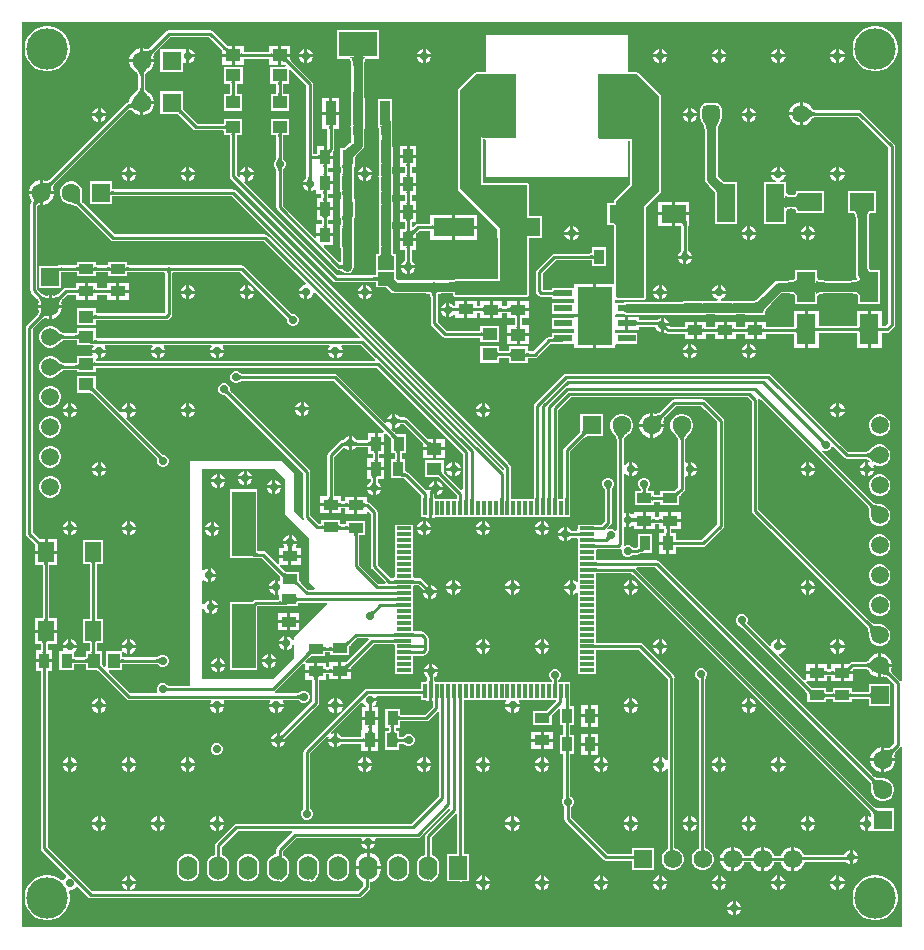
<source format=gtl>
G04*
G04 #@! TF.GenerationSoftware,Altium Limited,Altium Designer,24.1.2 (44)*
G04*
G04 Layer_Physical_Order=1*
G04 Layer_Color=255*
%FSLAX25Y25*%
%MOIN*%
G70*
G04*
G04 #@! TF.SameCoordinates,9E04AB5A-7F44-4484-A11C-FDF8A6245F59*
G04*
G04*
G04 #@! TF.FilePolarity,Positive*
G04*
G01*
G75*
%ADD15C,0.01000*%
%ADD17R,0.07874X0.21654*%
%ADD18R,0.06299X0.10236*%
%ADD19R,0.05118X0.03543*%
%ADD20R,0.11417X0.21260*%
%ADD21R,0.03543X0.05118*%
%ADD22R,0.05339X0.04545*%
%ADD23R,0.06102X0.12638*%
%ADD24R,0.12795X0.08465*%
%ADD25R,0.03543X0.08465*%
%ADD26R,0.06102X0.02362*%
%ADD27R,0.13780X0.06299*%
%ADD28R,0.08268X0.06102*%
%ADD29R,0.05118X0.04331*%
%ADD30R,0.04724X0.04331*%
%ADD31R,0.04331X0.05118*%
%ADD32R,0.04724X0.01181*%
%ADD33R,0.01181X0.04724*%
%ADD34R,0.05512X0.06693*%
%ADD54C,0.06181*%
%ADD55R,0.06181X0.06181*%
%ADD63C,0.01968*%
%ADD64R,0.11614X0.19291*%
%ADD65C,0.03000*%
%ADD66C,0.13800*%
%ADD67O,0.06299X0.07874*%
%ADD68R,0.06299X0.07874*%
%ADD69C,0.06299*%
%ADD70R,0.06299X0.06299*%
G04:AMPARAMS|DCode=71|XSize=59.06mil|YSize=59.06mil|CornerRadius=14.76mil|HoleSize=0mil|Usage=FLASHONLY|Rotation=0.000|XOffset=0mil|YOffset=0mil|HoleType=Round|Shape=RoundedRectangle|*
%AMROUNDEDRECTD71*
21,1,0.05906,0.02953,0,0,0.0*
21,1,0.02953,0.05906,0,0,0.0*
1,1,0.02953,0.01476,-0.01476*
1,1,0.02953,-0.01476,-0.01476*
1,1,0.02953,-0.01476,0.01476*
1,1,0.02953,0.01476,0.01476*
%
%ADD71ROUNDEDRECTD71*%
%ADD72C,0.05906*%
%ADD73C,0.05984*%
%ADD74R,0.05984X0.05984*%
%ADD75R,0.06299X0.06299*%
%ADD76C,0.02756*%
%ADD77C,0.02800*%
G36*
X294378Y156317D02*
X293878Y156165D01*
X293793Y156293D01*
X293793Y156293D01*
X291219Y158867D01*
X291201Y158922D01*
X291090Y159051D01*
X291009Y159175D01*
X290931Y159334D01*
X290857Y159531D01*
X290792Y159764D01*
X290738Y160026D01*
X290992Y160974D01*
Y161000D01*
X289998D01*
X290047Y160265D01*
X290096Y159923D01*
X290160Y159611D01*
X290239Y159328D01*
X290334Y159076D01*
X290444Y158854D01*
X290569Y158661D01*
X290709Y158498D01*
X290002Y157791D01*
X289839Y157931D01*
X289646Y158056D01*
X289424Y158166D01*
X289172Y158261D01*
X288889Y158340D01*
X288577Y158404D01*
X288235Y158453D01*
X287500Y158502D01*
Y157508D01*
X287526D01*
X288474Y157762D01*
X288736Y157708D01*
X288969Y157643D01*
X289166Y157569D01*
X289325Y157491D01*
X289449Y157410D01*
X289578Y157299D01*
X289633Y157281D01*
X291879Y155035D01*
Y135465D01*
X290813Y134400D01*
X290759Y134382D01*
X290624Y134266D01*
X290493Y134183D01*
X290324Y134100D01*
X290113Y134023D01*
X289863Y133955D01*
X289573Y133897D01*
X289518Y133889D01*
X288546Y134150D01*
X288500D01*
Y133153D01*
X289317Y133206D01*
X289681Y133256D01*
X290013Y133322D01*
X290311Y133404D01*
X290578Y133502D01*
X290811Y133615D01*
X291013Y133744D01*
X291182Y133889D01*
X291889Y133182D01*
X291744Y133013D01*
X291615Y132811D01*
X291502Y132578D01*
X291404Y132311D01*
X291322Y132012D01*
X291256Y131681D01*
X291206Y131317D01*
X291153Y130500D01*
X292150D01*
Y130546D01*
X291889Y131518D01*
X291897Y131573D01*
X291955Y131863D01*
X292023Y132114D01*
X292100Y132324D01*
X292183Y132493D01*
X292266Y132624D01*
X292382Y132759D01*
X292400Y132814D01*
X293793Y134207D01*
X293793Y134207D01*
X293878Y134335D01*
X294378Y134183D01*
Y74122D01*
X1122D01*
Y375879D01*
X294378D01*
X294378Y156317D01*
D02*
G37*
%LPC*%
G36*
X55886Y367017D02*
X55248Y366753D01*
X54750Y366750D01*
X54750Y366750D01*
X54750Y366750D01*
X47250D01*
Y359250D01*
X54750D01*
Y362215D01*
X55250Y362499D01*
X55886Y362235D01*
Y364626D01*
Y367017D01*
D02*
G37*
G36*
X86500Y368012D02*
X83441D01*
Y365996D01*
X83436Y365996D01*
X83374Y365968D01*
X75126D01*
X75064Y365996D01*
X75059Y365996D01*
Y368012D01*
X72000D01*
Y364846D01*
Y361681D01*
X75059D01*
Y363697D01*
X75064Y363697D01*
X75126Y363725D01*
X83374D01*
X83436Y363697D01*
X83441Y363697D01*
Y361681D01*
X86500D01*
Y364846D01*
Y368012D01*
D02*
G37*
G36*
X90559D02*
X87500D01*
Y365347D01*
X90559D01*
Y368012D01*
D02*
G37*
G36*
X63953Y373122D02*
X63953Y373122D01*
X50000D01*
X49571Y373036D01*
X49207Y372793D01*
X49207Y372793D01*
X43813Y367400D01*
X43759Y367382D01*
X43624Y367266D01*
X43494Y367182D01*
X43324Y367100D01*
X43113Y367023D01*
X42863Y366955D01*
X42573Y366897D01*
X42518Y366889D01*
X41546Y367150D01*
X41500D01*
Y366153D01*
X42318Y366206D01*
X42681Y366256D01*
X43012Y366322D01*
X43311Y366404D01*
X43578Y366502D01*
X43811Y366615D01*
X44013Y366744D01*
X44182Y366889D01*
X44889Y366182D01*
X44744Y366013D01*
X44615Y365811D01*
X44502Y365578D01*
X44404Y365311D01*
X44322Y365013D01*
X44256Y364681D01*
X44206Y364317D01*
X44153Y363500D01*
X45150D01*
Y363546D01*
X44889Y364518D01*
X44897Y364573D01*
X44955Y364863D01*
X45023Y365113D01*
X45100Y365324D01*
X45183Y365493D01*
X45266Y365624D01*
X45382Y365759D01*
X45400Y365813D01*
X50465Y370879D01*
X63488D01*
X67747Y366619D01*
X67770Y366558D01*
X67941Y366374D01*
Y365347D01*
X71000D01*
Y368012D01*
X69572D01*
X69404Y368174D01*
X69339Y368199D01*
X64746Y372793D01*
X64382Y373036D01*
X63953Y373122D01*
D02*
G37*
G36*
X273421Y367017D02*
Y365126D01*
X275312D01*
X274956Y365985D01*
X274281Y366661D01*
X273421Y367017D01*
D02*
G37*
G36*
X272421D02*
X271562Y366661D01*
X270887Y365985D01*
X270531Y365126D01*
X272421D01*
Y367017D01*
D02*
G37*
G36*
X253736D02*
Y365126D01*
X255627D01*
X255271Y365985D01*
X254596Y366661D01*
X253736Y367017D01*
D02*
G37*
G36*
X252736D02*
X251877Y366661D01*
X251202Y365985D01*
X250846Y365126D01*
X252736D01*
Y367017D01*
D02*
G37*
G36*
X234051D02*
Y365126D01*
X235942D01*
X235586Y365985D01*
X234911Y366661D01*
X234051Y367017D01*
D02*
G37*
G36*
X233051D02*
X232192Y366661D01*
X231517Y365985D01*
X231161Y365126D01*
X233051D01*
Y367017D01*
D02*
G37*
G36*
X214366D02*
Y365126D01*
X216257D01*
X215901Y365985D01*
X215226Y366661D01*
X214366Y367017D01*
D02*
G37*
G36*
X213366D02*
X212507Y366661D01*
X211831Y365985D01*
X211475Y365126D01*
X213366D01*
Y367017D01*
D02*
G37*
G36*
X135626D02*
Y365126D01*
X137517D01*
X137161Y365985D01*
X136486Y366661D01*
X135626Y367017D01*
D02*
G37*
G36*
X134626D02*
X133766Y366661D01*
X133091Y365985D01*
X132735Y365126D01*
X134626D01*
Y367017D01*
D02*
G37*
G36*
X96256D02*
Y365126D01*
X98147D01*
X97790Y365985D01*
X97115Y366661D01*
X96256Y367017D01*
D02*
G37*
G36*
X95256D02*
X94396Y366661D01*
X93721Y365985D01*
X93365Y365126D01*
X95256D01*
Y367017D01*
D02*
G37*
G36*
X56886D02*
Y365126D01*
X58776D01*
X58420Y365985D01*
X57745Y366661D01*
X56886Y367017D01*
D02*
G37*
G36*
X41500Y365681D02*
Y363500D01*
X43681D01*
X41500Y365681D01*
D02*
G37*
G36*
X40500Y367150D02*
X40454D01*
X39398Y366867D01*
X38452Y366320D01*
X37679Y365548D01*
X37133Y364602D01*
X36850Y363546D01*
Y363500D01*
X40500D01*
Y367150D01*
D02*
G37*
G36*
X275312Y364126D02*
X273421D01*
Y362235D01*
X274281Y362591D01*
X274956Y363266D01*
X275312Y364126D01*
D02*
G37*
G36*
X272421D02*
X270531D01*
X270887Y363266D01*
X271562Y362591D01*
X272421Y362235D01*
Y364126D01*
D02*
G37*
G36*
X255627D02*
X253736D01*
Y362235D01*
X254596Y362591D01*
X255271Y363266D01*
X255627Y364126D01*
D02*
G37*
G36*
X252736D02*
X250846D01*
X251202Y363266D01*
X251877Y362591D01*
X252736Y362235D01*
Y364126D01*
D02*
G37*
G36*
X235942D02*
X234051D01*
Y362235D01*
X234911Y362591D01*
X235586Y363266D01*
X235942Y364126D01*
D02*
G37*
G36*
X233051D02*
X231161D01*
X231517Y363266D01*
X232192Y362591D01*
X233051Y362235D01*
Y364126D01*
D02*
G37*
G36*
X216257D02*
X214366D01*
Y362235D01*
X215226Y362591D01*
X215901Y363266D01*
X216257Y364126D01*
D02*
G37*
G36*
X213366D02*
X211475D01*
X211831Y363266D01*
X212507Y362591D01*
X213366Y362235D01*
Y364126D01*
D02*
G37*
G36*
X137517D02*
X135626D01*
Y362235D01*
X136486Y362591D01*
X137161Y363266D01*
X137517Y364126D01*
D02*
G37*
G36*
X134626D02*
X132735D01*
X133091Y363266D01*
X133766Y362591D01*
X134626Y362235D01*
Y364126D01*
D02*
G37*
G36*
X98147D02*
X96256D01*
Y362235D01*
X97115Y362591D01*
X97790Y363266D01*
X98147Y364126D01*
D02*
G37*
G36*
X95256D02*
X93365D01*
X93721Y363266D01*
X94396Y362591D01*
X95256Y362235D01*
Y364126D01*
D02*
G37*
G36*
X58776D02*
X56886D01*
Y362235D01*
X57745Y362591D01*
X58420Y363266D01*
X58776Y364126D01*
D02*
G37*
G36*
X71000Y364347D02*
X67941D01*
Y361681D01*
X71000D01*
Y364347D01*
D02*
G37*
G36*
X286239Y374500D02*
X284761D01*
X283312Y374212D01*
X281947Y373646D01*
X280719Y372826D01*
X279674Y371781D01*
X278854Y370553D01*
X278288Y369188D01*
X278000Y367739D01*
Y366261D01*
X278288Y364812D01*
X278854Y363447D01*
X279674Y362219D01*
X280719Y361174D01*
X281947Y360354D01*
X283312Y359788D01*
X284761Y359500D01*
X286239D01*
X287688Y359788D01*
X289053Y360354D01*
X290281Y361174D01*
X291326Y362219D01*
X292146Y363447D01*
X292712Y364812D01*
X293000Y366261D01*
Y367739D01*
X292712Y369188D01*
X292146Y370553D01*
X291326Y371781D01*
X290281Y372826D01*
X289053Y373646D01*
X287688Y374212D01*
X286239Y374500D01*
D02*
G37*
G36*
X10239D02*
X8761D01*
X7312Y374212D01*
X5947Y373646D01*
X4719Y372826D01*
X3674Y371781D01*
X2854Y370553D01*
X2288Y369188D01*
X2000Y367739D01*
Y366261D01*
X2288Y364812D01*
X2854Y363447D01*
X3674Y362219D01*
X4719Y361174D01*
X5947Y360354D01*
X7312Y359788D01*
X8761Y359500D01*
X10239D01*
X11688Y359788D01*
X13053Y360354D01*
X14281Y361174D01*
X15326Y362219D01*
X16146Y363447D01*
X16712Y364812D01*
X17000Y366261D01*
Y367739D01*
X16712Y369188D01*
X16146Y370553D01*
X15326Y371781D01*
X14281Y372826D01*
X13053Y373646D01*
X11688Y374212D01*
X10239Y374500D01*
D02*
G37*
G36*
X119998Y373368D02*
X106002D01*
Y363703D01*
X109892D01*
X109932Y363681D01*
X110140Y363659D01*
X110246Y363622D01*
X110340Y363559D01*
X110439Y363452D01*
X110543Y363281D01*
X110643Y363035D01*
X110730Y362714D01*
X110795Y362318D01*
X110836Y361851D01*
X110851Y361298D01*
X110859Y361280D01*
Y352711D01*
X110851Y352691D01*
X110840Y351623D01*
X110800Y350761D01*
X110680Y350297D01*
X110680D01*
D01*
X110628D01*
X110609Y349839D01*
X110615Y349802D01*
X110622Y349759D01*
X110591Y349685D01*
X110628Y349594D01*
Y341335D01*
X110591Y341244D01*
X110622Y341170D01*
X110615Y341127D01*
X110609Y341090D01*
X110628Y340632D01*
X110680D01*
D01*
X110680D01*
X110770Y340151D01*
X110848Y338794D01*
X110851Y338241D01*
X110859Y338222D01*
Y335948D01*
X110443Y335540D01*
X109570Y334750D01*
X109214Y334464D01*
X108908Y334244D01*
X108663Y334095D01*
X108584Y334059D01*
X108261D01*
X108199Y334085D01*
X108138Y334059D01*
X108064D01*
X108034Y334063D01*
X108029Y334059D01*
X107269D01*
Y328443D01*
X107231Y328353D01*
X107243Y328324D01*
X107234Y328294D01*
X107269Y328228D01*
Y327741D01*
X107303D01*
X107392Y326330D01*
X107391Y326314D01*
X107341Y325631D01*
X107314Y325426D01*
X107128Y325426D01*
X107128Y325030D01*
X107128Y325020D01*
X107128Y324904D01*
X107091Y324814D01*
X107128Y324723D01*
Y319810D01*
X107091Y319720D01*
X107128Y319629D01*
X107128Y319513D01*
X107128Y319504D01*
X107128Y319108D01*
X107309D01*
X107396Y317630D01*
X107391Y317286D01*
X107359Y316792D01*
X107269D01*
Y316305D01*
X107234Y316239D01*
X107243Y316209D01*
X107231Y316180D01*
X107269Y316090D01*
Y311177D01*
X107231Y311086D01*
X107243Y311057D01*
X107234Y311027D01*
X107269Y310961D01*
Y310474D01*
X107303D01*
X107392Y309063D01*
X107391Y309047D01*
X107341Y308364D01*
X107314Y308159D01*
X107128Y308159D01*
X107128Y307763D01*
X107128Y307754D01*
X107128Y307637D01*
X107091Y307547D01*
X107128Y307457D01*
Y302543D01*
X107091Y302453D01*
X107122Y302379D01*
X107115Y302335D01*
X107109Y302299D01*
X107128Y301841D01*
X107180D01*
D01*
X107180D01*
X107270Y301359D01*
X107348Y300003D01*
X107351Y299450D01*
X107359Y299430D01*
Y296068D01*
X106859Y295861D01*
X101740Y300979D01*
X101932Y301441D01*
X104791D01*
Y304500D01*
X99248D01*
Y304125D01*
X98786Y303933D01*
X88122Y314598D01*
Y326306D01*
X88149Y326366D01*
X88153Y326475D01*
X88161Y326554D01*
X88175Y326627D01*
X88194Y326695D01*
X88217Y326759D01*
X88245Y326820D01*
X88279Y326879D01*
X88319Y326937D01*
X88365Y326994D01*
X88436Y327069D01*
X88479Y327182D01*
X88677Y327380D01*
X88978Y328107D01*
Y328893D01*
X88677Y329620D01*
X88479Y329818D01*
X88436Y329931D01*
X88365Y330006D01*
X88319Y330063D01*
X88279Y330121D01*
X88245Y330180D01*
X88217Y330241D01*
X88194Y330305D01*
X88175Y330373D01*
X88161Y330446D01*
X88153Y330525D01*
X88149Y330634D01*
X88122Y330694D01*
Y337634D01*
X88149Y337696D01*
X88154Y337868D01*
X88165Y337996D01*
X88181Y338092D01*
X88183Y338101D01*
X89962D01*
Y343632D01*
X84038D01*
Y338101D01*
X85817D01*
X85819Y338092D01*
X85835Y337996D01*
X85846Y337868D01*
X85851Y337696D01*
X85878Y337634D01*
Y330694D01*
X85851Y330634D01*
X85847Y330525D01*
X85839Y330446D01*
X85825Y330373D01*
X85806Y330305D01*
X85783Y330241D01*
X85755Y330180D01*
X85721Y330121D01*
X85681Y330063D01*
X85635Y330006D01*
X85564Y329931D01*
X85521Y329818D01*
X85323Y329620D01*
X85022Y328893D01*
Y328107D01*
X85323Y327380D01*
X85521Y327182D01*
X85564Y327069D01*
X85635Y326994D01*
X85681Y326937D01*
X85721Y326879D01*
X85755Y326820D01*
X85783Y326759D01*
X85806Y326695D01*
X85825Y326627D01*
X85839Y326554D01*
X85847Y326475D01*
X85851Y326366D01*
X85878Y326306D01*
Y314133D01*
X85878Y314133D01*
X85964Y313704D01*
X86207Y313340D01*
X106083Y293464D01*
X106447Y293221D01*
X106725Y293166D01*
X106848Y293109D01*
X106980Y293103D01*
X107090Y293089D01*
X107206Y293064D01*
X107329Y293028D01*
X107459Y292980D01*
X107596Y292920D01*
X107733Y292849D01*
X108053Y292651D01*
X108220Y292531D01*
X108350Y292500D01*
X108681Y292279D01*
X109500Y292116D01*
X110319Y292279D01*
X111014Y292743D01*
X111478Y293438D01*
X111641Y294257D01*
Y299427D01*
X111649Y299447D01*
X111660Y300515D01*
X111700Y301377D01*
X111820Y301841D01*
X111820D01*
D01*
X111872D01*
X111891Y302299D01*
X111885Y302335D01*
X111878Y302379D01*
X111909Y302453D01*
X111872Y302543D01*
Y307457D01*
X111909Y307547D01*
X111897Y307576D01*
X111906Y307606D01*
X111872Y307672D01*
Y308159D01*
X111838D01*
X111748Y309570D01*
X111749Y309586D01*
X111799Y310269D01*
X111826Y310474D01*
X112012Y310474D01*
X112012Y310870D01*
X112012Y310880D01*
X112012Y310996D01*
X112049Y311086D01*
X112012Y311177D01*
Y316090D01*
X112049Y316180D01*
X112012Y316271D01*
X112012Y316387D01*
X112012Y316396D01*
X112012Y316792D01*
X111831D01*
X111744Y318270D01*
X111749Y318614D01*
X111781Y319108D01*
X111872D01*
Y319595D01*
X111906Y319661D01*
X111897Y319691D01*
X111909Y319720D01*
X111872Y319810D01*
Y324723D01*
X111909Y324814D01*
X111897Y324843D01*
X111906Y324873D01*
X111872Y324939D01*
Y325426D01*
X111838D01*
X111748Y326837D01*
X111749Y326853D01*
X111799Y327536D01*
X111826Y327741D01*
X112012Y327741D01*
X112012Y328137D01*
X112012Y328146D01*
X112012Y328263D01*
X112049Y328353D01*
X112012Y328443D01*
Y330076D01*
X112016Y330081D01*
X112012Y330111D01*
Y330185D01*
X112037Y330247D01*
X112012Y330308D01*
Y330632D01*
X112048Y330710D01*
X112196Y330955D01*
X112409Y331251D01*
X113497Y332494D01*
X113985Y332993D01*
X113993Y333012D01*
X114514Y333533D01*
X114978Y334228D01*
X115141Y335047D01*
Y338219D01*
X115149Y338238D01*
X115160Y339306D01*
X115200Y340168D01*
X115320Y340632D01*
X115320D01*
D01*
X115372D01*
X115391Y341090D01*
X115385Y341127D01*
X115378Y341170D01*
X115409Y341244D01*
X115372Y341335D01*
Y349594D01*
X115409Y349685D01*
X115378Y349759D01*
X115385Y349802D01*
X115391Y349839D01*
X115372Y350297D01*
X115320D01*
D01*
X115320D01*
X115230Y350778D01*
X115152Y352135D01*
X115149Y352688D01*
X115141Y352708D01*
Y361280D01*
X115149Y361298D01*
X115164Y361851D01*
X115205Y362318D01*
X115270Y362714D01*
X115357Y363035D01*
X115457Y363281D01*
X115561Y363452D01*
X115660Y363559D01*
X115754Y363622D01*
X115860Y363659D01*
X116068Y363681D01*
X116108Y363703D01*
X119998D01*
Y373368D01*
D02*
G37*
G36*
X74659Y360919D02*
X68341D01*
Y355388D01*
X70315D01*
X70320Y355372D01*
X70335Y355278D01*
X70346Y355153D01*
X70351Y354983D01*
X70378Y354921D01*
Y352366D01*
X70351Y352304D01*
X70346Y352134D01*
X70335Y352009D01*
X70320Y351915D01*
X70315Y351899D01*
X68538D01*
Y346369D01*
X74462D01*
Y351899D01*
X72685D01*
X72680Y351915D01*
X72665Y352009D01*
X72654Y352134D01*
X72649Y352304D01*
X72622Y352366D01*
Y354921D01*
X72649Y354983D01*
X72654Y355153D01*
X72665Y355278D01*
X72680Y355372D01*
X72685Y355388D01*
X74659D01*
Y360919D01*
D02*
G37*
G36*
X106756Y350697D02*
X104484D01*
Y345965D01*
X106756D01*
Y350697D01*
D02*
G37*
G36*
X103484D02*
X101213D01*
Y345965D01*
X103484D01*
Y350697D01*
D02*
G37*
G36*
X260342Y349335D02*
X260322D01*
X259317Y349066D01*
X258415Y348546D01*
X257679Y347810D01*
X257159Y346908D01*
X256890Y345903D01*
Y345883D01*
X260342D01*
Y349335D01*
D02*
G37*
G36*
X243894Y347332D02*
Y345441D01*
X245784D01*
X245428Y346301D01*
X244753Y346976D01*
X243894Y347332D01*
D02*
G37*
G36*
X242894D02*
X242034Y346976D01*
X241359Y346301D01*
X241003Y345441D01*
X242894D01*
Y347332D01*
D02*
G37*
G36*
X224209D02*
Y345441D01*
X226099D01*
X225743Y346301D01*
X225068Y346976D01*
X224209Y347332D01*
D02*
G37*
G36*
X223209D02*
X222349Y346976D01*
X221674Y346301D01*
X221318Y345441D01*
X223209D01*
Y347332D01*
D02*
G37*
G36*
X27358D02*
Y345441D01*
X29249D01*
X28893Y346301D01*
X28218Y346976D01*
X27358Y347332D01*
D02*
G37*
G36*
X26358D02*
X25499Y346976D01*
X24824Y346301D01*
X24468Y345441D01*
X26358D01*
Y347332D01*
D02*
G37*
G36*
X45150Y348500D02*
X41500D01*
Y344850D01*
X41546D01*
X42602Y345133D01*
X43548Y345679D01*
X44320Y346452D01*
X44867Y347398D01*
X45150Y348454D01*
Y348500D01*
D02*
G37*
G36*
X41000Y363000D02*
D01*
Y362500D01*
X36850D01*
Y362454D01*
X37133Y361398D01*
X37679Y360452D01*
X38452Y359680D01*
X39323Y359177D01*
X39357Y359132D01*
X39521Y358886D01*
X39650Y358661D01*
X39744Y358457D01*
X39806Y358279D01*
X39839Y358128D01*
X39852Y357951D01*
X39878Y357900D01*
Y354100D01*
X39852Y354049D01*
X39839Y353872D01*
X39806Y353721D01*
X39744Y353542D01*
X39650Y353339D01*
X39521Y353114D01*
X39357Y352868D01*
X39323Y352823D01*
X38452Y352321D01*
X37679Y351548D01*
X37133Y350602D01*
X36850Y349546D01*
Y349226D01*
X36804Y349200D01*
X36715Y349167D01*
X36611Y349145D01*
X36444Y349134D01*
X36325Y349076D01*
X36057Y349022D01*
X35693Y348779D01*
X35693Y348779D01*
X10313Y323400D01*
X10259Y323382D01*
X10124Y323266D01*
X9994Y323183D01*
X9824Y323100D01*
X9613Y323023D01*
X9363Y322955D01*
X9073Y322897D01*
X9018Y322889D01*
X8046Y323150D01*
X8000D01*
Y322153D01*
X8817Y322206D01*
X9181Y322256D01*
X9512Y322322D01*
X9811Y322404D01*
X10078Y322502D01*
X10311Y322615D01*
X10513Y322744D01*
X10682Y322889D01*
X11389Y322182D01*
X11244Y322013D01*
X11115Y321811D01*
X11002Y321578D01*
X10904Y321311D01*
X10822Y321012D01*
X10756Y320681D01*
X10706Y320318D01*
X10653Y319500D01*
X11650D01*
Y319546D01*
X11389Y320518D01*
X11397Y320573D01*
X11455Y320863D01*
X11523Y321113D01*
X11600Y321324D01*
X11683Y321494D01*
X11766Y321624D01*
X11882Y321759D01*
X11900Y321814D01*
X36890Y346804D01*
X36898Y346803D01*
X37110Y346762D01*
X37326Y346703D01*
X37548Y346626D01*
X37589Y346609D01*
X37679Y346452D01*
X38452Y345679D01*
X39398Y345133D01*
X40454Y344850D01*
X40500D01*
Y349000D01*
X41000D01*
Y349500D01*
X45150D01*
Y349546D01*
X44867Y350602D01*
X44320Y351548D01*
X43548Y352321D01*
X42677Y352823D01*
X42643Y352868D01*
X42479Y353114D01*
X42350Y353339D01*
X42256Y353542D01*
X42194Y353721D01*
X42161Y353872D01*
X42147Y354049D01*
X42122Y354100D01*
Y357900D01*
X42147Y357951D01*
X42161Y358128D01*
X42194Y358279D01*
X42256Y358457D01*
X42351Y358661D01*
X42479Y358886D01*
X42643Y359132D01*
X42677Y359177D01*
X43548Y359680D01*
X44320Y360452D01*
X44867Y361398D01*
X45150Y362454D01*
Y362500D01*
X41000D01*
Y363000D01*
D02*
G37*
G36*
X245784Y344441D02*
X243894D01*
Y342550D01*
X244753Y342906D01*
X245428Y343582D01*
X245784Y344441D01*
D02*
G37*
G36*
X242894D02*
X241003D01*
X241359Y343582D01*
X242034Y342906D01*
X242894Y342550D01*
Y344441D01*
D02*
G37*
G36*
X226099D02*
X224209D01*
Y342550D01*
X225068Y342906D01*
X225743Y343582D01*
X226099Y344441D01*
D02*
G37*
G36*
X223209D02*
X221318D01*
X221674Y343582D01*
X222349Y342906D01*
X223209Y342550D01*
Y344441D01*
D02*
G37*
G36*
X29249D02*
X27358D01*
Y342550D01*
X28218Y342906D01*
X28893Y343582D01*
X29249Y344441D01*
D02*
G37*
G36*
X26358D02*
X24468D01*
X24824Y343582D01*
X25499Y342906D01*
X26358Y342550D01*
Y344441D01*
D02*
G37*
G36*
X260342Y344883D02*
X256890D01*
Y344862D01*
X257159Y343857D01*
X257679Y342955D01*
X258415Y342220D01*
X259317Y341699D01*
X260322Y341430D01*
X260342D01*
Y344883D01*
D02*
G37*
G36*
X132612Y334659D02*
X130340D01*
Y331600D01*
X132612D01*
Y334659D01*
D02*
G37*
G36*
X129340D02*
X127068D01*
Y331600D01*
X129340D01*
Y334659D01*
D02*
G37*
G36*
X103984Y345465D02*
D01*
Y344965D01*
X101213D01*
Y340232D01*
X102835D01*
X102835Y340227D01*
X102863Y340165D01*
Y334459D01*
X102660D01*
Y331400D01*
X104931D01*
Y332949D01*
X105020Y333083D01*
X105106Y333512D01*
X105106Y333512D01*
Y340165D01*
X105133Y340227D01*
X105134Y340232D01*
X106756D01*
Y344965D01*
X103984D01*
Y345465D01*
D02*
G37*
G36*
X203134Y371622D02*
X155890D01*
Y359730D01*
X155890Y359417D01*
X155467Y359230D01*
X153715D01*
Y359149D01*
X152500D01*
X152041Y358959D01*
X146541Y353459D01*
X146351Y353000D01*
Y320500D01*
X146541Y320041D01*
X159534Y307048D01*
Y306456D01*
X159508Y306395D01*
X159529Y306345D01*
X159517Y306293D01*
X159534Y306265D01*
Y303750D01*
X159851D01*
Y290269D01*
X159731Y290149D01*
X145500D01*
X145041Y289959D01*
X144993Y289844D01*
X144103Y289792D01*
X143550Y289790D01*
X143530Y289781D01*
X138562D01*
X138550Y289788D01*
X138530Y289781D01*
X138470D01*
X138450Y289788D01*
X138438Y289781D01*
X126314D01*
X125770Y290325D01*
Y292789D01*
Y297783D01*
X125802Y297839D01*
X125790Y297881D01*
X125807Y297921D01*
X125770Y298012D01*
Y298534D01*
X125297D01*
X125241Y298566D01*
X125098Y298584D01*
X125056Y298602D01*
X125002Y298646D01*
X124926Y298746D01*
X124838Y298921D01*
X124753Y299175D01*
X124683Y299495D01*
X124647Y299841D01*
X124732Y300341D01*
X124732D01*
Y300828D01*
X124766Y300894D01*
X124757Y300924D01*
X124769Y300953D01*
X124732Y301043D01*
Y305957D01*
X124769Y306047D01*
X124738Y306121D01*
X124745Y306165D01*
X124750Y306201D01*
X124732Y306659D01*
X124680D01*
D01*
X124680D01*
X124590Y307141D01*
X124523Y308297D01*
X124560Y309077D01*
X124680Y309541D01*
X124680D01*
D01*
X124732D01*
X124750Y309999D01*
X124745Y310035D01*
X124738Y310079D01*
X124769Y310153D01*
X124732Y310243D01*
Y315157D01*
X124769Y315247D01*
X124738Y315321D01*
X124745Y315365D01*
X124750Y315401D01*
X124732Y315859D01*
X124680D01*
D01*
X124680D01*
X124590Y316341D01*
X124523Y317497D01*
X124560Y318277D01*
X124680Y318741D01*
X124680D01*
D01*
X124732D01*
X124750Y319199D01*
X124745Y319235D01*
X124738Y319279D01*
X124769Y319353D01*
X124732Y319443D01*
Y324357D01*
X124769Y324447D01*
X124738Y324521D01*
X124745Y324565D01*
X124750Y324601D01*
X124732Y325059D01*
X124680D01*
D01*
X124680D01*
X124590Y325541D01*
X124523Y326697D01*
X124560Y327477D01*
X124680Y327941D01*
X124680D01*
D01*
X124732D01*
X124750Y328399D01*
X124745Y328435D01*
X124738Y328479D01*
X124769Y328553D01*
X124732Y328643D01*
Y333557D01*
X124769Y333647D01*
X124738Y333721D01*
X124745Y333765D01*
X124750Y333801D01*
X124732Y334259D01*
X124680D01*
D01*
X124680D01*
X124590Y334741D01*
X124512Y336097D01*
X124509Y336650D01*
X124501Y336670D01*
Y338224D01*
X124509Y338244D01*
X124509Y338246D01*
X124509Y338247D01*
X124502Y339777D01*
X124501Y339779D01*
Y339791D01*
X124501Y339793D01*
X124501Y339808D01*
Y342660D01*
X124387Y343231D01*
Y350297D01*
X119644D01*
Y341430D01*
X119628Y341409D01*
X119640Y341324D01*
X119607Y341244D01*
X119644Y341154D01*
Y340632D01*
X119999D01*
X120021Y340572D01*
X120072Y340364D01*
X120117Y340090D01*
X120205Y338789D01*
X120210Y338237D01*
X120219Y338218D01*
Y336673D01*
X120210Y336653D01*
X120200Y335585D01*
X120160Y334723D01*
X120040Y334259D01*
X120040D01*
D01*
X119988D01*
X119969Y333801D01*
X119975Y333765D01*
X119982Y333721D01*
X119951Y333647D01*
X119988Y333557D01*
Y328643D01*
X119951Y328553D01*
X119982Y328479D01*
X119975Y328435D01*
X119969Y328399D01*
X119988Y327941D01*
X120040D01*
D01*
X120040D01*
X120130Y327459D01*
X120196Y326303D01*
X120160Y325523D01*
X120040Y325059D01*
X120040D01*
D01*
X119988D01*
X119969Y324601D01*
X119975Y324565D01*
X119982Y324521D01*
X119951Y324447D01*
X119988Y324357D01*
Y319443D01*
X119951Y319353D01*
X119982Y319279D01*
X119975Y319235D01*
X119969Y319199D01*
X119988Y318741D01*
X120040D01*
D01*
X120040D01*
X120130Y318259D01*
X120196Y317103D01*
X120160Y316323D01*
X120040Y315859D01*
X120040D01*
D01*
X119988D01*
X119969Y315401D01*
X119975Y315365D01*
X119982Y315321D01*
X119951Y315247D01*
X119988Y315157D01*
Y310243D01*
X119951Y310153D01*
X119982Y310079D01*
X119975Y310035D01*
X119969Y309999D01*
X119988Y309541D01*
X120040D01*
D01*
X120040D01*
X120130Y309059D01*
X120196Y307903D01*
X120160Y307123D01*
X120040Y306659D01*
X120040D01*
D01*
X119988D01*
X119969Y306201D01*
X119975Y306165D01*
X119982Y306121D01*
X119951Y306047D01*
X119988Y305957D01*
Y301043D01*
X119951Y300953D01*
X119988Y300863D01*
X119988Y300746D01*
X119988Y300737D01*
X119988Y300341D01*
X120168D01*
X120209Y299651D01*
X120190Y299493D01*
X120124Y299156D01*
X120047Y298896D01*
X119968Y298717D01*
X119901Y298618D01*
X119864Y298584D01*
X119856Y298580D01*
X119749Y298564D01*
X119697Y298534D01*
X119230D01*
Y298012D01*
X119193Y297921D01*
X119212Y297876D01*
X119200Y297828D01*
X119230Y297777D01*
Y291544D01*
X118593Y291494D01*
X118079Y291488D01*
X118014Y291461D01*
X106125D01*
X75044Y322543D01*
X75327Y322966D01*
X75571Y322865D01*
Y324756D01*
X73680D01*
X73781Y324512D01*
X73357Y324229D01*
X72622Y324965D01*
Y337634D01*
X72649Y337696D01*
X72654Y337868D01*
X72665Y337996D01*
X72681Y338092D01*
X72683Y338101D01*
X74462D01*
Y343632D01*
X68538D01*
Y342049D01*
X68529Y342047D01*
X68433Y342031D01*
X68305Y342020D01*
X68133Y342015D01*
X68071Y341988D01*
X59598D01*
X55344Y346243D01*
X55321Y346304D01*
X54969Y346683D01*
X54856Y346824D01*
X54772Y346945D01*
X54750Y346984D01*
Y347186D01*
X54787Y347277D01*
X54767Y347326D01*
X54779Y347378D01*
X54750Y347426D01*
Y352750D01*
X47250D01*
Y345250D01*
X52574D01*
X52622Y345221D01*
X52674Y345233D01*
X52723Y345213D01*
X52814Y345250D01*
X53016D01*
X53055Y345228D01*
X53169Y345149D01*
X53497Y344871D01*
X53686Y344688D01*
X53751Y344663D01*
X58341Y340073D01*
X58341Y340073D01*
X58705Y339830D01*
X59134Y339745D01*
X59134Y339745D01*
X68071D01*
X68133Y339717D01*
X68305Y339712D01*
X68433Y339701D01*
X68529Y339685D01*
X68538Y339683D01*
Y338101D01*
X70317D01*
X70319Y338092D01*
X70335Y337996D01*
X70346Y337868D01*
X70351Y337696D01*
X70378Y337634D01*
Y324500D01*
X70378Y324500D01*
X70464Y324071D01*
X70707Y323707D01*
X104868Y289546D01*
X104868Y289546D01*
X105232Y289303D01*
X105661Y289217D01*
X118009D01*
X118072Y289190D01*
X119081Y289168D01*
X119230Y289156D01*
Y287467D01*
X122573D01*
X123913Y286126D01*
X124608Y285662D01*
X125427Y285499D01*
X134938D01*
X134950Y285493D01*
X134970Y285499D01*
X134970D01*
X134989Y285491D01*
X135537Y285481D01*
X136445Y285405D01*
X136777Y285346D01*
X137041Y285274D01*
X137224Y285199D01*
X137229Y285196D01*
X137345Y283733D01*
X137351Y283219D01*
X137378Y283154D01*
Y275500D01*
X137378Y275500D01*
X137464Y275071D01*
X137707Y274707D01*
X141360Y271053D01*
X141724Y270810D01*
X142154Y270725D01*
X142154Y270725D01*
X153374D01*
X153436Y270697D01*
X153609Y270693D01*
X153736Y270682D01*
X153832Y270666D01*
X153841Y270663D01*
Y269081D01*
X160159D01*
Y274612D01*
X153841D01*
Y273029D01*
X153832Y273027D01*
X153736Y273011D01*
X153609Y273000D01*
X153436Y272996D01*
X153374Y272968D01*
X142618D01*
X139622Y275965D01*
Y283149D01*
X139649Y283212D01*
X139671Y284221D01*
X139736Y285032D01*
X139758Y285188D01*
X139776Y285199D01*
X139959Y285274D01*
X140223Y285346D01*
X140563Y285407D01*
X140968Y285452D01*
X142024Y285491D01*
X142037Y285497D01*
X142050Y285493D01*
X142062Y285499D01*
X143527D01*
X143547Y285491D01*
X144615Y285480D01*
X144851Y285470D01*
Y285000D01*
X145041Y284541D01*
X145500Y284351D01*
X169500D01*
X169959Y284541D01*
X170149Y285000D01*
Y301000D01*
Y303748D01*
X170154Y303750D01*
X174513D01*
Y311250D01*
X170149D01*
Y321500D01*
X169959Y321959D01*
X169500Y322149D01*
X154649D01*
Y336770D01*
X155467D01*
X155890Y336583D01*
X155890Y336270D01*
Y324378D01*
X203134D01*
Y336351D01*
X203851D01*
Y321769D01*
X198541Y316459D01*
X198351Y316000D01*
Y315651D01*
X196266D01*
Y308349D01*
X197812D01*
X197852Y308327D01*
X198061Y308305D01*
X198167Y308267D01*
X198260Y308205D01*
X198351Y308107D01*
Y288646D01*
X192500D01*
Y278000D01*
Y267354D01*
X198807D01*
Y268290D01*
X198979Y268719D01*
X199307Y268719D01*
X206281D01*
Y272281D01*
X199307D01*
X198979Y272281D01*
X198807Y272710D01*
Y273319D01*
X202130D01*
Y275500D01*
Y277681D01*
X198807D01*
Y278290D01*
X198979Y278719D01*
X199307Y278719D01*
X201516D01*
X201811Y278522D01*
X202630Y278359D01*
X220025D01*
X220044Y278351D01*
X222279Y278321D01*
X222441Y278311D01*
Y278269D01*
X222963D01*
X223053Y278231D01*
X223096Y278249D01*
X223142Y278237D01*
X223195Y278269D01*
X228057D01*
X228147Y278231D01*
X228221Y278262D01*
X228265Y278255D01*
X228301Y278250D01*
X228759Y278269D01*
Y278320D01*
D01*
Y278320D01*
X229241Y278410D01*
X230556Y278486D01*
X231115Y278481D01*
X231977Y278440D01*
X232441Y278320D01*
Y278320D01*
D01*
Y278269D01*
X232899Y278250D01*
X232935Y278255D01*
X232979Y278262D01*
X233053Y278231D01*
X233143Y278269D01*
X238057D01*
X238147Y278231D01*
X238221Y278262D01*
X238265Y278255D01*
X238301Y278250D01*
X238759Y278269D01*
Y278320D01*
D01*
Y278320D01*
X239241Y278410D01*
X240556Y278486D01*
X241115Y278481D01*
X241977Y278440D01*
X242441Y278320D01*
Y278320D01*
D01*
Y278269D01*
X242899Y278250D01*
X242935Y278255D01*
X242979Y278262D01*
X243053Y278231D01*
X243143Y278269D01*
X248028D01*
X248099Y278233D01*
X248153Y278251D01*
X248207Y278234D01*
X248273Y278269D01*
X248759D01*
Y278762D01*
X248795Y278833D01*
X248813Y279076D01*
X248860Y279298D01*
X248943Y279547D01*
X249068Y279823D01*
X249234Y280125D01*
X249445Y280448D01*
X249695Y280787D01*
X250346Y281545D01*
X250735Y281948D01*
X250743Y281968D01*
X254221Y285445D01*
X256327D01*
X256345Y285437D01*
X256898Y285423D01*
X257365Y285382D01*
X257761Y285316D01*
X258083Y285230D01*
X258328Y285130D01*
X258499Y285026D01*
X258606Y284927D01*
X258669Y284833D01*
X258706Y284727D01*
X258729Y284518D01*
X258750Y284478D01*
Y281869D01*
X266250D01*
Y284456D01*
X266283Y284519D01*
X266305Y284728D01*
X266343Y284834D01*
X266406Y284928D01*
X266512Y285026D01*
X266682Y285130D01*
X266926Y285230D01*
X267246Y285316D01*
X267640Y285382D01*
X268105Y285423D01*
X268655Y285437D01*
X268673Y285445D01*
X277327D01*
X277345Y285437D01*
X277898Y285423D01*
X278365Y285382D01*
X278761Y285316D01*
X279083Y285230D01*
X279328Y285130D01*
X279499Y285026D01*
X279606Y284927D01*
X279669Y284833D01*
X279707Y284727D01*
X279729Y284518D01*
X279750Y284478D01*
Y281869D01*
X287250D01*
Y293305D01*
X284271D01*
X284232Y293326D01*
X284023Y293349D01*
X283916Y293387D01*
X283822Y293450D01*
X283722Y293558D01*
X283618Y293729D01*
X283518Y293975D01*
X283432Y294296D01*
X283366Y294692D01*
X283325Y295158D01*
X283311Y295710D01*
X283303Y295728D01*
Y309926D01*
X283311Y309944D01*
X283325Y310496D01*
X283366Y310964D01*
X283432Y311359D01*
X283518Y311681D01*
X283618Y311927D01*
X283722Y312098D01*
X283821Y312205D01*
X283915Y312267D01*
X284021Y312305D01*
X284230Y312327D01*
X284270Y312349D01*
X285895D01*
Y319651D01*
X276428D01*
Y312349D01*
X278053D01*
X278093Y312327D01*
X278302Y312305D01*
X278408Y312267D01*
X278502Y312205D01*
X278601Y312098D01*
X278705Y311927D01*
X278805Y311681D01*
X278891Y311359D01*
X278957Y310964D01*
X278998Y310496D01*
X279012Y309944D01*
X279020Y309926D01*
Y295713D01*
X279012Y295693D01*
X279014Y295689D01*
X279012Y295685D01*
X279019Y295115D01*
X279020Y295112D01*
Y295085D01*
X279020Y295085D01*
X279020Y295082D01*
Y291894D01*
X279183Y291074D01*
X279491Y290614D01*
X279328Y290043D01*
X279083Y289943D01*
X278761Y289857D01*
X278365Y289791D01*
X277898Y289750D01*
X277345Y289736D01*
X277327Y289728D01*
X268673D01*
X268655Y289736D01*
X268105Y289750D01*
X267640Y289791D01*
X267246Y289857D01*
X266926Y289943D01*
X266682Y290043D01*
X266512Y290147D01*
X266406Y290246D01*
X266343Y290339D01*
X266305Y290446D01*
X266283Y290655D01*
X266250Y290717D01*
Y293305D01*
X258750D01*
Y290695D01*
X258729Y290655D01*
X258706Y290446D01*
X258669Y290340D01*
X258606Y290246D01*
X258499Y290148D01*
X258328Y290043D01*
X258083Y289943D01*
X257761Y289857D01*
X257365Y289791D01*
X256898Y289750D01*
X256345Y289736D01*
X256327Y289728D01*
X253334D01*
X252515Y289565D01*
X251820Y289101D01*
X247715Y284996D01*
X247696Y284989D01*
X247109Y284422D01*
X246573Y283947D01*
X246083Y283557D01*
X245642Y283252D01*
X245256Y283032D01*
X245208Y283012D01*
X243956D01*
X243844Y283046D01*
X243799Y283023D01*
X243749Y283030D01*
X243724Y283012D01*
X243143D01*
X243053Y283049D01*
X242979Y283018D01*
X242935Y283025D01*
X242899Y283031D01*
X242441Y283012D01*
Y282960D01*
D01*
Y282960D01*
X241959Y282870D01*
X240644Y282794D01*
X240085Y282800D01*
X239223Y282840D01*
X238759Y282960D01*
Y282960D01*
D01*
Y283012D01*
X238301Y283031D01*
X238265Y283025D01*
X238221Y283018D01*
X238147Y283049D01*
X238057Y283012D01*
X234091D01*
X234029Y283486D01*
X234911Y283851D01*
X235586Y284526D01*
X235942Y285386D01*
X231161D01*
X231517Y284526D01*
X232192Y283851D01*
X232982Y283524D01*
X232899Y283031D01*
X232441Y283012D01*
X232441Y282960D01*
X231959Y282870D01*
X230644Y282794D01*
X230085Y282800D01*
X229223Y282840D01*
X228759Y282960D01*
Y282960D01*
D01*
Y283012D01*
X228301Y283031D01*
X228265Y283025D01*
X228221Y283018D01*
X228147Y283049D01*
X228057Y283012D01*
X223143D01*
X223053Y283049D01*
X222963Y283012D01*
X222441D01*
Y282786D01*
X220597Y282653D01*
X220048Y282649D01*
X220029Y282641D01*
X202630D01*
X201811Y282478D01*
X201516Y282281D01*
X198979Y282281D01*
X198807Y282710D01*
Y283121D01*
X199307Y283431D01*
X199500Y283351D01*
X208500D01*
X208959Y283541D01*
X209149Y284000D01*
Y314231D01*
X213959Y319041D01*
X214149Y319500D01*
Y351000D01*
X213959Y351459D01*
X206459Y358959D01*
X206000Y359149D01*
X205309D01*
Y359230D01*
X203556D01*
X203190Y359392D01*
X203134Y359757D01*
Y371622D01*
D02*
G37*
G36*
X273421Y327646D02*
Y325756D01*
X275312D01*
X274956Y326615D01*
X274281Y327291D01*
X273421Y327646D01*
D02*
G37*
G36*
X272421D02*
X271562Y327291D01*
X270887Y326615D01*
X270531Y325756D01*
X272421D01*
Y327646D01*
D02*
G37*
G36*
X253736D02*
Y325756D01*
X255627D01*
X255271Y326615D01*
X254596Y327291D01*
X253736Y327646D01*
D02*
G37*
G36*
X252736D02*
X251877Y327291D01*
X251202Y326615D01*
X250846Y325756D01*
X252736D01*
Y327646D01*
D02*
G37*
G36*
X115941D02*
Y325756D01*
X117832D01*
X117476Y326615D01*
X116800Y327291D01*
X115941Y327646D01*
D02*
G37*
G36*
X114941D02*
X114082Y327291D01*
X113406Y326615D01*
X113050Y325756D01*
X114941D01*
Y327646D01*
D02*
G37*
G36*
X76571D02*
Y325756D01*
X78461D01*
X78105Y326615D01*
X77430Y327291D01*
X76571Y327646D01*
D02*
G37*
G36*
X75571D02*
X74711Y327291D01*
X74036Y326615D01*
X73680Y325756D01*
X75571D01*
Y327646D01*
D02*
G37*
G36*
X56886D02*
Y325756D01*
X58776D01*
X58420Y326615D01*
X57745Y327291D01*
X56886Y327646D01*
D02*
G37*
G36*
X55886D02*
X55026Y327291D01*
X54351Y326615D01*
X53995Y325756D01*
X55886D01*
Y327646D01*
D02*
G37*
G36*
X37201D02*
Y325756D01*
X39091D01*
X38735Y326615D01*
X38060Y327291D01*
X37201Y327646D01*
D02*
G37*
G36*
X36201D02*
X35341Y327291D01*
X34666Y326615D01*
X34310Y325756D01*
X36201D01*
Y327646D01*
D02*
G37*
G36*
X275312Y324756D02*
X273421D01*
Y322865D01*
X274281Y323221D01*
X274956Y323896D01*
X275312Y324756D01*
D02*
G37*
G36*
X272421D02*
X270531D01*
X270887Y323896D01*
X271562Y323221D01*
X272421Y322865D01*
Y324756D01*
D02*
G37*
G36*
X117832D02*
X115941D01*
Y322865D01*
X116800Y323221D01*
X117476Y323896D01*
X117832Y324756D01*
D02*
G37*
G36*
X114941D02*
X113050D01*
X113406Y323896D01*
X114082Y323221D01*
X114941Y322865D01*
Y324756D01*
D02*
G37*
G36*
X78461D02*
X76571D01*
Y322865D01*
X77430Y323221D01*
X78105Y323896D01*
X78461Y324756D01*
D02*
G37*
G36*
X58776D02*
X56886D01*
Y322865D01*
X57745Y323221D01*
X58420Y323896D01*
X58776Y324756D01*
D02*
G37*
G36*
X55886D02*
X53995D01*
X54351Y323896D01*
X55026Y323221D01*
X55886Y322865D01*
Y324756D01*
D02*
G37*
G36*
X39091D02*
X37201D01*
Y322865D01*
X38060Y323221D01*
X38735Y323896D01*
X39091Y324756D01*
D02*
G37*
G36*
X36201D02*
X34310D01*
X34666Y323896D01*
X35341Y323221D01*
X36201Y322865D01*
Y324756D01*
D02*
G37*
G36*
X129840Y331100D02*
D01*
Y330600D01*
X127068D01*
Y327541D01*
X128691D01*
X128691Y327536D01*
X128719Y327474D01*
Y325526D01*
X128691Y325464D01*
X128691Y325459D01*
X127068D01*
Y322400D01*
X129840D01*
X132612D01*
Y325459D01*
X130990D01*
X130989Y325464D01*
X130962Y325526D01*
Y327474D01*
X130989Y327536D01*
X130990Y327541D01*
X132612D01*
Y330600D01*
X129840D01*
Y331100D01*
D02*
G37*
G36*
X96500Y321500D02*
X94633D01*
X94984Y320653D01*
X95653Y319984D01*
X96500Y319633D01*
Y321500D01*
D02*
G37*
G36*
X8000Y321681D02*
Y319500D01*
X10181D01*
X8000Y321681D01*
D02*
G37*
G36*
X7000Y323150D02*
X6954D01*
X5898Y322867D01*
X4952Y322321D01*
X4180Y321548D01*
X3633Y320602D01*
X3350Y319546D01*
Y319500D01*
X7000D01*
Y323150D01*
D02*
G37*
G36*
Y318500D02*
X3350D01*
Y318454D01*
X3633Y317398D01*
X4180Y316452D01*
X4392Y316240D01*
X4369Y316156D01*
X4328Y316066D01*
X4269Y315974D01*
X4158Y315847D01*
X4115Y315722D01*
X3964Y315495D01*
X3878Y315066D01*
X3878Y315066D01*
Y286500D01*
X3878Y286500D01*
X3964Y286071D01*
X4207Y285707D01*
X6281Y283633D01*
X6299Y283578D01*
X6410Y283449D01*
X6491Y283325D01*
X6569Y283166D01*
X6643Y282969D01*
X6708Y282736D01*
X6762Y282474D01*
X6508Y281526D01*
Y281500D01*
X7502D01*
X7453Y282235D01*
X7404Y282577D01*
X7340Y282889D01*
X7261Y283172D01*
X7166Y283424D01*
X7056Y283646D01*
X6931Y283839D01*
X6791Y284002D01*
X7498Y284709D01*
X7661Y284569D01*
X7854Y284444D01*
X8076Y284334D01*
X8328Y284239D01*
X8611Y284160D01*
X8923Y284096D01*
X9265Y284047D01*
X10000Y283998D01*
Y284992D01*
X9974D01*
X9026Y284738D01*
X8764Y284792D01*
X8531Y284857D01*
X8334Y284931D01*
X8175Y285009D01*
X8051Y285090D01*
X7922Y285201D01*
X7867Y285219D01*
X6121Y286965D01*
Y314515D01*
X6126Y314518D01*
X6308Y314640D01*
X6508Y314754D01*
X6727Y314859D01*
X6804Y314891D01*
X6954Y314850D01*
X7000D01*
Y315655D01*
X6737Y315565D01*
X6463Y315453D01*
X6206Y315329D01*
X5967Y315193D01*
X5745Y315045D01*
X5540Y314885D01*
X5353Y314713D01*
X4646Y315420D01*
X4788Y315581D01*
X4900Y315754D01*
X4982Y315936D01*
X5035Y316129D01*
X5058Y316333D01*
X5051Y316547D01*
X5014Y316771D01*
X4948Y317006D01*
X4852Y317252D01*
X4726Y317508D01*
X7000Y316388D01*
Y318500D01*
D02*
G37*
G36*
X11650D02*
X8000D01*
Y315895D01*
X8008Y315892D01*
X8000Y315890D01*
Y314850D01*
X8046D01*
X9102Y315133D01*
X10048Y315680D01*
X10820Y316452D01*
X11367Y317398D01*
X11650Y318454D01*
Y318500D01*
D02*
G37*
G36*
X90559Y364347D02*
X87500D01*
Y361681D01*
X88920D01*
X89099Y361478D01*
X89103Y361410D01*
X88668Y360919D01*
X83841D01*
Y355388D01*
X85815D01*
X85820Y355372D01*
X85835Y355278D01*
X85846Y355153D01*
X85851Y354983D01*
X85878Y354921D01*
Y352366D01*
X85851Y352304D01*
X85846Y352134D01*
X85835Y352009D01*
X85820Y351915D01*
X85815Y351899D01*
X84038D01*
Y346369D01*
X89962D01*
Y351899D01*
X88185D01*
X88180Y351915D01*
X88165Y352009D01*
X88154Y352134D01*
X88149Y352304D01*
X88122Y352366D01*
Y354921D01*
X88149Y354983D01*
X88154Y355153D01*
X88165Y355278D01*
X88180Y355372D01*
X88185Y355388D01*
X90159D01*
Y359842D01*
X90621Y360033D01*
X95878Y354776D01*
Y331486D01*
X95878Y331486D01*
X95878Y331486D01*
Y324194D01*
X95851Y324134D01*
X95850Y324097D01*
X95653Y324016D01*
X94984Y323347D01*
X94633Y322500D01*
X97000D01*
Y322000D01*
X97500D01*
Y319633D01*
X98347Y319984D01*
X98748Y320385D01*
X99248Y320178D01*
Y318708D01*
X100870D01*
X100871Y318703D01*
X100898Y318640D01*
Y317259D01*
X100871Y317197D01*
X100870Y317192D01*
X99388D01*
Y314133D01*
X104931D01*
Y317192D01*
X103169D01*
X103169Y317197D01*
X103141Y317259D01*
Y318640D01*
X103169Y318703D01*
X103169Y318708D01*
X104791D01*
Y321767D01*
X102020D01*
Y322767D01*
X104791D01*
Y325826D01*
X103309D01*
X103309Y325831D01*
X103281Y325893D01*
Y327274D01*
X103309Y327336D01*
X103309Y327341D01*
X104931D01*
Y330400D01*
X102160D01*
Y330900D01*
X101660D01*
Y334459D01*
X99388D01*
Y332049D01*
X99383Y332049D01*
X99321Y332021D01*
X98122D01*
Y355240D01*
X98122Y355240D01*
X98036Y355669D01*
X97793Y356033D01*
X90753Y363073D01*
X90730Y363135D01*
X90559Y363319D01*
Y364347D01*
D02*
G37*
G36*
X132612Y321400D02*
X129840D01*
X127068D01*
Y318341D01*
X128691D01*
X128691Y318336D01*
X128719Y318274D01*
Y316326D01*
X128691Y316264D01*
X128691Y316259D01*
X127068D01*
Y313200D01*
X129840D01*
X132612D01*
Y316259D01*
X130990D01*
X130989Y316264D01*
X130962Y316326D01*
Y318274D01*
X130989Y318336D01*
X130990Y318341D01*
X132612D01*
Y321400D01*
D02*
G37*
G36*
X223457Y316051D02*
X218823D01*
Y312500D01*
X223457D01*
Y316051D01*
D02*
G37*
G36*
X217823D02*
X213189D01*
Y312500D01*
X217823D01*
Y316051D01*
D02*
G37*
G36*
X255627Y324756D02*
X250846D01*
X251202Y323896D01*
X251877Y323221D01*
X252607Y322919D01*
X252507Y322419D01*
X248617D01*
Y308581D01*
X255919D01*
Y312870D01*
X255953Y312932D01*
X255975Y313141D01*
X256012Y313247D01*
X256075Y313341D01*
X256181Y313440D01*
X256351Y313544D01*
X256595Y313644D01*
X256915Y313730D01*
X257309Y313795D01*
X257513Y313813D01*
X257719Y313795D01*
X258115Y313730D01*
X258437Y313643D01*
X258682Y313543D01*
X258854Y313439D01*
X258961Y313340D01*
X259023Y313246D01*
X259061Y313140D01*
X259083Y312932D01*
X259105Y312892D01*
Y312349D01*
X268572D01*
Y319651D01*
X259105D01*
Y319108D01*
X259083Y319068D01*
X259061Y318860D01*
X259023Y318754D01*
X258961Y318660D01*
X258854Y318561D01*
X258682Y318457D01*
X258437Y318357D01*
X258115Y318270D01*
X257719Y318205D01*
X257513Y318187D01*
X257309Y318205D01*
X256915Y318270D01*
X256595Y318356D01*
X256351Y318456D01*
X256181Y318560D01*
X256075Y318659D01*
X256012Y318753D01*
X255975Y318859D01*
X255953Y319068D01*
X255919Y319130D01*
Y322419D01*
X253965D01*
X253866Y322919D01*
X254596Y323221D01*
X255271Y323896D01*
X255627Y324756D01*
D02*
G37*
G36*
X232319Y348976D02*
X229366D01*
X228556Y348815D01*
X227869Y348356D01*
X227410Y347669D01*
X227249Y346859D01*
Y343906D01*
X227410Y343096D01*
X227529Y342918D01*
X227560Y342789D01*
X227786Y342474D01*
X227977Y342168D01*
X228145Y341856D01*
X228290Y341536D01*
X228413Y341209D01*
X228513Y340873D01*
X228591Y340528D01*
X228647Y340173D01*
X228681Y339808D01*
X228693Y339413D01*
X228701Y339395D01*
Y323658D01*
X228864Y322838D01*
X229328Y322144D01*
X230092Y321380D01*
X230099Y321362D01*
X231105Y320294D01*
X231479Y319846D01*
X231779Y319445D01*
X231999Y319101D01*
X232081Y318938D01*
Y318167D01*
X232056Y318106D01*
X232081Y318045D01*
X232068Y317981D01*
X232081Y317961D01*
Y308581D01*
X239384D01*
Y322419D01*
X236539D01*
X236519Y322432D01*
X236455Y322419D01*
X236394Y322444D01*
X236333Y322419D01*
X235562D01*
X235399Y322501D01*
X235055Y322721D01*
X234660Y323016D01*
X233696Y323860D01*
X233146Y324394D01*
X233126Y324402D01*
X232984Y324544D01*
Y339395D01*
X232992Y339413D01*
X233003Y339808D01*
X233037Y340173D01*
X233094Y340528D01*
X233172Y340873D01*
X233272Y341209D01*
X233395Y341536D01*
X233540Y341856D01*
X233708Y342168D01*
X233899Y342474D01*
X234125Y342789D01*
X234156Y342918D01*
X234275Y343096D01*
X234436Y343906D01*
Y346859D01*
X234275Y347669D01*
X233816Y348356D01*
X233129Y348815D01*
X232319Y348976D01*
D02*
G37*
G36*
X152866Y311650D02*
X145476D01*
Y308000D01*
X152866D01*
Y311650D01*
D02*
G37*
G36*
X217823Y311500D02*
X213189D01*
Y307949D01*
X217823D01*
Y311500D01*
D02*
G37*
G36*
X263579Y307962D02*
Y306071D01*
X265469D01*
X265113Y306930D01*
X264438Y307606D01*
X263579Y307962D01*
D02*
G37*
G36*
X262579D02*
X261719Y307606D01*
X261044Y306930D01*
X260688Y306071D01*
X262579D01*
Y307962D01*
D02*
G37*
G36*
X243894D02*
Y306071D01*
X245784D01*
X245428Y306930D01*
X244753Y307606D01*
X243894Y307962D01*
D02*
G37*
G36*
X242894D02*
X242034Y307606D01*
X241359Y306930D01*
X241003Y306071D01*
X242894D01*
Y307962D01*
D02*
G37*
G36*
X184839D02*
Y306071D01*
X186729D01*
X186373Y306930D01*
X185698Y307606D01*
X184839Y307962D01*
D02*
G37*
G36*
X183839D02*
X182979Y307606D01*
X182304Y306930D01*
X181948Y306071D01*
X183839D01*
Y307962D01*
D02*
G37*
G36*
X104931Y313133D02*
X99388D01*
Y310074D01*
X101011D01*
X101011Y310069D01*
X101038Y310007D01*
Y308626D01*
X101011Y308564D01*
X101011Y308559D01*
X99248D01*
Y305500D01*
X104791D01*
Y308559D01*
X103309D01*
X103309Y308564D01*
X103281Y308626D01*
Y310007D01*
X103309Y310069D01*
X103309Y310074D01*
X104931D01*
Y313133D01*
D02*
G37*
G36*
X152866Y307000D02*
X145476D01*
Y303350D01*
X152866D01*
Y307000D01*
D02*
G37*
G36*
X132612Y312200D02*
X129840D01*
X127068D01*
Y309141D01*
X128691D01*
X128691Y309136D01*
X128719Y309074D01*
Y307126D01*
X128691Y307064D01*
X128691Y307059D01*
X127068D01*
Y304000D01*
X129840D01*
X132612D01*
Y305428D01*
X132774Y305596D01*
X132800Y305661D01*
X133517Y306379D01*
X137020D01*
X137082Y306351D01*
X137087Y306351D01*
Y303350D01*
X144476D01*
Y307500D01*
Y311650D01*
X137087D01*
Y308649D01*
X137082Y308649D01*
X137020Y308622D01*
X133053D01*
X132624Y308536D01*
X132260Y308293D01*
X132260Y308293D01*
X131462Y307495D01*
X130962Y307702D01*
Y309074D01*
X130989Y309136D01*
X130990Y309141D01*
X132612D01*
Y312200D01*
D02*
G37*
G36*
X265469Y305071D02*
X263579D01*
Y303180D01*
X264438Y303536D01*
X265113Y304211D01*
X265469Y305071D01*
D02*
G37*
G36*
X262579D02*
X260688D01*
X261044Y304211D01*
X261719Y303536D01*
X262579Y303180D01*
Y305071D01*
D02*
G37*
G36*
X245784D02*
X243894D01*
Y303180D01*
X244753Y303536D01*
X245428Y304211D01*
X245784Y305071D01*
D02*
G37*
G36*
X242894D02*
X241003D01*
X241359Y304211D01*
X242034Y303536D01*
X242894Y303180D01*
Y305071D01*
D02*
G37*
G36*
X186729D02*
X184839D01*
Y303180D01*
X185698Y303536D01*
X186373Y304211D01*
X186729Y305071D01*
D02*
G37*
G36*
X183839D02*
X181948D01*
X182304Y304211D01*
X182979Y303536D01*
X183839Y303180D01*
Y305071D01*
D02*
G37*
G36*
X195731Y300759D02*
X190988D01*
Y298783D01*
X190980Y298781D01*
X190884Y298765D01*
X190756Y298754D01*
X190583Y298749D01*
X190521Y298722D01*
X178600D01*
X178600Y298722D01*
X178171Y298636D01*
X177807Y298393D01*
X172707Y293293D01*
X172464Y292929D01*
X172378Y292500D01*
X172378Y292500D01*
Y286086D01*
X172378Y286086D01*
X172464Y285657D01*
X172707Y285293D01*
X173293Y284707D01*
X173293Y284707D01*
X173657Y284464D01*
X174086Y284379D01*
X177252D01*
X177314Y284351D01*
X177486Y284346D01*
X177614Y284335D01*
X177710Y284319D01*
X177719Y284317D01*
Y283719D01*
X184693D01*
X185021Y283719D01*
X185193Y283290D01*
Y282710D01*
X185021Y282281D01*
X184693Y282281D01*
X177719D01*
Y278719D01*
X184693D01*
X185021Y278719D01*
X185109Y278500D01*
X191500D01*
Y288646D01*
X185193D01*
Y287710D01*
X185021Y287281D01*
X184693Y287281D01*
X177719D01*
Y286683D01*
X177710Y286681D01*
X177614Y286665D01*
X177486Y286654D01*
X177314Y286649D01*
X177252Y286621D01*
X174622D01*
Y292035D01*
X179065Y296479D01*
X190521D01*
X190583Y296451D01*
X190756Y296446D01*
X190884Y296435D01*
X190980Y296419D01*
X190988Y296417D01*
Y294441D01*
X195731D01*
Y300759D01*
D02*
G37*
G36*
X223457Y311500D02*
X218823D01*
Y307949D01*
X220807D01*
X220808Y307944D01*
X220835Y307882D01*
Y299676D01*
X220808Y299615D01*
X220806Y299580D01*
X220653Y299516D01*
X219984Y298847D01*
X219633Y298000D01*
X224367D01*
X224016Y298847D01*
X223347Y299516D01*
X223107Y299615D01*
X223106Y299650D01*
X223078Y299710D01*
Y307893D01*
X223101Y307949D01*
X223457D01*
Y311500D01*
D02*
G37*
G36*
X224367Y297000D02*
X222500D01*
Y295133D01*
X223347Y295484D01*
X224016Y296153D01*
X224367Y297000D01*
D02*
G37*
G36*
X221500D02*
X219633D01*
X219984Y296153D01*
X220653Y295484D01*
X221500Y295133D01*
Y297000D01*
D02*
G37*
G36*
X132612Y303000D02*
X129840D01*
X127068D01*
Y299941D01*
X128691D01*
X128691Y299936D01*
X128719Y299874D01*
Y296534D01*
X128691Y296474D01*
X128690Y296438D01*
X128493Y296356D01*
X127824Y295687D01*
X127473Y294840D01*
X132207D01*
X131856Y295687D01*
X131187Y296356D01*
X130991Y296438D01*
X130989Y296474D01*
X130962Y296534D01*
Y299874D01*
X130989Y299936D01*
X130990Y299941D01*
X132612D01*
Y303000D01*
D02*
G37*
G36*
X36259Y296012D02*
X29941D01*
Y294823D01*
X29932Y294821D01*
X29836Y294805D01*
X29708Y294794D01*
X29536Y294789D01*
X29474Y294762D01*
X26226D01*
X26164Y294789D01*
X25994Y294794D01*
X25869Y294805D01*
X25775Y294820D01*
X25759Y294825D01*
Y296012D01*
X19441D01*
Y294823D01*
X19433Y294821D01*
X19336Y294805D01*
X19208Y294794D01*
X19036Y294789D01*
X18974Y294762D01*
X14548D01*
X14480Y294790D01*
X14430Y294769D01*
X14378Y294781D01*
X14254Y294762D01*
X13140D01*
X13140Y294762D01*
X12711Y294676D01*
X12585Y294592D01*
X6908D01*
Y287408D01*
X14092D01*
Y292457D01*
X14103Y292460D01*
X14199Y292475D01*
X14325Y292487D01*
X14497Y292491D01*
X14559Y292519D01*
X18974D01*
X19036Y292491D01*
X19208Y292487D01*
X19336Y292475D01*
X19433Y292460D01*
X19441Y292457D01*
Y291268D01*
X25759D01*
Y292455D01*
X25775Y292460D01*
X25869Y292475D01*
X25994Y292487D01*
X26164Y292491D01*
X26226Y292519D01*
X29474D01*
X29536Y292491D01*
X29708Y292487D01*
X29836Y292475D01*
X29932Y292460D01*
X29941Y292457D01*
Y291268D01*
X36259D01*
Y292455D01*
X36275Y292460D01*
X36369Y292475D01*
X36494Y292487D01*
X36664Y292491D01*
X36726Y292519D01*
X48350D01*
X48373Y292503D01*
X48393Y292507D01*
X48842Y292263D01*
X48844Y292256D01*
X48851Y292106D01*
X48878Y292050D01*
Y278965D01*
X48728Y278815D01*
X26126D01*
X26064Y278842D01*
X25892Y278847D01*
X25764Y278858D01*
X25668Y278874D01*
X25659Y278876D01*
Y280458D01*
X19341D01*
Y274928D01*
X25659D01*
Y276510D01*
X25668Y276512D01*
X25764Y276528D01*
X25892Y276539D01*
X26064Y276544D01*
X26126Y276571D01*
X49193D01*
X49193Y276571D01*
X49622Y276657D01*
X49986Y276900D01*
X50793Y277707D01*
X50793Y277707D01*
X51036Y278071D01*
X51122Y278500D01*
X51122Y278500D01*
Y292050D01*
X51148Y292106D01*
X51157Y292256D01*
X51158Y292263D01*
X51607Y292507D01*
X51627Y292503D01*
X51650Y292519D01*
X73895D01*
X89156Y277258D01*
X89179Y277196D01*
X89253Y277117D01*
X89302Y277055D01*
X89344Y276994D01*
X89379Y276932D01*
X89408Y276871D01*
X89431Y276807D01*
X89449Y276742D01*
X89462Y276673D01*
X89470Y276599D01*
X89473Y276496D01*
X89522Y276386D01*
Y276107D01*
X89823Y275380D01*
X90380Y274823D01*
X91107Y274522D01*
X91893D01*
X92620Y274823D01*
X93177Y275380D01*
X93478Y276107D01*
Y276893D01*
X93177Y277620D01*
X92620Y278177D01*
X91893Y278478D01*
X91614D01*
X91504Y278527D01*
X91401Y278530D01*
X91327Y278538D01*
X91258Y278551D01*
X91193Y278569D01*
X91129Y278592D01*
X91068Y278621D01*
X91006Y278656D01*
X90945Y278697D01*
X90883Y278747D01*
X90804Y278821D01*
X90742Y278844D01*
X75153Y294433D01*
X74789Y294676D01*
X74360Y294762D01*
X74360Y294762D01*
X50150D01*
X50127Y294777D01*
X50050Y294762D01*
X49950D01*
X49873Y294777D01*
X49850Y294762D01*
X36726D01*
X36664Y294789D01*
X36494Y294794D01*
X36369Y294805D01*
X36275Y294820D01*
X36259Y294825D01*
Y296012D01*
D02*
G37*
G36*
X132207Y293840D02*
X130340D01*
Y291973D01*
X131187Y292324D01*
X131856Y292993D01*
X132207Y293840D01*
D02*
G37*
G36*
X129340D02*
X127473D01*
X127824Y292993D01*
X128493Y292324D01*
X129340Y291973D01*
Y293840D01*
D02*
G37*
G36*
X32600Y288931D02*
X29541D01*
Y287309D01*
X29536Y287309D01*
X29474Y287281D01*
X26226D01*
X26164Y287309D01*
X26159Y287309D01*
Y288931D01*
X23100D01*
Y286160D01*
Y283388D01*
X26159D01*
Y285011D01*
X26164Y285011D01*
X26226Y285038D01*
X29474D01*
X29536Y285011D01*
X29541Y285011D01*
Y283388D01*
X32600D01*
Y286160D01*
Y288931D01*
D02*
G37*
G36*
X22100D02*
X19041D01*
Y287309D01*
X19036Y287309D01*
X18974Y287281D01*
X15660D01*
X15660Y287281D01*
X15231Y287196D01*
X14867Y286953D01*
X14867Y286953D01*
X13133Y285219D01*
X13078Y285201D01*
X12949Y285090D01*
X12825Y285009D01*
X12666Y284931D01*
X12469Y284857D01*
X12236Y284792D01*
X11974Y284738D01*
X11026Y284992D01*
X11000D01*
Y283998D01*
X11735Y284047D01*
X12077Y284096D01*
X12389Y284160D01*
X12672Y284239D01*
X12924Y284334D01*
X13146Y284444D01*
X13339Y284569D01*
X13502Y284709D01*
X14209Y284002D01*
X14069Y283839D01*
X13944Y283646D01*
X13834Y283424D01*
X13739Y283172D01*
X13660Y282889D01*
X13596Y282577D01*
X13547Y282235D01*
X13498Y281500D01*
X14492D01*
Y281526D01*
X14238Y282474D01*
X14292Y282736D01*
X14357Y282969D01*
X14431Y283166D01*
X14509Y283325D01*
X14590Y283449D01*
X14701Y283578D01*
X14719Y283633D01*
X16124Y285038D01*
X18974D01*
X19036Y285011D01*
X19041Y285011D01*
Y283388D01*
X22100D01*
Y286160D01*
Y288931D01*
D02*
G37*
G36*
X36659D02*
X33600D01*
Y286660D01*
X36659D01*
Y288931D01*
D02*
G37*
G36*
X234051Y288277D02*
Y286386D01*
X235942D01*
X235586Y287245D01*
X234911Y287920D01*
X234051Y288277D01*
D02*
G37*
G36*
X233051D02*
X232192Y287920D01*
X231517Y287245D01*
X231161Y286386D01*
X233051D01*
Y288277D01*
D02*
G37*
G36*
X214366D02*
Y286386D01*
X216257D01*
X215901Y287245D01*
X215226Y287920D01*
X214366Y288277D01*
D02*
G37*
G36*
X213366D02*
X212507Y287920D01*
X211831Y287245D01*
X211475Y286386D01*
X213366D01*
Y288277D01*
D02*
G37*
G36*
X115941D02*
Y286386D01*
X117832D01*
X117476Y287245D01*
X116800Y287920D01*
X115941Y288277D01*
D02*
G37*
G36*
X114941D02*
X114082Y287920D01*
X113406Y287245D01*
X113050Y286386D01*
X114941D01*
Y288277D01*
D02*
G37*
G36*
X76571D02*
Y286386D01*
X78461D01*
X78105Y287245D01*
X77430Y287920D01*
X76571Y288277D01*
D02*
G37*
G36*
X75571D02*
X74711Y287920D01*
X74036Y287245D01*
X73680Y286386D01*
X75571D01*
Y288277D01*
D02*
G37*
G36*
X56886D02*
Y286386D01*
X58776D01*
X58420Y287245D01*
X57745Y287920D01*
X56886Y288277D01*
D02*
G37*
G36*
X55886D02*
X55026Y287920D01*
X54351Y287245D01*
X53995Y286386D01*
X55886D01*
Y288277D01*
D02*
G37*
G36*
X216257Y285386D02*
X214366D01*
Y283495D01*
X215226Y283851D01*
X215901Y284526D01*
X216257Y285386D01*
D02*
G37*
G36*
X213366D02*
X211475D01*
X211831Y284526D01*
X212507Y283851D01*
X213366Y283495D01*
Y285386D01*
D02*
G37*
G36*
X117832D02*
X115941D01*
Y283495D01*
X116800Y283851D01*
X117476Y284526D01*
X117832Y285386D01*
D02*
G37*
G36*
X114941D02*
X113050D01*
X113406Y284526D01*
X114082Y283851D01*
X114941Y283495D01*
Y285386D01*
D02*
G37*
G36*
X95256D02*
X93365D01*
X93721Y284526D01*
X94396Y283851D01*
X95256Y283495D01*
Y285386D01*
D02*
G37*
G36*
X78461D02*
X76571D01*
Y283495D01*
X77430Y283851D01*
X78105Y284526D01*
X78461Y285386D01*
D02*
G37*
G36*
X75571D02*
X73680D01*
X74036Y284526D01*
X74711Y283851D01*
X75571Y283495D01*
Y285386D01*
D02*
G37*
G36*
X58776D02*
X56886D01*
Y283495D01*
X57745Y283851D01*
X58420Y284526D01*
X58776Y285386D01*
D02*
G37*
G36*
X55886D02*
X53995D01*
X54351Y284526D01*
X55026Y283851D01*
X55886Y283495D01*
Y285386D01*
D02*
G37*
G36*
X36659Y285660D02*
X33600D01*
Y283388D01*
X36659D01*
Y285660D01*
D02*
G37*
G36*
X11000Y283522D02*
Y281500D01*
X13022D01*
X11000Y283522D01*
D02*
G37*
G36*
X10000D02*
X7978Y281500D01*
X10000D01*
Y283522D01*
D02*
G37*
G36*
X148600Y282931D02*
X145541D01*
Y281544D01*
X145111Y281336D01*
X145016Y281347D01*
X144347Y282016D01*
X143500Y282367D01*
Y280000D01*
Y277633D01*
X144347Y277984D01*
X145016Y278653D01*
X145041Y278713D01*
X145541Y278614D01*
Y277388D01*
X148600D01*
Y280160D01*
Y282931D01*
D02*
G37*
G36*
X166000Y282791D02*
X162941D01*
Y281169D01*
X162936Y281169D01*
X162874Y281141D01*
X161126D01*
X161064Y281169D01*
X161059Y281169D01*
Y282772D01*
X158000D01*
Y280000D01*
Y277228D01*
X161059D01*
Y278870D01*
X161064Y278871D01*
X161126Y278898D01*
X162874D01*
X162936Y278871D01*
X162941Y278870D01*
Y277248D01*
X165351D01*
X165351Y277243D01*
X165378Y277181D01*
Y274925D01*
X165351Y274863D01*
X165351Y274858D01*
X162941D01*
Y272193D01*
X170059D01*
Y274858D01*
X167649D01*
X167649Y274863D01*
X167622Y274925D01*
Y277181D01*
X167649Y277243D01*
X167649Y277248D01*
X170059D01*
Y279520D01*
X166500D01*
Y280020D01*
X166000D01*
Y282791D01*
D02*
G37*
G36*
X170059D02*
X167000D01*
Y280520D01*
X170059D01*
Y282791D01*
D02*
G37*
G36*
X142500Y282367D02*
X141653Y282016D01*
X140984Y281347D01*
X140633Y280500D01*
X142500D01*
Y282367D01*
D02*
G37*
G36*
X10000Y280500D02*
X7978D01*
X10000Y278478D01*
Y280500D01*
D02*
G37*
G36*
X142500Y279500D02*
X140633D01*
X140984Y278653D01*
X141653Y277984D01*
X142500Y277633D01*
Y279500D01*
D02*
G37*
G36*
X152659Y282931D02*
X149600D01*
Y280160D01*
Y277388D01*
X152659D01*
Y279011D01*
X152664Y279011D01*
X152726Y279038D01*
X153874D01*
X153936Y279011D01*
X153941Y279011D01*
Y277228D01*
X157000D01*
Y280000D01*
Y282772D01*
X153941D01*
Y281309D01*
X153936Y281309D01*
X153874Y281281D01*
X152726D01*
X152664Y281309D01*
X152659Y281309D01*
Y282931D01*
D02*
G37*
G36*
X14492Y280500D02*
X11000D01*
Y277008D01*
X11026D01*
X12041Y277280D01*
X12951Y277805D01*
X13694Y278549D01*
X14220Y279459D01*
X14492Y280474D01*
Y280500D01*
D02*
G37*
G36*
X7502D02*
X6508D01*
Y280474D01*
X6762Y279526D01*
X6708Y279264D01*
X6643Y279031D01*
X6569Y278834D01*
X6491Y278675D01*
X6410Y278551D01*
X6299Y278422D01*
X6281Y278367D01*
X2707Y274793D01*
X2464Y274429D01*
X2378Y274000D01*
X2379Y274000D01*
Y205406D01*
X2378Y205405D01*
X2464Y204976D01*
X2707Y204612D01*
X5176Y202143D01*
X5199Y202081D01*
X5370Y201897D01*
Y199689D01*
X8626D01*
Y203535D01*
X7001D01*
X6833Y203698D01*
X6768Y203723D01*
X4622Y205870D01*
Y273535D01*
X7867Y276781D01*
X7922Y276799D01*
X8051Y276910D01*
X8175Y276991D01*
X8334Y277069D01*
X8531Y277143D01*
X8764Y277208D01*
X9026Y277262D01*
X9974Y277008D01*
X10000D01*
Y278002D01*
X9265Y277953D01*
X8923Y277904D01*
X8611Y277840D01*
X8328Y277761D01*
X8076Y277666D01*
X7854Y277556D01*
X7661Y277431D01*
X7498Y277291D01*
X6791Y277998D01*
X6931Y278161D01*
X7056Y278354D01*
X7166Y278576D01*
X7261Y278829D01*
X7340Y279111D01*
X7404Y279423D01*
X7453Y279765D01*
X7502Y280500D01*
D02*
G37*
G36*
X215000Y277367D02*
Y275500D01*
X216867D01*
X216516Y276347D01*
X215847Y277016D01*
X215000Y277367D01*
D02*
G37*
G36*
X261363Y349335D02*
X261342D01*
Y345383D01*
Y341430D01*
X261363D01*
X262368Y341699D01*
X263269Y342220D01*
X264005Y342955D01*
X264493Y343799D01*
X264700Y343935D01*
X264908Y344052D01*
X265095Y344137D01*
X265261Y344192D01*
X265403Y344222D01*
X265572Y344235D01*
X265624Y344261D01*
X279653D01*
X289879Y334035D01*
Y275465D01*
X288949Y274535D01*
X287717D01*
X287655Y274563D01*
X287650Y274563D01*
Y279532D01*
X284000D01*
Y273413D01*
Y267295D01*
X287650D01*
Y272264D01*
X287655Y272264D01*
X287717Y272292D01*
X289413D01*
X289413Y272292D01*
X289843Y272377D01*
X290207Y272620D01*
X291793Y274207D01*
X291793Y274207D01*
X292036Y274571D01*
X292122Y275000D01*
X292122Y275000D01*
Y334500D01*
X292122Y334500D01*
X292036Y334929D01*
X291793Y335293D01*
X291793Y335293D01*
X280910Y346176D01*
X280547Y346419D01*
X280117Y346504D01*
X280117Y346504D01*
X265624D01*
X265572Y346530D01*
X265403Y346543D01*
X265261Y346573D01*
X265095Y346629D01*
X264908Y346714D01*
X264700Y346830D01*
X264493Y346966D01*
X264005Y347810D01*
X263269Y348546D01*
X262368Y349066D01*
X261363Y349335D01*
D02*
G37*
G36*
X283000Y279532D02*
X279350D01*
Y274563D01*
X279345Y274563D01*
X279283Y274535D01*
X266717D01*
X266655Y274563D01*
X266650Y274563D01*
Y279532D01*
X263000D01*
Y273413D01*
Y267295D01*
X266650D01*
Y272264D01*
X266655Y272264D01*
X266717Y272292D01*
X279283D01*
X279345Y272264D01*
X279350Y272264D01*
Y267295D01*
X283000D01*
Y273413D01*
Y279532D01*
D02*
G37*
G36*
X262000D02*
X258350D01*
Y274309D01*
X258346Y274309D01*
X258283Y274281D01*
X249226D01*
X249164Y274309D01*
X249159Y274309D01*
Y275932D01*
X246100D01*
Y273160D01*
Y270388D01*
X249159D01*
Y272010D01*
X249164Y272011D01*
X249226Y272038D01*
X258283D01*
X258346Y272011D01*
X258350Y272010D01*
Y267295D01*
X262000D01*
Y273413D01*
Y279532D01*
D02*
G37*
G36*
X245100Y275932D02*
X242041D01*
Y274309D01*
X242036Y274309D01*
X241974Y274281D01*
X239226D01*
X239164Y274309D01*
X239159Y274309D01*
Y275932D01*
X236100D01*
Y273160D01*
Y270388D01*
X239159D01*
Y272010D01*
X239164Y272011D01*
X239226Y272038D01*
X241974D01*
X242036Y272011D01*
X242041Y272010D01*
Y270388D01*
X245100D01*
Y273160D01*
Y275932D01*
D02*
G37*
G36*
X235100D02*
X232041D01*
Y274309D01*
X232036Y274309D01*
X231974Y274281D01*
X229226D01*
X229164Y274309D01*
X229159Y274309D01*
Y275932D01*
X226100D01*
Y273160D01*
Y270388D01*
X229159D01*
Y272010D01*
X229164Y272011D01*
X229226Y272038D01*
X231974D01*
X232036Y272011D01*
X232041Y272010D01*
Y270388D01*
X235100D01*
Y273160D01*
Y275932D01*
D02*
G37*
G36*
X225100D02*
X222041D01*
Y274309D01*
X222036Y274309D01*
X221974Y274281D01*
X217317D01*
X216926Y274500D01*
X215948D01*
X215950Y274494D01*
X215992Y274380D01*
X216043Y274269D01*
X216105Y274162D01*
X216176Y274058D01*
X216256Y273958D01*
X216346Y273861D01*
X215639Y273154D01*
X215542Y273244D01*
X215442Y273324D01*
X215338Y273395D01*
X215231Y273457D01*
X215120Y273508D01*
X215006Y273550D01*
X215000Y273552D01*
Y272633D01*
X215170Y272704D01*
X215196Y272679D01*
X215258Y272656D01*
X215547Y272367D01*
X215911Y272124D01*
X216340Y272038D01*
X216340Y272038D01*
X221974D01*
X222036Y272011D01*
X222041Y272010D01*
Y270388D01*
X225100D01*
Y273160D01*
Y275932D01*
D02*
G37*
G36*
X215392Y274500D02*
X215000D01*
Y274108D01*
X215392Y274500D01*
D02*
G37*
G36*
X206681Y277681D02*
X203130D01*
Y275500D01*
Y273319D01*
X206681D01*
Y274351D01*
X206686Y274351D01*
X206748Y274378D01*
X212184D01*
X212484Y273653D01*
X213153Y272984D01*
X214000Y272633D01*
Y275000D01*
Y277367D01*
X213153Y277016D01*
X212788Y276651D01*
X212712Y276649D01*
X212649Y276622D01*
X206748D01*
X206686Y276649D01*
X206681Y276649D01*
Y277681D01*
D02*
G37*
G36*
X170059Y271193D02*
X167000D01*
Y268528D01*
X170059D01*
Y271193D01*
D02*
G37*
G36*
X166000D02*
X162941D01*
Y268528D01*
X166000D01*
Y271193D01*
D02*
G37*
G36*
X191500Y277500D02*
X185109D01*
X185021Y277281D01*
X184693Y277281D01*
X177719D01*
Y273719D01*
X184693D01*
X185021Y273719D01*
X185193Y273290D01*
Y272710D01*
X185021Y272281D01*
X184693Y272281D01*
X177719D01*
Y271002D01*
X177708Y271000D01*
X177613Y270984D01*
X177486Y270973D01*
X177314Y270968D01*
X177252Y270940D01*
X176819D01*
X176390Y270855D01*
X176026Y270612D01*
X176026Y270612D01*
X171535Y266122D01*
X170126D01*
X170064Y266149D01*
X169892Y266154D01*
X169764Y266165D01*
X169667Y266181D01*
X169659Y266183D01*
Y267765D01*
X163341D01*
Y266336D01*
X163332Y266334D01*
X163236Y266318D01*
X163109Y266307D01*
X162936Y266303D01*
X162874Y266275D01*
X160626D01*
X160564Y266303D01*
X160391Y266307D01*
X160264Y266318D01*
X160168Y266334D01*
X160159Y266336D01*
Y267919D01*
X153841D01*
Y262388D01*
X160159D01*
Y263971D01*
X160168Y263973D01*
X160264Y263989D01*
X160391Y264000D01*
X160564Y264004D01*
X160626Y264032D01*
X162874D01*
X162936Y264004D01*
X163109Y264000D01*
X163236Y263989D01*
X163332Y263973D01*
X163341Y263971D01*
Y262235D01*
X169659D01*
Y263817D01*
X169667Y263819D01*
X169764Y263835D01*
X169892Y263846D01*
X170064Y263851D01*
X170126Y263878D01*
X172000D01*
X172000Y263878D01*
X172429Y263964D01*
X172793Y264207D01*
X177278Y268691D01*
X177331Y268670D01*
X177335Y268671D01*
X177339Y268670D01*
X178339Y268682D01*
X178376Y268697D01*
X180689D01*
X180689Y268697D01*
X180797Y268719D01*
X185021Y268719D01*
X185193Y268290D01*
Y267354D01*
X191500D01*
Y277500D01*
D02*
G37*
G36*
X243894Y268591D02*
Y266701D01*
X245784D01*
X245428Y267560D01*
X244753Y268235D01*
X243894Y268591D01*
D02*
G37*
G36*
X242894D02*
X242034Y268235D01*
X241359Y267560D01*
X241003Y266701D01*
X242894D01*
Y268591D01*
D02*
G37*
G36*
X224209D02*
Y266701D01*
X226099D01*
X225743Y267560D01*
X225068Y268235D01*
X224209Y268591D01*
D02*
G37*
G36*
X223209D02*
X222349Y268235D01*
X221674Y267560D01*
X221318Y266701D01*
X223209D01*
Y268591D01*
D02*
G37*
G36*
X245784Y265701D02*
X243894D01*
Y263810D01*
X244753Y264166D01*
X245428Y264841D01*
X245784Y265701D01*
D02*
G37*
G36*
X242894D02*
X241003D01*
X241359Y264841D01*
X242034Y264166D01*
X242894Y263810D01*
Y265701D01*
D02*
G37*
G36*
X226099D02*
X224209D01*
Y263810D01*
X225068Y264166D01*
X225743Y264841D01*
X226099Y265701D01*
D02*
G37*
G36*
X223209D02*
X221318D01*
X221674Y264841D01*
X222349Y264166D01*
X223209Y263810D01*
Y265701D01*
D02*
G37*
G36*
X107989D02*
X106098D01*
Y263810D01*
X106958Y264166D01*
X107633Y264841D01*
X107989Y265701D01*
D02*
G37*
G36*
X105098D02*
X103208D01*
X103564Y264841D01*
X104239Y264166D01*
X105098Y263810D01*
Y265701D01*
D02*
G37*
G36*
X68619D02*
X66728D01*
Y263810D01*
X67588Y264166D01*
X68263Y264841D01*
X68619Y265701D01*
D02*
G37*
G36*
X65728D02*
X63838D01*
X64194Y264841D01*
X64869Y264166D01*
X65728Y263810D01*
Y265701D01*
D02*
G37*
G36*
X48934D02*
X47043D01*
Y263810D01*
X47903Y264166D01*
X48578Y264841D01*
X48934Y265701D01*
D02*
G37*
G36*
X46043D02*
X44153D01*
X44509Y264841D01*
X45184Y264166D01*
X46043Y263810D01*
Y265701D01*
D02*
G37*
G36*
X29249D02*
X27358D01*
Y263810D01*
X28218Y264166D01*
X28893Y264841D01*
X29249Y265701D01*
D02*
G37*
G36*
X95000Y249367D02*
Y247500D01*
X96867D01*
X96516Y248347D01*
X95847Y249016D01*
X95000Y249367D01*
D02*
G37*
G36*
X94000D02*
X93153Y249016D01*
X92484Y248347D01*
X92133Y247500D01*
X94000D01*
Y249367D01*
D02*
G37*
G36*
X10973Y254592D02*
X10027D01*
X9114Y254347D01*
X8294Y253874D01*
X7626Y253206D01*
X7153Y252386D01*
X6908Y251473D01*
Y250527D01*
X7153Y249613D01*
X7626Y248794D01*
X8294Y248126D01*
X9114Y247653D01*
X10027Y247408D01*
X10973D01*
X11886Y247653D01*
X12706Y248126D01*
X13374Y248794D01*
X13847Y249613D01*
X14092Y250527D01*
Y251473D01*
X13847Y252386D01*
X13374Y253206D01*
X12706Y253874D01*
X11886Y254347D01*
X10973Y254592D01*
D02*
G37*
G36*
X273421Y248906D02*
Y247016D01*
X275312D01*
X274956Y247875D01*
X274281Y248550D01*
X273421Y248906D01*
D02*
G37*
G36*
X272421D02*
X271562Y248550D01*
X270887Y247875D01*
X270531Y247016D01*
X272421D01*
Y248906D01*
D02*
G37*
G36*
X155311D02*
Y247016D01*
X157202D01*
X156846Y247875D01*
X156170Y248550D01*
X155311Y248906D01*
D02*
G37*
G36*
X154311D02*
X153452Y248550D01*
X152776Y247875D01*
X152420Y247016D01*
X154311D01*
Y248906D01*
D02*
G37*
G36*
X56886D02*
Y247016D01*
X58776D01*
X58420Y247875D01*
X57745Y248550D01*
X56886Y248906D01*
D02*
G37*
G36*
X55886D02*
X55026Y248550D01*
X54351Y247875D01*
X53995Y247016D01*
X55886D01*
Y248906D01*
D02*
G37*
G36*
X37201D02*
Y247016D01*
X39091D01*
X38735Y247875D01*
X38060Y248550D01*
X37201Y248906D01*
D02*
G37*
G36*
X36201D02*
X35341Y248550D01*
X34666Y247875D01*
X34310Y247016D01*
X36201D01*
Y248906D01*
D02*
G37*
G36*
X17516D02*
Y247016D01*
X19406D01*
X19050Y247875D01*
X18375Y248550D01*
X17516Y248906D01*
D02*
G37*
G36*
X16516D02*
X15656Y248550D01*
X14981Y247875D01*
X14625Y247016D01*
X16516D01*
Y248906D01*
D02*
G37*
G36*
X96867Y246500D02*
X95000D01*
Y244633D01*
X95847Y244984D01*
X96516Y245653D01*
X96867Y246500D01*
D02*
G37*
G36*
X94000D02*
X92133D01*
X92484Y245653D01*
X93153Y244984D01*
X94000Y244633D01*
Y246500D01*
D02*
G37*
G36*
X275312Y246016D02*
X273421D01*
Y244125D01*
X274281Y244481D01*
X274956Y245156D01*
X275312Y246016D01*
D02*
G37*
G36*
X272421D02*
X270531D01*
X270887Y245156D01*
X271562Y244481D01*
X272421Y244125D01*
Y246016D01*
D02*
G37*
G36*
X157202D02*
X155311D01*
Y244125D01*
X156170Y244481D01*
X156846Y245156D01*
X157202Y246016D01*
D02*
G37*
G36*
X154311D02*
X152420D01*
X152776Y245156D01*
X153452Y244481D01*
X154311Y244125D01*
Y246016D01*
D02*
G37*
G36*
X58776D02*
X56886D01*
Y244125D01*
X57745Y244481D01*
X58420Y245156D01*
X58776Y246016D01*
D02*
G37*
G36*
X55886D02*
X53995D01*
X54351Y245156D01*
X55026Y244481D01*
X55886Y244125D01*
Y246016D01*
D02*
G37*
G36*
X39091D02*
X37201D01*
Y244125D01*
X38060Y244481D01*
X38735Y245156D01*
X39091Y246016D01*
D02*
G37*
G36*
X19406D02*
X17516D01*
Y244125D01*
X18375Y244481D01*
X19050Y245156D01*
X19406Y246016D01*
D02*
G37*
G36*
X16516D02*
X14625D01*
X14981Y245156D01*
X15656Y244481D01*
X16516Y244125D01*
Y246016D01*
D02*
G37*
G36*
X124500Y245367D02*
X123653Y245016D01*
X122984Y244347D01*
X122633Y243500D01*
X124500D01*
Y245367D01*
D02*
G37*
G36*
X211500Y244181D02*
Y242000D01*
X213681D01*
X211500Y244181D01*
D02*
G37*
G36*
X210500Y245650D02*
X210454D01*
X209398Y245367D01*
X208452Y244820D01*
X207680Y244048D01*
X207133Y243102D01*
X206850Y242046D01*
Y242000D01*
X210500D01*
Y245650D01*
D02*
G37*
G36*
X287473Y245092D02*
X286527D01*
X285613Y244847D01*
X284794Y244374D01*
X284126Y243706D01*
X283653Y242886D01*
X283408Y241973D01*
Y241027D01*
X283653Y240113D01*
X284126Y239294D01*
X284794Y238626D01*
X285613Y238153D01*
X286527Y237908D01*
X287473D01*
X288387Y238153D01*
X289206Y238626D01*
X289874Y239294D01*
X290347Y240113D01*
X290592Y241027D01*
Y241973D01*
X290347Y242886D01*
X289874Y243706D01*
X289206Y244374D01*
X288387Y244847D01*
X287473Y245092D01*
D02*
G37*
G36*
X10973Y244592D02*
X10027D01*
X9114Y244347D01*
X8294Y243874D01*
X7626Y243206D01*
X7153Y242387D01*
X6908Y241473D01*
Y240527D01*
X7153Y239614D01*
X7626Y238794D01*
X8294Y238126D01*
X9114Y237653D01*
X10027Y237408D01*
X10973D01*
X11886Y237653D01*
X12706Y238126D01*
X13374Y238794D01*
X13847Y239614D01*
X14092Y240527D01*
Y241473D01*
X13847Y242387D01*
X13374Y243206D01*
X12706Y243874D01*
X11886Y244347D01*
X10973Y244592D01*
D02*
G37*
G36*
X215150Y241000D02*
X211500D01*
Y237350D01*
X211546D01*
X212602Y237633D01*
X213548Y238179D01*
X214320Y238952D01*
X214867Y239898D01*
X215150Y240954D01*
Y241000D01*
D02*
G37*
G36*
X210500D02*
X206850D01*
Y240954D01*
X207133Y239898D01*
X207680Y238952D01*
X208452Y238179D01*
X209398Y237633D01*
X210454Y237350D01*
X210500D01*
Y241000D01*
D02*
G37*
G36*
X110000Y237867D02*
X109153Y237516D01*
X108484Y236847D01*
X108361Y236550D01*
X108331Y236549D01*
X108318Y236543D01*
X108304Y236547D01*
X108253Y236522D01*
X107900D01*
X107471Y236436D01*
X107107Y236193D01*
X107107Y236193D01*
X103207Y232293D01*
X102964Y231929D01*
X102878Y231500D01*
X102878Y231500D01*
Y217819D01*
X102851Y217757D01*
X102851Y217752D01*
X100441D01*
Y215480D01*
X104000D01*
Y214980D01*
X104500D01*
Y212209D01*
X107559D01*
Y213831D01*
X107564Y213831D01*
X107626Y213859D01*
X108774D01*
X108836Y213831D01*
X108841Y213831D01*
Y212069D01*
X111900D01*
Y214840D01*
Y217612D01*
X108841D01*
Y216130D01*
X108836Y216129D01*
X108774Y216102D01*
X107626D01*
X107564Y216129D01*
X107559Y216130D01*
Y217752D01*
X105149D01*
X105149Y217757D01*
X105122Y217819D01*
Y231035D01*
X108035Y233949D01*
X108083Y233971D01*
X108715Y233923D01*
X109153Y233484D01*
X110000Y233133D01*
Y235500D01*
Y237867D01*
D02*
G37*
G36*
X118660Y238959D02*
X116388D01*
Y236549D01*
X116383Y236549D01*
X116321Y236522D01*
X112747D01*
X112696Y236547D01*
X112682Y236543D01*
X112669Y236549D01*
X112639Y236550D01*
X112516Y236847D01*
X111847Y237516D01*
X111000Y237867D01*
Y235500D01*
Y233133D01*
X111847Y233484D01*
X112516Y234153D01*
X112556Y234250D01*
X112589Y234251D01*
X112649Y234278D01*
X116321D01*
X116383Y234251D01*
X116388Y234251D01*
Y231841D01*
X118010D01*
X118011Y231836D01*
X118038Y231774D01*
Y230626D01*
X118011Y230564D01*
X118010Y230559D01*
X116248D01*
Y227500D01*
X121791D01*
Y230559D01*
X120309D01*
X120309Y230564D01*
X120281Y230626D01*
Y231774D01*
X120309Y231836D01*
X120309Y231841D01*
X121932D01*
Y234900D01*
X119160D01*
Y235400D01*
X118660D01*
Y238959D01*
D02*
G37*
G36*
X142059Y236858D02*
X139000D01*
Y234193D01*
X142059D01*
Y236858D01*
D02*
G37*
G36*
X125500Y245367D02*
Y243000D01*
Y240633D01*
X126347Y240984D01*
X127016Y241653D01*
X127097Y241850D01*
X127134Y241851D01*
X127194Y241879D01*
X128335D01*
X134747Y235466D01*
X134770Y235404D01*
X134941Y235221D01*
Y234193D01*
X138000D01*
Y236858D01*
X136572D01*
X136404Y237020D01*
X136339Y237046D01*
X129592Y243793D01*
X129228Y244036D01*
X128799Y244122D01*
X128799Y244122D01*
X127194D01*
X127134Y244149D01*
X127097Y244150D01*
X127016Y244347D01*
X126347Y245016D01*
X125500Y245367D01*
D02*
G37*
G36*
X142059Y233193D02*
X139000D01*
Y230528D01*
X142059D01*
Y233193D01*
D02*
G37*
G36*
X138000D02*
X134941D01*
Y230528D01*
X138000D01*
Y233193D01*
D02*
G37*
G36*
X25659Y257919D02*
X19341D01*
Y252388D01*
X23502D01*
X23529Y252371D01*
X23582Y252384D01*
X23633Y252363D01*
X23694Y252388D01*
X23931D01*
X23959Y252372D01*
X24074Y252291D01*
X24405Y252011D01*
X24596Y251826D01*
X24661Y251800D01*
X45899Y230562D01*
X45902Y230541D01*
X45953Y230506D01*
X45974Y230449D01*
X46047Y230370D01*
X46091Y230313D01*
X46124Y230261D01*
X46148Y230214D01*
X46165Y230170D01*
X46176Y230128D01*
X46183Y230085D01*
X46185Y230039D01*
X46181Y229988D01*
X46166Y229899D01*
X46176Y229859D01*
Y229107D01*
X46477Y228380D01*
X47033Y227823D01*
X47760Y227522D01*
X48547D01*
X49274Y227823D01*
X49830Y228380D01*
X50131Y229107D01*
Y229893D01*
X49830Y230620D01*
X49274Y231177D01*
X48608Y231453D01*
X48561Y231486D01*
X48453Y231510D01*
X48366Y231535D01*
X48283Y231564D01*
X48204Y231598D01*
X48127Y231635D01*
X48053Y231678D01*
X47980Y231725D01*
X47910Y231777D01*
X47842Y231835D01*
X47761Y231911D01*
X47698Y231935D01*
X35942Y243691D01*
X36201Y244082D01*
Y246016D01*
X34267D01*
X33876Y245757D01*
X26253Y253381D01*
X26230Y253443D01*
X25875Y253823D01*
X25761Y253966D01*
X25675Y254088D01*
X25659Y254116D01*
Y254353D01*
X25684Y254414D01*
X25664Y254465D01*
X25676Y254518D01*
X25659Y254546D01*
Y257919D01*
D02*
G37*
G36*
X10973Y234592D02*
X10027D01*
X9114Y234347D01*
X8294Y233874D01*
X7626Y233206D01*
X7153Y232386D01*
X6908Y231473D01*
Y230527D01*
X7153Y229613D01*
X7626Y228794D01*
X8294Y228126D01*
X9114Y227653D01*
X10027Y227408D01*
X10973D01*
X11886Y227653D01*
X12706Y228126D01*
X13374Y228794D01*
X13847Y229613D01*
X14092Y230527D01*
Y231473D01*
X13847Y232386D01*
X13374Y233206D01*
X12706Y233874D01*
X11886Y234347D01*
X10973Y234592D01*
D02*
G37*
G36*
X282264Y229221D02*
X281404Y228865D01*
X280729Y228190D01*
X280373Y227331D01*
X282264D01*
Y229221D01*
D02*
G37*
G36*
X263579D02*
Y227331D01*
X265469D01*
X265113Y228190D01*
X264438Y228865D01*
X263579Y229221D01*
D02*
G37*
G36*
X262579D02*
X261719Y228865D01*
X261044Y228190D01*
X260688Y227331D01*
X262579D01*
Y229221D01*
D02*
G37*
G36*
X224209D02*
Y227331D01*
X226099D01*
X225743Y228190D01*
X225068Y228865D01*
X224209Y229221D01*
D02*
G37*
G36*
X204524D02*
Y227331D01*
X206414D01*
X206058Y228190D01*
X205383Y228865D01*
X204524Y229221D01*
D02*
G37*
G36*
X145468D02*
Y227331D01*
X147359D01*
X147003Y228190D01*
X146328Y228865D01*
X145468Y229221D01*
D02*
G37*
G36*
X144468D02*
X143609Y228865D01*
X142934Y228190D01*
X142578Y227331D01*
X144468D01*
Y229221D01*
D02*
G37*
G36*
X27358D02*
Y227331D01*
X29249D01*
X28893Y228190D01*
X28218Y228865D01*
X27358Y229221D01*
D02*
G37*
G36*
X26358D02*
X25499Y228865D01*
X24824Y228190D01*
X24468Y227331D01*
X26358D01*
Y229221D01*
D02*
G37*
G36*
X31250Y322750D02*
X23750D01*
Y315250D01*
X31250D01*
Y317817D01*
X31258Y317819D01*
X31354Y317835D01*
X31482Y317846D01*
X31655Y317851D01*
X31717Y317879D01*
X71035D01*
X161816Y227098D01*
Y226630D01*
X161316Y226423D01*
X82945Y304793D01*
X82581Y305036D01*
X82152Y305122D01*
X82152Y305121D01*
X31965D01*
X21467Y315619D01*
X21464Y315638D01*
X21421Y315668D01*
X21405Y315718D01*
X21279Y315865D01*
X21199Y315993D01*
X21131Y316146D01*
X21078Y316328D01*
X21041Y316543D01*
X21024Y316792D01*
X21029Y317074D01*
X21058Y317388D01*
X21113Y317734D01*
X21197Y318126D01*
X21177Y318235D01*
X21250Y318506D01*
Y319494D01*
X20994Y320447D01*
X20500Y321302D01*
X19802Y322000D01*
X18947Y322494D01*
X17994Y322750D01*
X17006D01*
X16053Y322494D01*
X15198Y322000D01*
X14500Y321302D01*
X14006Y320447D01*
X13750Y319494D01*
Y318506D01*
X14006Y317553D01*
X14500Y316698D01*
X15198Y316000D01*
X16053Y315506D01*
X16571Y315367D01*
X16678Y315291D01*
X16678Y315291D01*
X16679Y315291D01*
X17173Y315178D01*
X18032Y314953D01*
X18721Y314731D01*
X18989Y314627D01*
X19214Y314525D01*
X19388Y314432D01*
X19510Y314352D01*
X19618Y314259D01*
X19672Y314242D01*
X30707Y303207D01*
X31071Y302964D01*
X31500Y302878D01*
X31500Y302878D01*
X81687D01*
X95780Y288786D01*
X95573Y288286D01*
X95279D01*
X94396Y287920D01*
X93721Y287245D01*
X93365Y286386D01*
X95756D01*
Y285886D01*
X96256D01*
Y283495D01*
X97115Y283851D01*
X97790Y284526D01*
X98156Y285408D01*
Y285703D01*
X98656Y285910D01*
X113648Y270918D01*
X113456Y270456D01*
X26126D01*
X26064Y270484D01*
X25892Y270488D01*
X25765Y270499D01*
X25670Y270515D01*
X25659Y270518D01*
Y273765D01*
X19341D01*
Y272183D01*
X19332Y272181D01*
X19236Y272165D01*
X19108Y272154D01*
X18936Y272149D01*
X18874Y272122D01*
X15345D01*
X15293Y272148D01*
X15123Y272160D01*
X14979Y272191D01*
X14811Y272248D01*
X14620Y272335D01*
X14408Y272454D01*
X14178Y272605D01*
X13937Y272786D01*
X13386Y273268D01*
X13093Y273557D01*
X12975Y273605D01*
X12706Y273874D01*
X11886Y274347D01*
X10973Y274592D01*
X10027D01*
X9114Y274347D01*
X8294Y273874D01*
X7626Y273206D01*
X7153Y272387D01*
X6908Y271473D01*
Y270527D01*
X7153Y269614D01*
X7626Y268794D01*
X8294Y268126D01*
X9114Y267653D01*
X10027Y267408D01*
X10973D01*
X11886Y267653D01*
X12706Y268126D01*
X12975Y268395D01*
X13093Y268443D01*
X13386Y268732D01*
X13937Y269214D01*
X14178Y269395D01*
X14409Y269546D01*
X14620Y269665D01*
X14811Y269752D01*
X14979Y269809D01*
X15123Y269840D01*
X15293Y269852D01*
X15345Y269879D01*
X18874D01*
X18936Y269851D01*
X19108Y269846D01*
X19236Y269835D01*
X19332Y269819D01*
X19341Y269817D01*
Y268235D01*
X24057D01*
X24165Y268213D01*
X24769D01*
X24976Y267713D01*
X24824Y267560D01*
X24468Y266701D01*
X29249D01*
X28893Y267560D01*
X28702Y267751D01*
X28893Y268213D01*
X44508D01*
X44700Y267751D01*
X44509Y267560D01*
X44153Y266701D01*
X48934D01*
X48578Y267560D01*
X48387Y267751D01*
X48578Y268213D01*
X64193D01*
X64385Y267751D01*
X64194Y267560D01*
X63838Y266701D01*
X68619D01*
X68263Y267560D01*
X68072Y267751D01*
X68264Y268213D01*
X103563D01*
X103755Y267751D01*
X103564Y267560D01*
X103208Y266701D01*
X107989D01*
X107633Y267560D01*
X107442Y267751D01*
X107633Y268213D01*
X114090D01*
X118873Y263430D01*
X118682Y262968D01*
X26126D01*
X26064Y262996D01*
X25892Y263000D01*
X25764Y263011D01*
X25668Y263027D01*
X25659Y263029D01*
Y263650D01*
X26075Y263928D01*
X26358Y263810D01*
Y265701D01*
X24468D01*
X24712Y265112D01*
X24400Y264612D01*
X19341D01*
Y262183D01*
X19332Y262181D01*
X19236Y262165D01*
X19108Y262154D01*
X18936Y262149D01*
X18874Y262122D01*
X15345D01*
X15293Y262148D01*
X15123Y262160D01*
X14979Y262191D01*
X14811Y262248D01*
X14620Y262335D01*
X14408Y262454D01*
X14178Y262605D01*
X13937Y262786D01*
X13386Y263268D01*
X13093Y263557D01*
X12975Y263605D01*
X12706Y263874D01*
X11886Y264347D01*
X10973Y264592D01*
X10027D01*
X9114Y264347D01*
X8294Y263874D01*
X7626Y263206D01*
X7153Y262386D01*
X6908Y261473D01*
Y260527D01*
X7153Y259613D01*
X7626Y258794D01*
X8294Y258126D01*
X9114Y257653D01*
X10027Y257408D01*
X10973D01*
X11886Y257653D01*
X12706Y258126D01*
X12975Y258395D01*
X13093Y258443D01*
X13386Y258732D01*
X13937Y259214D01*
X14178Y259395D01*
X14409Y259546D01*
X14620Y259665D01*
X14811Y259752D01*
X14979Y259809D01*
X15123Y259840D01*
X15293Y259852D01*
X15345Y259878D01*
X18874D01*
X18936Y259851D01*
X19108Y259846D01*
X19236Y259835D01*
X19332Y259819D01*
X19341Y259817D01*
Y259081D01*
X25659D01*
Y260664D01*
X25668Y260666D01*
X25764Y260682D01*
X25892Y260693D01*
X26064Y260697D01*
X26126Y260725D01*
X119316D01*
X148036Y232004D01*
Y220151D01*
X147536Y219944D01*
X142253Y225227D01*
X142230Y225289D01*
X141879Y225667D01*
X141766Y225808D01*
X141681Y225929D01*
X141659Y225969D01*
Y226170D01*
X141697Y226261D01*
X141676Y226310D01*
X141689Y226362D01*
X141659Y226410D01*
Y229765D01*
X135341D01*
Y224235D01*
X139483D01*
X139532Y224205D01*
X139584Y224218D01*
X139633Y224197D01*
X139723Y224235D01*
X139925D01*
X139964Y224212D01*
X140078Y224133D01*
X140406Y223856D01*
X140596Y223672D01*
X140661Y223647D01*
X146067Y218240D01*
Y217438D01*
X146040Y217375D01*
X146032Y216974D01*
X138937D01*
Y217374D01*
X138492D01*
X138468Y217431D01*
Y218083D01*
X138500Y218104D01*
Y219052D01*
X138494Y219050D01*
X138380Y219008D01*
X138269Y218957D01*
X138162Y218895D01*
X138058Y218825D01*
X137958Y218744D01*
X137861Y218654D01*
X137154Y219361D01*
X137244Y219458D01*
X137325Y219558D01*
X137395Y219662D01*
X137457Y219769D01*
X137508Y219880D01*
X137550Y219994D01*
X137552Y220000D01*
X136596D01*
X136388Y219787D01*
X135803Y219783D01*
X129852Y225734D01*
X129488Y225977D01*
X129199Y226035D01*
X129072Y226090D01*
X128933Y226093D01*
X128872Y226097D01*
Y230159D01*
X127683D01*
X127681Y230168D01*
X127665Y230264D01*
X127654Y230392D01*
X127649Y230564D01*
X127622Y230626D01*
Y231774D01*
X127649Y231836D01*
X127654Y232006D01*
X127665Y232131D01*
X127680Y232225D01*
X127685Y232241D01*
X129012D01*
Y238559D01*
X126426D01*
X126398Y238576D01*
X126345Y238564D01*
X126295Y238584D01*
X126233Y238559D01*
X125996D01*
X125969Y238575D01*
X125853Y238656D01*
X125523Y238936D01*
X125332Y239121D01*
X125267Y239147D01*
X124196Y240218D01*
X124479Y240642D01*
X124500Y240633D01*
Y242500D01*
X122633D01*
X122642Y242479D01*
X122218Y242196D01*
X106121Y258293D01*
X105757Y258536D01*
X105327Y258622D01*
X105327Y258622D01*
X74694D01*
X74634Y258649D01*
X74525Y258653D01*
X74446Y258662D01*
X74373Y258675D01*
X74305Y258694D01*
X74241Y258717D01*
X74180Y258745D01*
X74121Y258779D01*
X74063Y258819D01*
X74006Y258865D01*
X73931Y258936D01*
X73818Y258979D01*
X73620Y259177D01*
X72893Y259478D01*
X72107D01*
X71380Y259177D01*
X70823Y258620D01*
X70522Y257893D01*
Y257107D01*
X70823Y256380D01*
X71380Y255823D01*
X72107Y255522D01*
X72893D01*
X73620Y255823D01*
X73818Y256021D01*
X73931Y256064D01*
X74006Y256135D01*
X74063Y256182D01*
X74121Y256221D01*
X74180Y256255D01*
X74241Y256283D01*
X74305Y256306D01*
X74373Y256325D01*
X74446Y256339D01*
X74525Y256347D01*
X74634Y256351D01*
X74694Y256379D01*
X104863D01*
X121782Y239459D01*
X121575Y238959D01*
X119660D01*
Y235900D01*
X121932D01*
Y238603D01*
X122432Y238810D01*
X123675Y237567D01*
X123698Y237505D01*
X124052Y237124D01*
X124167Y236981D01*
X124253Y236859D01*
X124268Y236831D01*
Y236594D01*
X124243Y236533D01*
X124264Y236482D01*
X124251Y236429D01*
X124268Y236402D01*
Y232241D01*
X125315D01*
X125320Y232225D01*
X125335Y232131D01*
X125346Y232006D01*
X125351Y231836D01*
X125378Y231774D01*
Y230626D01*
X125351Y230564D01*
X125346Y230392D01*
X125335Y230264D01*
X125319Y230168D01*
X125317Y230159D01*
X124128D01*
Y223841D01*
X127663D01*
X127772Y223819D01*
X127772Y223819D01*
X128213D01*
X128250Y223804D01*
X128616Y223798D01*
X134256Y218158D01*
Y217438D01*
X134229Y217375D01*
X134221Y216974D01*
X134187D01*
Y216526D01*
X134162Y216488D01*
X134175Y216423D01*
X134150Y216362D01*
X134187Y216272D01*
Y211050D01*
X135756D01*
Y210650D01*
X136846D01*
Y214012D01*
X137847D01*
Y210650D01*
X138937D01*
Y211050D01*
X183813D01*
Y216272D01*
X183850Y216362D01*
X183825Y216423D01*
X183838Y216488D01*
X183815Y216521D01*
X183813Y216565D01*
Y216974D01*
X183786D01*
X183772Y217194D01*
X183772Y217365D01*
X183744Y217431D01*
Y232658D01*
X188243Y237156D01*
X188304Y237179D01*
X188683Y237531D01*
X188824Y237644D01*
X188945Y237728D01*
X188984Y237750D01*
X189186D01*
X189277Y237713D01*
X189326Y237733D01*
X189378Y237721D01*
X189426Y237750D01*
X194750D01*
Y245250D01*
X187250D01*
Y239926D01*
X187221Y239878D01*
X187233Y239826D01*
X187213Y239777D01*
X187250Y239686D01*
Y239484D01*
X187228Y239445D01*
X187149Y239331D01*
X186871Y239003D01*
X186688Y238813D01*
X186663Y238749D01*
X181829Y233915D01*
X181586Y233551D01*
X181500Y233122D01*
X181500Y233122D01*
Y217438D01*
X181473Y217375D01*
X181465Y216974D01*
X179849D01*
X179835Y217194D01*
X179834Y217365D01*
X179807Y217431D01*
Y246721D01*
X183965Y250879D01*
X243035D01*
X244378Y249535D01*
Y213000D01*
X244378Y213000D01*
X244464Y212571D01*
X244707Y212207D01*
X282781Y174133D01*
X282799Y174078D01*
X282910Y173949D01*
X282991Y173825D01*
X283069Y173666D01*
X283143Y173469D01*
X283208Y173236D01*
X283264Y172966D01*
X283307Y172667D01*
X283356Y171937D01*
X283359Y171525D01*
X283408Y171409D01*
Y171027D01*
X283653Y170114D01*
X284126Y169294D01*
X284794Y168626D01*
X285613Y168153D01*
X286527Y167908D01*
X287473D01*
X288387Y168153D01*
X289206Y168626D01*
X289874Y169294D01*
X290347Y170114D01*
X290592Y171027D01*
Y171973D01*
X290347Y172887D01*
X289874Y173706D01*
X289206Y174374D01*
X288387Y174847D01*
X287473Y175092D01*
X287091D01*
X286975Y175141D01*
X286563Y175144D01*
X285833Y175194D01*
X285534Y175236D01*
X285264Y175292D01*
X285031Y175357D01*
X284834Y175431D01*
X284675Y175509D01*
X284551Y175590D01*
X284422Y175701D01*
X284367Y175719D01*
X246621Y213465D01*
Y250000D01*
X246622Y250000D01*
X246600Y250106D01*
X247061Y250353D01*
X282990Y214424D01*
X283003Y214378D01*
X283017Y214370D01*
X283022Y214355D01*
X283139Y214219D01*
X283218Y214096D01*
X283289Y213945D01*
X283350Y213761D01*
X283399Y213544D01*
X283433Y213294D01*
X283450Y213019D01*
X283428Y212336D01*
X283387Y211952D01*
X283408Y211881D01*
Y211027D01*
X283653Y210114D01*
X284126Y209294D01*
X284794Y208626D01*
X285613Y208153D01*
X286527Y207908D01*
X287473D01*
X288387Y208153D01*
X289206Y208626D01*
X289874Y209294D01*
X290347Y210114D01*
X290592Y211027D01*
Y211973D01*
X290347Y212887D01*
X289874Y213706D01*
X289206Y214374D01*
X288387Y214847D01*
X287473Y215092D01*
X287451D01*
X287403Y215119D01*
X286959Y215173D01*
X286566Y215233D01*
X285867Y215377D01*
X285588Y215455D01*
X285341Y215538D01*
X285135Y215624D01*
X284971Y215710D01*
X284850Y215790D01*
X284730Y215893D01*
X284675Y215911D01*
X267751Y232835D01*
X268034Y233259D01*
X268607Y233022D01*
X269393D01*
X270120Y233323D01*
X270677Y233880D01*
X270869Y234343D01*
X271440Y234478D01*
X275211Y230707D01*
X275211Y230707D01*
X275575Y230464D01*
X276004Y230379D01*
X282155D01*
X282207Y230352D01*
X282377Y230340D01*
X282521Y230309D01*
X282689Y230252D01*
X282880Y230165D01*
X283092Y230046D01*
X283322Y229895D01*
X283563Y229714D01*
X283726Y229571D01*
X283459Y229140D01*
X283264Y229221D01*
Y227331D01*
X285154D01*
X284877Y228000D01*
X285274Y228349D01*
X285613Y228153D01*
X286527Y227908D01*
X287473D01*
X288387Y228153D01*
X289206Y228626D01*
X289874Y229294D01*
X290347Y230114D01*
X290592Y231027D01*
Y231973D01*
X290347Y232887D01*
X289874Y233706D01*
X289206Y234374D01*
X288387Y234847D01*
X287473Y235092D01*
X286527D01*
X285613Y234847D01*
X284794Y234374D01*
X284525Y234105D01*
X284407Y234057D01*
X284114Y233768D01*
X283563Y233286D01*
X283322Y233105D01*
X283091Y232954D01*
X282880Y232835D01*
X282689Y232748D01*
X282521Y232691D01*
X282377Y232660D01*
X282207Y232648D01*
X282155Y232622D01*
X276469D01*
X250697Y258393D01*
X250334Y258636D01*
X249904Y258722D01*
X249904Y258721D01*
X182312D01*
X182312Y258722D01*
X181883Y258636D01*
X181519Y258393D01*
X181519Y258393D01*
X171986Y248861D01*
X171743Y248497D01*
X171658Y248068D01*
X171658Y248068D01*
Y217438D01*
X171630Y217375D01*
X171622Y216974D01*
X164101D01*
X164087Y217194D01*
X164086Y217365D01*
X164059Y217431D01*
Y227563D01*
X164059Y227563D01*
X163973Y227992D01*
X163730Y228356D01*
X72293Y319793D01*
X71929Y320036D01*
X71500Y320122D01*
X71500Y320122D01*
X31717D01*
X31655Y320149D01*
X31482Y320154D01*
X31354Y320165D01*
X31258Y320181D01*
X31250Y320183D01*
Y322750D01*
D02*
G37*
G36*
X285154Y226331D02*
X283264D01*
Y224440D01*
X284123Y224796D01*
X284798Y225471D01*
X285154Y226331D01*
D02*
G37*
G36*
X282264D02*
X280373D01*
X280729Y225471D01*
X281404Y224796D01*
X282264Y224440D01*
Y226331D01*
D02*
G37*
G36*
X265469D02*
X263579D01*
Y224440D01*
X264438Y224796D01*
X265113Y225471D01*
X265469Y226331D01*
D02*
G37*
G36*
X262579D02*
X260688D01*
X261044Y225471D01*
X261719Y224796D01*
X262579Y224440D01*
Y226331D01*
D02*
G37*
G36*
X226099D02*
X224209D01*
Y224440D01*
X225068Y224796D01*
X225743Y225471D01*
X226099Y226331D01*
D02*
G37*
G36*
X221494Y245250D02*
X220506D01*
X219553Y244994D01*
X218698Y244500D01*
X218000Y243802D01*
X217506Y242947D01*
X217250Y241994D01*
Y241006D01*
X217506Y240053D01*
X218000Y239198D01*
X218285Y238912D01*
X218333Y238795D01*
X218644Y238480D01*
X219161Y237891D01*
X219357Y237632D01*
X219521Y237386D01*
X219650Y237161D01*
X219744Y236958D01*
X219806Y236779D01*
X219839Y236628D01*
X219852Y236451D01*
X219879Y236400D01*
Y220717D01*
X219267Y220106D01*
X219205Y220083D01*
X218827Y219731D01*
X218686Y219619D01*
X218564Y219534D01*
X218525Y219512D01*
X218323D01*
X218233Y219549D01*
X218183Y219529D01*
X218132Y219541D01*
X218083Y219512D01*
X213941D01*
Y218323D01*
X213932Y218321D01*
X213836Y218305D01*
X213708Y218294D01*
X213536Y218289D01*
X213474Y218262D01*
X212226D01*
X212164Y218289D01*
X211994Y218294D01*
X211869Y218305D01*
X211775Y218320D01*
X211759Y218325D01*
Y219512D01*
X209956D01*
X209660Y219963D01*
X209656Y220001D01*
X209662Y220054D01*
X209675Y220127D01*
X209694Y220195D01*
X209717Y220259D01*
X209745Y220320D01*
X209779Y220379D01*
X209819Y220437D01*
X209865Y220495D01*
X209936Y220569D01*
X209979Y220682D01*
X210177Y220880D01*
X210478Y221607D01*
Y222393D01*
X210177Y223120D01*
X209620Y223677D01*
X208893Y223978D01*
X208107D01*
X207380Y223677D01*
X206823Y223120D01*
X206522Y222393D01*
Y221607D01*
X206823Y220880D01*
X207021Y220682D01*
X207064Y220569D01*
X207135Y220494D01*
X207182Y220437D01*
X207221Y220379D01*
X207255Y220320D01*
X207283Y220259D01*
X207306Y220195D01*
X207325Y220127D01*
X207339Y220054D01*
X207344Y220001D01*
X207340Y219963D01*
X207044Y219512D01*
X205441D01*
Y214769D01*
X211759D01*
Y215955D01*
X211775Y215960D01*
X211869Y215975D01*
X211994Y215986D01*
X212164Y215991D01*
X212226Y216019D01*
X213474D01*
X213536Y215991D01*
X213708Y215986D01*
X213836Y215975D01*
X213932Y215960D01*
X213941Y215957D01*
Y214769D01*
X220259D01*
Y217336D01*
X220288Y217384D01*
X220276Y217436D01*
X220297Y217486D01*
X220259Y217576D01*
Y217778D01*
X220282Y217817D01*
X220361Y217931D01*
X220638Y218259D01*
X220821Y218449D01*
X220847Y218513D01*
X221793Y219460D01*
X221793Y219460D01*
X222036Y219824D01*
X222122Y220253D01*
X222122Y220253D01*
Y224370D01*
X222622Y224683D01*
X223209Y224440D01*
Y226831D01*
Y229221D01*
X222622Y228978D01*
X222122Y229291D01*
Y236400D01*
X222147Y236451D01*
X222161Y236628D01*
X222194Y236779D01*
X222256Y236958D01*
X222351Y237161D01*
X222479Y237386D01*
X222643Y237632D01*
X222839Y237891D01*
X223356Y238480D01*
X223667Y238795D01*
X223715Y238912D01*
X224000Y239198D01*
X224494Y240053D01*
X224750Y241006D01*
Y241994D01*
X224494Y242947D01*
X224000Y243802D01*
X223302Y244500D01*
X222447Y244994D01*
X221494Y245250D01*
D02*
G37*
G36*
X206414Y226331D02*
X204524D01*
Y224440D01*
X205383Y224796D01*
X206058Y225471D01*
X206414Y226331D01*
D02*
G37*
G36*
X201494Y245250D02*
X200506D01*
X199553Y244994D01*
X198698Y244500D01*
X198000Y243802D01*
X197506Y242947D01*
X197250Y241994D01*
Y241006D01*
X197506Y240053D01*
X197932Y239314D01*
X197951Y239234D01*
X198498Y238467D01*
X198712Y238138D01*
X199062Y237530D01*
X199181Y237282D01*
X199272Y237058D01*
X199331Y236871D01*
X199362Y236723D01*
X199374Y236566D01*
X199400Y236515D01*
Y206604D01*
X198900Y206397D01*
X198620Y206677D01*
X197893Y206978D01*
X197107D01*
X196534Y206741D01*
X196251Y207165D01*
X197293Y208207D01*
X197293Y208207D01*
X197536Y208571D01*
X197622Y209000D01*
Y219806D01*
X197649Y219866D01*
X197653Y219975D01*
X197661Y220054D01*
X197675Y220127D01*
X197694Y220195D01*
X197717Y220259D01*
X197745Y220320D01*
X197779Y220379D01*
X197819Y220437D01*
X197865Y220495D01*
X197936Y220569D01*
X197979Y220682D01*
X198177Y220880D01*
X198478Y221607D01*
Y222393D01*
X198177Y223120D01*
X197620Y223677D01*
X196893Y223978D01*
X196107D01*
X195380Y223677D01*
X194823Y223120D01*
X194522Y222393D01*
Y221607D01*
X194823Y220880D01*
X195021Y220682D01*
X195064Y220569D01*
X195135Y220494D01*
X195182Y220437D01*
X195221Y220379D01*
X195255Y220320D01*
X195283Y220259D01*
X195306Y220195D01*
X195325Y220127D01*
X195338Y220054D01*
X195347Y219975D01*
X195351Y219866D01*
X195378Y219806D01*
Y209465D01*
X194158Y208244D01*
X192938D01*
X192875Y208271D01*
X192474Y208279D01*
Y208313D01*
X192025D01*
X191988Y208338D01*
X191923Y208325D01*
X191862Y208350D01*
X191772Y208313D01*
X186550D01*
Y206744D01*
X186150D01*
Y206299D01*
X186092Y206275D01*
X184347D01*
X184287Y206303D01*
X184251Y206304D01*
X184169Y206501D01*
X183501Y207170D01*
X182653Y207520D01*
Y205153D01*
Y202787D01*
X183501Y203138D01*
X184169Y203806D01*
X184251Y204003D01*
X184287Y204005D01*
X184347Y204032D01*
X186085D01*
X186149Y204004D01*
X186150Y204004D01*
Y203563D01*
X186550D01*
Y198057D01*
Y194121D01*
Y189351D01*
X186050Y189144D01*
X185698Y189495D01*
X184839Y189851D01*
Y187461D01*
Y185070D01*
X185698Y185426D01*
X186050Y185777D01*
X186550Y185570D01*
Y182309D01*
Y178372D01*
Y174435D01*
Y170498D01*
Y166561D01*
Y162624D01*
Y158687D01*
X192474D01*
Y162624D01*
Y166630D01*
X206784D01*
X216344Y157070D01*
X216378Y156987D01*
Y129918D01*
X215993Y129795D01*
X215879Y129787D01*
X215226Y130440D01*
X214366Y130796D01*
Y128405D01*
Y126015D01*
X215226Y126371D01*
X215879Y127024D01*
X215993Y127016D01*
X216378Y126893D01*
Y100199D01*
X215734Y99827D01*
X215047Y99140D01*
X214561Y98299D01*
X214310Y97360D01*
Y96388D01*
X214561Y95450D01*
X215047Y94608D01*
X215734Y93921D01*
X216576Y93435D01*
X217514Y93183D01*
X218486D01*
X219425Y93435D01*
X220266Y93921D01*
X220953Y94608D01*
X221439Y95450D01*
X221691Y96388D01*
Y97360D01*
X221439Y98299D01*
X220953Y99140D01*
X220266Y99827D01*
X219425Y100313D01*
X218621Y100528D01*
Y157086D01*
X218641D01*
X218478Y157905D01*
X218014Y158600D01*
X218014Y158600D01*
X217647Y158940D01*
X208041Y168545D01*
X207677Y168788D01*
X207248Y168874D01*
X207248Y168874D01*
X192474D01*
Y172467D01*
Y176404D01*
Y180341D01*
Y184278D01*
Y188215D01*
Y192178D01*
X192694Y192192D01*
X192865Y192193D01*
X192931Y192221D01*
X204193D01*
X283657Y112757D01*
X283680Y112695D01*
X284034Y112314D01*
X284149Y112172D01*
X284234Y112049D01*
X284250Y112022D01*
Y111785D01*
X284225Y111723D01*
X284246Y111673D01*
X284233Y111620D01*
X284250Y111592D01*
Y111244D01*
X283750Y110910D01*
X283264Y111111D01*
Y108721D01*
Y106330D01*
X283750Y106531D01*
X284250Y106250D01*
Y106250D01*
X291750D01*
Y113750D01*
X286408D01*
X286380Y113767D01*
X286327Y113754D01*
X286277Y113775D01*
X286215Y113750D01*
X285978D01*
X285950Y113766D01*
X285835Y113846D01*
X285505Y114127D01*
X285314Y114312D01*
X285249Y114337D01*
X205897Y193690D01*
X206104Y194190D01*
X212224D01*
X283600Y122813D01*
X283618Y122759D01*
X283734Y122624D01*
X283818Y122494D01*
X283900Y122324D01*
X283977Y122114D01*
X284045Y121863D01*
X284103Y121573D01*
X284148Y121252D01*
X284198Y120470D01*
X284201Y120027D01*
X284250Y119910D01*
Y119506D01*
X284506Y118553D01*
X285000Y117698D01*
X285698Y117000D01*
X286553Y116506D01*
X287506Y116250D01*
X288494D01*
X289447Y116506D01*
X290302Y117000D01*
X291000Y117698D01*
X291494Y118553D01*
X291750Y119506D01*
Y120494D01*
X291494Y121447D01*
X291000Y122302D01*
X290302Y123000D01*
X289447Y123494D01*
X288494Y123750D01*
X288090D01*
X287973Y123799D01*
X287530Y123802D01*
X286748Y123853D01*
X286427Y123897D01*
X286137Y123955D01*
X285887Y124023D01*
X285676Y124100D01*
X285507Y124183D01*
X285376Y124266D01*
X285241Y124382D01*
X285187Y124400D01*
X213482Y196104D01*
X213118Y196347D01*
X212689Y196433D01*
X212689Y196433D01*
X192938D01*
X192875Y196460D01*
X192474Y196468D01*
Y200052D01*
X192694Y200066D01*
X192865Y200067D01*
X192931Y200095D01*
X199936D01*
X199936Y200095D01*
X200365Y200180D01*
X200987Y200010D01*
X201038Y199932D01*
X201022Y199893D01*
Y199107D01*
X201323Y198380D01*
X201880Y197823D01*
X202607Y197522D01*
X203393D01*
X204120Y197823D01*
X204318Y198021D01*
X204431Y198064D01*
X204506Y198135D01*
X204563Y198181D01*
X204621Y198221D01*
X204680Y198255D01*
X204741Y198283D01*
X204805Y198306D01*
X204873Y198325D01*
X204946Y198338D01*
X205025Y198347D01*
X205134Y198351D01*
X205194Y198378D01*
X206260D01*
X206260Y198378D01*
X206689Y198464D01*
X207053Y198707D01*
X207265Y198919D01*
X207588D01*
X207588Y198919D01*
X207697Y198941D01*
X211231D01*
Y205259D01*
X206488D01*
Y201100D01*
X206372Y201077D01*
X206008Y200834D01*
X206008Y200834D01*
X205795Y200622D01*
X205194D01*
X205134Y200649D01*
X205025Y200653D01*
X204946Y200661D01*
X204873Y200675D01*
X204805Y200694D01*
X204741Y200717D01*
X204680Y200745D01*
X204621Y200779D01*
X204563Y200818D01*
X204505Y200865D01*
X204431Y200936D01*
X204318Y200979D01*
X204120Y201177D01*
X203393Y201478D01*
X202607D01*
X202022Y201236D01*
X201625Y201519D01*
X201595Y201559D01*
X201644Y201802D01*
Y207447D01*
X202144Y207781D01*
X202500Y207633D01*
Y210000D01*
Y212367D01*
X202144Y212219D01*
X201644Y212553D01*
Y225110D01*
X202144Y225317D01*
X202664Y224796D01*
X203524Y224440D01*
Y226831D01*
Y229221D01*
X202664Y228865D01*
X202144Y228345D01*
X201644Y228552D01*
Y236328D01*
X201664Y236361D01*
X201657Y236387D01*
X201670Y236411D01*
X201684Y236600D01*
X201718Y236749D01*
X201780Y236913D01*
X201873Y237093D01*
X202001Y237286D01*
X202167Y237493D01*
X202364Y237704D01*
X202903Y238179D01*
X203228Y238423D01*
X203258Y238474D01*
X203302Y238500D01*
X204000Y239198D01*
X204494Y240053D01*
X204750Y241006D01*
Y241994D01*
X204494Y242947D01*
X204000Y243802D01*
X203302Y244500D01*
X202447Y244994D01*
X201494Y245250D01*
D02*
G37*
G36*
X147359Y226331D02*
X145468D01*
Y224440D01*
X146328Y224796D01*
X147003Y225471D01*
X147359Y226331D01*
D02*
G37*
G36*
X144468D02*
X142578D01*
X142934Y225471D01*
X143609Y224796D01*
X144468Y224440D01*
Y226331D01*
D02*
G37*
G36*
X29249D02*
X27358D01*
Y224440D01*
X28218Y224796D01*
X28893Y225471D01*
X29249Y226331D01*
D02*
G37*
G36*
X26358D02*
X24468D01*
X24824Y225471D01*
X25499Y224796D01*
X26358Y224440D01*
Y226331D01*
D02*
G37*
G36*
X139500Y222867D02*
Y221000D01*
X141367D01*
X141016Y221847D01*
X140347Y222516D01*
X139500Y222867D01*
D02*
G37*
G36*
X138500D02*
X137653Y222516D01*
X136984Y221847D01*
X136633Y221000D01*
X138500D01*
Y222867D01*
D02*
G37*
G36*
X121791Y226500D02*
X116248D01*
Y223441D01*
X117351D01*
X117351Y223436D01*
X117378Y223374D01*
Y222694D01*
X117351Y222634D01*
X117350Y222597D01*
X117153Y222516D01*
X116484Y221847D01*
X116133Y221000D01*
X120867D01*
X120516Y221847D01*
X119847Y222516D01*
X119650Y222597D01*
X119649Y222634D01*
X119622Y222694D01*
Y223374D01*
X119649Y223436D01*
X119649Y223441D01*
X121791D01*
Y226500D01*
D02*
G37*
G36*
X138500Y220000D02*
X138108D01*
X138500Y219608D01*
Y220000D01*
D02*
G37*
G36*
X141367D02*
X139500D01*
Y218133D01*
X140347Y218484D01*
X141016Y219153D01*
X141367Y220000D01*
D02*
G37*
G36*
X120867D02*
X119000D01*
Y218133D01*
X119847Y218484D01*
X120516Y219153D01*
X120867Y220000D01*
D02*
G37*
G36*
X118000D02*
X116133D01*
X116484Y219153D01*
X117153Y218484D01*
X118000Y218133D01*
Y220000D01*
D02*
G37*
G36*
X287473Y225092D02*
X286527D01*
X285613Y224847D01*
X284794Y224374D01*
X284126Y223706D01*
X283653Y222886D01*
X283408Y221973D01*
Y221027D01*
X283653Y220113D01*
X284126Y219294D01*
X284794Y218626D01*
X285613Y218153D01*
X286527Y217908D01*
X287473D01*
X288387Y218153D01*
X289206Y218626D01*
X289874Y219294D01*
X290347Y220113D01*
X290592Y221027D01*
Y221973D01*
X290347Y222886D01*
X289874Y223706D01*
X289206Y224374D01*
X288387Y224847D01*
X287473Y225092D01*
D02*
G37*
G36*
X10973Y224592D02*
X10027D01*
X9114Y224347D01*
X8294Y223874D01*
X7626Y223206D01*
X7153Y222387D01*
X6908Y221473D01*
Y220527D01*
X7153Y219614D01*
X7626Y218794D01*
X8294Y218126D01*
X9114Y217653D01*
X10027Y217408D01*
X10973D01*
X11886Y217653D01*
X12706Y218126D01*
X13374Y218794D01*
X13847Y219614D01*
X14092Y220527D01*
Y221473D01*
X13847Y222387D01*
X13374Y223206D01*
X12706Y223874D01*
X11886Y224347D01*
X10973Y224592D01*
D02*
G37*
G36*
X103500Y214480D02*
X100441D01*
Y212209D01*
X103500D01*
Y214480D01*
D02*
G37*
G36*
X208100Y212432D02*
X205041D01*
Y212029D01*
X204541Y211822D01*
X204347Y212016D01*
X203500Y212367D01*
Y210000D01*
Y207633D01*
X204347Y207984D01*
X204541Y208178D01*
X205041Y207971D01*
Y206888D01*
X208100D01*
Y209660D01*
Y212432D01*
D02*
G37*
G36*
X220659D02*
X217600D01*
Y210160D01*
X220659D01*
Y212432D01*
D02*
G37*
G36*
X68893Y255478D02*
X68107D01*
X67380Y255177D01*
X66823Y254620D01*
X66522Y253893D01*
Y253107D01*
X66823Y252380D01*
X67380Y251823D01*
X68107Y251522D01*
X68386D01*
X68496Y251473D01*
X68599Y251470D01*
X68673Y251462D01*
X68742Y251449D01*
X68808Y251431D01*
X68871Y251408D01*
X68932Y251379D01*
X68994Y251344D01*
X69055Y251303D01*
X69117Y251253D01*
X69196Y251179D01*
X69258Y251156D01*
X94878Y225535D01*
Y211000D01*
X94878Y211000D01*
X94964Y210571D01*
X95120Y210337D01*
X94731Y210018D01*
X91750Y213000D01*
Y225500D01*
X87750Y229500D01*
X57250D01*
Y154622D01*
X50194D01*
X50134Y154649D01*
X50025Y154653D01*
X49946Y154662D01*
X49873Y154675D01*
X49805Y154694D01*
X49741Y154717D01*
X49680Y154745D01*
X49621Y154779D01*
X49563Y154818D01*
X49505Y154865D01*
X49431Y154936D01*
X49318Y154979D01*
X49120Y155177D01*
X48393Y155478D01*
X47607D01*
X46880Y155177D01*
X46323Y154620D01*
X46022Y153893D01*
Y153107D01*
X46223Y152622D01*
X45928Y152122D01*
X37224D01*
X29967Y159379D01*
X30158Y159841D01*
X34612D01*
Y161815D01*
X34628Y161820D01*
X34722Y161835D01*
X34847Y161846D01*
X35017Y161851D01*
X35079Y161878D01*
X45806D01*
X45866Y161851D01*
X45975Y161847D01*
X46054Y161838D01*
X46127Y161825D01*
X46195Y161806D01*
X46259Y161783D01*
X46320Y161755D01*
X46379Y161721D01*
X46437Y161681D01*
X46494Y161635D01*
X46569Y161564D01*
X46682Y161521D01*
X46880Y161323D01*
X47607Y161022D01*
X48393D01*
X49120Y161323D01*
X49677Y161880D01*
X49978Y162607D01*
Y163393D01*
X49677Y164120D01*
X49120Y164677D01*
X48393Y164978D01*
X47607D01*
X46880Y164677D01*
X46682Y164479D01*
X46569Y164436D01*
X46494Y164365D01*
X46437Y164319D01*
X46379Y164279D01*
X46320Y164245D01*
X46259Y164217D01*
X46195Y164194D01*
X46127Y164175D01*
X46054Y164162D01*
X45975Y164153D01*
X45866Y164149D01*
X45806Y164122D01*
X35079D01*
X35017Y164149D01*
X34847Y164154D01*
X34722Y164165D01*
X34628Y164180D01*
X34612Y164185D01*
Y165763D01*
X35112Y165971D01*
X35341Y165741D01*
X36201Y165385D01*
Y167276D01*
X34310D01*
X34566Y166659D01*
X34270Y166159D01*
X29081D01*
Y161336D01*
X28593Y160891D01*
X28490Y160895D01*
X28139Y161273D01*
X28026Y161414D01*
X27941Y161536D01*
X27919Y161575D01*
Y161777D01*
X27956Y161867D01*
X27936Y161916D01*
X27948Y161968D01*
X27919Y162017D01*
Y166159D01*
X26057D01*
X26055Y166167D01*
X26039Y166264D01*
X26028Y166392D01*
X26023Y166564D01*
X25996Y166626D01*
Y168397D01*
X26023Y168460D01*
X26028Y168632D01*
X26039Y168760D01*
X26055Y168856D01*
X26057Y168865D01*
X28230D01*
Y176758D01*
X26057D01*
X26055Y176766D01*
X26039Y176862D01*
X26028Y176990D01*
X26023Y177162D01*
X25996Y177225D01*
Y194775D01*
X26023Y194838D01*
X26028Y195010D01*
X26039Y195138D01*
X26055Y195234D01*
X26057Y195243D01*
X28230D01*
Y203135D01*
X21518D01*
Y195243D01*
X23691D01*
X23693Y195234D01*
X23709Y195138D01*
X23720Y195010D01*
X23725Y194838D01*
X23753Y194775D01*
Y177225D01*
X23725Y177162D01*
X23720Y176990D01*
X23709Y176862D01*
X23693Y176766D01*
X23691Y176758D01*
X21518D01*
Y168865D01*
X23691D01*
X23693Y168856D01*
X23709Y168760D01*
X23720Y168632D01*
X23725Y168460D01*
X23753Y168397D01*
Y166626D01*
X23725Y166564D01*
X23720Y166392D01*
X23709Y166264D01*
X23693Y166167D01*
X23691Y166159D01*
X22388D01*
Y164183D01*
X22380Y164181D01*
X22284Y164165D01*
X22156Y164154D01*
X21983Y164149D01*
X21921Y164122D01*
X18819D01*
X18757Y164149D01*
X18584Y164154D01*
X18457Y164165D01*
X18360Y164181D01*
X18352Y164183D01*
Y165731D01*
X18375Y165741D01*
X19050Y166416D01*
X19406Y167276D01*
X14625D01*
X14881Y166659D01*
X14585Y166159D01*
X13609D01*
Y159841D01*
X18352D01*
Y161817D01*
X18360Y161819D01*
X18457Y161835D01*
X18584Y161846D01*
X18757Y161851D01*
X18819Y161878D01*
X21921D01*
X21983Y161851D01*
X22156Y161846D01*
X22284Y161835D01*
X22380Y161819D01*
X22388Y161817D01*
Y159841D01*
X25743D01*
X25791Y159811D01*
X25843Y159824D01*
X25893Y159803D01*
X25983Y159841D01*
X26185D01*
X26224Y159818D01*
X26338Y159739D01*
X26666Y159462D01*
X26856Y159279D01*
X26921Y159253D01*
X35967Y150207D01*
X35967Y150207D01*
X36331Y149964D01*
X36760Y149878D01*
X36760Y149878D01*
X63969D01*
X64164Y149378D01*
X63838Y148591D01*
X68619D01*
X68293Y149378D01*
X68488Y149878D01*
X83654D01*
X83849Y149378D01*
X83523Y148591D01*
X88304D01*
X87978Y149378D01*
X88173Y149878D01*
X92806D01*
X92866Y149851D01*
X92975Y149847D01*
X93054Y149838D01*
X93127Y149825D01*
X93195Y149806D01*
X93259Y149783D01*
X93320Y149755D01*
X93379Y149721D01*
X93437Y149681D01*
X93494Y149635D01*
X93569Y149564D01*
X93682Y149521D01*
X93880Y149323D01*
X94607Y149022D01*
X95393D01*
X96120Y149323D01*
X96677Y149880D01*
X96978Y150607D01*
Y151393D01*
X96677Y152120D01*
X96120Y152677D01*
X95393Y152978D01*
X94607D01*
X93880Y152677D01*
X93682Y152479D01*
X93569Y152436D01*
X93494Y152365D01*
X93437Y152319D01*
X93379Y152279D01*
X93320Y152245D01*
X93259Y152217D01*
X93195Y152194D01*
X93127Y152175D01*
X93054Y152162D01*
X92975Y152153D01*
X92866Y152149D01*
X92806Y152122D01*
X85549D01*
X85398Y152622D01*
X85525Y152707D01*
X94941Y162122D01*
X95441Y161915D01*
Y160000D01*
X98500D01*
Y162272D01*
X95797D01*
X95590Y162772D01*
X96833Y164015D01*
X96895Y164038D01*
X97276Y164392D01*
X97419Y164507D01*
X97541Y164593D01*
X97569Y164609D01*
X97806D01*
X97867Y164583D01*
X97918Y164604D01*
X97971Y164592D01*
X97998Y164609D01*
X102159D01*
Y165796D01*
X102175Y165800D01*
X102269Y165816D01*
X102394Y165827D01*
X102564Y165831D01*
X102626Y165859D01*
X103474D01*
X103536Y165831D01*
X103709Y165827D01*
X103836Y165815D01*
X103932Y165800D01*
X103941Y165797D01*
Y164769D01*
X110259D01*
Y167336D01*
X110289Y167384D01*
X110276Y167436D01*
X110296Y167486D01*
X110259Y167576D01*
Y167778D01*
X110282Y167817D01*
X110361Y167931D01*
X110638Y168259D01*
X110821Y168449D01*
X110847Y168514D01*
X112901Y170567D01*
X116502D01*
X116709Y170067D01*
X109267Y162625D01*
X109205Y162602D01*
X109021Y162432D01*
X107600D01*
Y160160D01*
X109493D01*
X108233Y161419D01*
X108311Y161363D01*
X108403Y161335D01*
X108509D01*
X108629Y161363D01*
X108763Y161419D01*
X108912Y161504D01*
X109074Y161618D01*
X109251Y161759D01*
X109647Y162127D01*
X110354Y161419D01*
X110156Y161214D01*
X109845Y160847D01*
X109732Y160684D01*
X109647Y160536D01*
X109590Y160401D01*
X109562Y160281D01*
Y160175D01*
X109567Y160160D01*
X110659D01*
Y160800D01*
X110821Y160968D01*
X110847Y161033D01*
X118413Y168599D01*
X125062D01*
X125125Y168571D01*
X125126Y168571D01*
Y168130D01*
X125526D01*
Y162624D01*
Y158687D01*
X131450D01*
Y160656D01*
Y164619D01*
X131671Y164633D01*
X131841Y164634D01*
X131908Y164662D01*
X134783D01*
X134783Y164662D01*
X135213Y164747D01*
X135576Y164990D01*
X136293Y165707D01*
X136536Y166071D01*
X136622Y166500D01*
X136622Y166500D01*
Y167500D01*
X136622Y167500D01*
X136622Y167500D01*
Y170500D01*
X136622Y170500D01*
X136536Y170929D01*
X136293Y171293D01*
X136293Y171293D01*
X135104Y172482D01*
X134740Y172725D01*
X134311Y172810D01*
X134311Y172810D01*
X131915D01*
X131851Y172838D01*
X131450Y172846D01*
Y176404D01*
Y180341D01*
Y184278D01*
Y187815D01*
X131850D01*
Y188260D01*
X131908Y188284D01*
X133130D01*
X134656Y186758D01*
X134679Y186696D01*
X134704Y186670D01*
X134633Y186500D01*
X135552D01*
X135550Y186506D01*
X135508Y186620D01*
X135457Y186731D01*
X135395Y186838D01*
X135325Y186942D01*
X135244Y187042D01*
X135154Y187139D01*
X135861Y187846D01*
X135958Y187756D01*
X136058Y187675D01*
X136162Y187605D01*
X136269Y187543D01*
X136380Y187492D01*
X136494Y187450D01*
X136500Y187448D01*
Y188367D01*
X136330Y188296D01*
X136304Y188321D01*
X136242Y188344D01*
X134388Y190199D01*
X134024Y190442D01*
X133595Y190527D01*
X133594Y190527D01*
X131915D01*
X131851Y190555D01*
X131850Y190555D01*
Y190996D01*
X131450D01*
Y196089D01*
Y200026D01*
Y203963D01*
Y208313D01*
X125526D01*
Y203963D01*
Y200026D01*
Y196089D01*
Y190996D01*
X125126D01*
Y190551D01*
X125069Y190527D01*
X124059D01*
X119622Y194965D01*
Y212500D01*
X119622Y212500D01*
X119536Y212929D01*
X119293Y213293D01*
X119293Y213293D01*
X116953Y215633D01*
X116589Y215876D01*
X116160Y215962D01*
X115959Y216383D01*
Y217612D01*
X112900D01*
Y214840D01*
Y212069D01*
X115959D01*
Y212802D01*
X116421Y212993D01*
X117378Y212035D01*
Y194500D01*
X117378Y194500D01*
X117464Y194071D01*
X117707Y193707D01*
X122303Y189111D01*
X122111Y188649D01*
X119937D01*
X113522Y195065D01*
Y204521D01*
X113549Y204583D01*
X113554Y204756D01*
X113565Y204884D01*
X113581Y204980D01*
X113583Y204988D01*
X115559D01*
Y209732D01*
X109241D01*
Y208545D01*
X109225Y208540D01*
X109131Y208525D01*
X109006Y208513D01*
X108836Y208509D01*
X108774Y208481D01*
X107626D01*
X107564Y208509D01*
X107392Y208513D01*
X107264Y208525D01*
X107167Y208541D01*
X107159Y208543D01*
Y209872D01*
X100841D01*
Y208685D01*
X100825Y208680D01*
X100731Y208665D01*
X100606Y208654D01*
X100436Y208649D01*
X100374Y208622D01*
X99965D01*
X97122Y211465D01*
Y226000D01*
X97036Y226429D01*
X96793Y226793D01*
X96793Y226793D01*
X70844Y252742D01*
X70821Y252804D01*
X70747Y252883D01*
X70698Y252945D01*
X70656Y253006D01*
X70621Y253068D01*
X70592Y253129D01*
X70569Y253192D01*
X70551Y253258D01*
X70538Y253327D01*
X70530Y253401D01*
X70527Y253504D01*
X70478Y253614D01*
Y253893D01*
X70177Y254620D01*
X69620Y255177D01*
X68893Y255478D01*
D02*
G37*
G36*
X174996Y209536D02*
Y207646D01*
X176887D01*
X176531Y208505D01*
X175856Y209180D01*
X174996Y209536D01*
D02*
G37*
G36*
X173996D02*
X173137Y209180D01*
X172461Y208505D01*
X172105Y207646D01*
X173996D01*
Y209536D01*
D02*
G37*
G36*
X155311D02*
Y207646D01*
X157202D01*
X156846Y208505D01*
X156170Y209180D01*
X155311Y209536D01*
D02*
G37*
G36*
X154311D02*
X153452Y209180D01*
X152776Y208505D01*
X152420Y207646D01*
X154311D01*
Y209536D01*
D02*
G37*
G36*
X135626D02*
Y207646D01*
X137517D01*
X137161Y208505D01*
X136486Y209180D01*
X135626Y209536D01*
D02*
G37*
G36*
X134626D02*
X133766Y209180D01*
X133091Y208505D01*
X132735Y207646D01*
X134626D01*
Y209536D01*
D02*
G37*
G36*
X37201D02*
Y207646D01*
X39091D01*
X38735Y208505D01*
X38060Y209180D01*
X37201Y209536D01*
D02*
G37*
G36*
X36201D02*
X35341Y209180D01*
X34666Y208505D01*
X34310Y207646D01*
X36201D01*
Y209536D01*
D02*
G37*
G36*
X17516D02*
Y207646D01*
X19406D01*
X19050Y208505D01*
X18375Y209180D01*
X17516Y209536D01*
D02*
G37*
G36*
X16516D02*
X15656Y209180D01*
X14981Y208505D01*
X14625Y207646D01*
X16516D01*
Y209536D01*
D02*
G37*
G36*
X181653Y207520D02*
X180807Y207170D01*
X180138Y206501D01*
X179787Y205654D01*
X181653D01*
Y207520D01*
D02*
G37*
G36*
X176887Y206646D02*
X174996D01*
Y204755D01*
X175856Y205111D01*
X176531Y205786D01*
X176887Y206646D01*
D02*
G37*
G36*
X173996D02*
X172105D01*
X172461Y205786D01*
X173137Y205111D01*
X173996Y204755D01*
Y206646D01*
D02*
G37*
G36*
X157202D02*
X155311D01*
Y204755D01*
X156170Y205111D01*
X156846Y205786D01*
X157202Y206646D01*
D02*
G37*
G36*
X154311D02*
X152420D01*
X152776Y205786D01*
X153452Y205111D01*
X154311Y204755D01*
Y206646D01*
D02*
G37*
G36*
X137517D02*
X135626D01*
Y204755D01*
X136486Y205111D01*
X137161Y205786D01*
X137517Y206646D01*
D02*
G37*
G36*
X134626D02*
X132735D01*
X133091Y205786D01*
X133766Y205111D01*
X134626Y204755D01*
Y206646D01*
D02*
G37*
G36*
X39091D02*
X37201D01*
Y204755D01*
X38060Y205111D01*
X38735Y205786D01*
X39091Y206646D01*
D02*
G37*
G36*
X36201D02*
X34310D01*
X34666Y205786D01*
X35341Y205111D01*
X36201Y204755D01*
Y206646D01*
D02*
G37*
G36*
X19406D02*
X17516D01*
Y204755D01*
X18375Y205111D01*
X19050Y205786D01*
X19406Y206646D01*
D02*
G37*
G36*
X16516D02*
X14625D01*
X14981Y205786D01*
X15656Y205111D01*
X16516Y204755D01*
Y206646D01*
D02*
G37*
G36*
X228000Y250122D02*
X228000Y250121D01*
X218500D01*
X218071Y250036D01*
X217707Y249793D01*
X217707Y249793D01*
X213813Y245900D01*
X213759Y245882D01*
X213624Y245766D01*
X213493Y245683D01*
X213324Y245600D01*
X213113Y245523D01*
X212863Y245455D01*
X212573Y245397D01*
X212518Y245389D01*
X211546Y245650D01*
X211500D01*
Y244653D01*
X212317Y244706D01*
X212681Y244756D01*
X213013Y244822D01*
X213311Y244904D01*
X213578Y245002D01*
X213811Y245115D01*
X214013Y245244D01*
X214182Y245389D01*
X214889Y244682D01*
X214744Y244513D01*
X214615Y244311D01*
X214502Y244078D01*
X214404Y243811D01*
X214322Y243513D01*
X214256Y243181D01*
X214206Y242817D01*
X214153Y242000D01*
X215150D01*
Y242046D01*
X214889Y243018D01*
X214897Y243073D01*
X214955Y243363D01*
X215023Y243614D01*
X215100Y243824D01*
X215183Y243993D01*
X215266Y244124D01*
X215382Y244259D01*
X215400Y244314D01*
X218965Y247879D01*
X227535D01*
X228399Y247015D01*
X228429Y246864D01*
X228440Y246847D01*
X228438Y246826D01*
X228577Y246642D01*
X228706Y246451D01*
X228726Y246447D01*
X228738Y246430D01*
X229305Y246099D01*
X229316Y246098D01*
X232878Y242535D01*
Y208465D01*
X227635Y203222D01*
X219179D01*
X219117Y203249D01*
X219112Y203249D01*
Y205659D01*
X217490D01*
X217489Y205664D01*
X217462Y205726D01*
Y206821D01*
X217489Y206883D01*
X217490Y206888D01*
X220659D01*
Y209160D01*
X217100D01*
Y209660D01*
X216600D01*
Y212432D01*
X213541D01*
Y210809D01*
X213536Y210809D01*
X213474Y210781D01*
X212226D01*
X212164Y210809D01*
X212159Y210809D01*
Y212432D01*
X209100D01*
Y209660D01*
Y206888D01*
X212159D01*
Y208510D01*
X212164Y208511D01*
X212226Y208538D01*
X213474D01*
X213536Y208511D01*
X213541Y208510D01*
Y206888D01*
X215191D01*
X215191Y206883D01*
X215219Y206821D01*
Y205726D01*
X215191Y205664D01*
X215191Y205659D01*
X213568D01*
Y202600D01*
X216340D01*
Y202100D01*
X216840D01*
Y198541D01*
X219112D01*
Y200951D01*
X219117Y200951D01*
X219179Y200978D01*
X228100D01*
X228100Y200978D01*
X228529Y201064D01*
X228893Y201307D01*
X234793Y207207D01*
X235036Y207571D01*
X235122Y208000D01*
X235121Y208000D01*
Y243000D01*
X235122Y243000D01*
X235036Y243429D01*
X234793Y243793D01*
X234793Y243793D01*
X230291Y248295D01*
X230283Y248305D01*
X230278Y248308D01*
X228841Y249745D01*
X228813Y249813D01*
X228683Y249866D01*
X228654Y249886D01*
X228554Y249971D01*
X228530Y249969D01*
X228429Y250036D01*
X228000Y250122D01*
D02*
G37*
G36*
X181653Y204654D02*
X179787D01*
X180138Y203806D01*
X180807Y203138D01*
X181653Y202787D01*
Y204654D01*
D02*
G37*
G36*
X12882Y203535D02*
X9626D01*
Y199689D01*
X12882D01*
Y203535D01*
D02*
G37*
G36*
X215840Y201600D02*
X213568D01*
Y198541D01*
X215840D01*
Y201600D01*
D02*
G37*
G36*
X287473Y205092D02*
X286527D01*
X285613Y204847D01*
X284794Y204374D01*
X284126Y203706D01*
X283653Y202887D01*
X283408Y201973D01*
Y201027D01*
X283653Y200114D01*
X284126Y199294D01*
X284794Y198626D01*
X285613Y198153D01*
X286527Y197908D01*
X287473D01*
X288387Y198153D01*
X289206Y198626D01*
X289874Y199294D01*
X290347Y200114D01*
X290592Y201027D01*
Y201973D01*
X290347Y202887D01*
X289874Y203706D01*
X289206Y204374D01*
X288387Y204847D01*
X287473Y205092D01*
D02*
G37*
G36*
X263579Y189851D02*
Y187961D01*
X265469D01*
X265113Y188820D01*
X264438Y189495D01*
X263579Y189851D01*
D02*
G37*
G36*
X262579D02*
X261719Y189495D01*
X261044Y188820D01*
X260688Y187961D01*
X262579D01*
Y189851D01*
D02*
G37*
G36*
X204524D02*
Y187961D01*
X206414D01*
X206058Y188820D01*
X205383Y189495D01*
X204524Y189851D01*
D02*
G37*
G36*
X203524D02*
X202664Y189495D01*
X201989Y188820D01*
X201633Y187961D01*
X203524D01*
Y189851D01*
D02*
G37*
G36*
X183839D02*
X182979Y189495D01*
X182304Y188820D01*
X181948Y187961D01*
X183839D01*
Y189851D01*
D02*
G37*
G36*
X165154D02*
Y187961D01*
X167044D01*
X166688Y188820D01*
X166013Y189495D01*
X165154Y189851D01*
D02*
G37*
G36*
X164154D02*
X163294Y189495D01*
X162619Y188820D01*
X162263Y187961D01*
X164154D01*
Y189851D01*
D02*
G37*
G36*
X145468D02*
Y187961D01*
X147359D01*
X147003Y188820D01*
X146328Y189495D01*
X145468Y189851D01*
D02*
G37*
G36*
X144468D02*
X143609Y189495D01*
X142934Y188820D01*
X142578Y187961D01*
X144468D01*
Y189851D01*
D02*
G37*
G36*
X287473Y195092D02*
X286527D01*
X285613Y194847D01*
X284794Y194374D01*
X284126Y193706D01*
X283653Y192886D01*
X283408Y191973D01*
Y191027D01*
X283653Y190113D01*
X284126Y189294D01*
X284794Y188626D01*
X285613Y188153D01*
X286527Y187908D01*
X287473D01*
X288387Y188153D01*
X289206Y188626D01*
X289874Y189294D01*
X290347Y190113D01*
X290592Y191027D01*
Y191973D01*
X290347Y192886D01*
X289874Y193706D01*
X289206Y194374D01*
X288387Y194847D01*
X287473Y195092D01*
D02*
G37*
G36*
X137500Y188367D02*
Y186500D01*
X139367D01*
X139016Y187347D01*
X138347Y188016D01*
X137500Y188367D01*
D02*
G37*
G36*
X136500Y186892D02*
X136108Y186500D01*
X136500D01*
Y186892D01*
D02*
G37*
G36*
X265469Y186961D02*
X263579D01*
Y185070D01*
X264438Y185426D01*
X265113Y186101D01*
X265469Y186961D01*
D02*
G37*
G36*
X262579D02*
X260688D01*
X261044Y186101D01*
X261719Y185426D01*
X262579Y185070D01*
Y186961D01*
D02*
G37*
G36*
X206414D02*
X204524D01*
Y185070D01*
X205383Y185426D01*
X206058Y186101D01*
X206414Y186961D01*
D02*
G37*
G36*
X203524D02*
X201633D01*
X201989Y186101D01*
X202664Y185426D01*
X203524Y185070D01*
Y186961D01*
D02*
G37*
G36*
X183839D02*
X181948D01*
X182304Y186101D01*
X182979Y185426D01*
X183839Y185070D01*
Y186961D01*
D02*
G37*
G36*
X167044D02*
X165154D01*
Y185070D01*
X166013Y185426D01*
X166688Y186101D01*
X167044Y186961D01*
D02*
G37*
G36*
X164154D02*
X162263D01*
X162619Y186101D01*
X163294Y185426D01*
X164154Y185070D01*
Y186961D01*
D02*
G37*
G36*
X147359D02*
X145468D01*
Y185070D01*
X146328Y185426D01*
X147003Y186101D01*
X147359Y186961D01*
D02*
G37*
G36*
X144468D02*
X142578D01*
X142934Y186101D01*
X143609Y185426D01*
X144468Y185070D01*
Y186961D01*
D02*
G37*
G36*
X139367Y185500D02*
X137500D01*
Y183633D01*
X138347Y183984D01*
X139016Y184653D01*
X139367Y185500D01*
D02*
G37*
G36*
X136500D02*
X134633D01*
X134984Y184653D01*
X135653Y183984D01*
X136500Y183633D01*
Y185500D01*
D02*
G37*
G36*
X287473Y185092D02*
X286527D01*
X285613Y184847D01*
X284794Y184374D01*
X284126Y183706D01*
X283653Y182887D01*
X283408Y181973D01*
Y181027D01*
X283653Y180113D01*
X284126Y179294D01*
X284794Y178626D01*
X285613Y178153D01*
X286527Y177908D01*
X287473D01*
X288387Y178153D01*
X289206Y178626D01*
X289874Y179294D01*
X290347Y180113D01*
X290592Y181027D01*
Y181973D01*
X290347Y182887D01*
X289874Y183706D01*
X289206Y184374D01*
X288387Y184847D01*
X287473Y185092D01*
D02*
G37*
G36*
X12882Y198689D02*
X9126D01*
X5370D01*
Y194843D01*
X7977D01*
X7977Y194838D01*
X8004Y194775D01*
Y177225D01*
X7977Y177162D01*
X7977Y177157D01*
X5370D01*
Y173311D01*
X9126D01*
X12882D01*
Y177157D01*
X10275D01*
X10275Y177162D01*
X10248Y177225D01*
Y194775D01*
X10275Y194838D01*
X10275Y194843D01*
X12882D01*
Y198689D01*
D02*
G37*
G36*
X273421Y170166D02*
Y168276D01*
X275312D01*
X274956Y169135D01*
X274281Y169810D01*
X273421Y170166D01*
D02*
G37*
G36*
X272421D02*
X271562Y169810D01*
X270887Y169135D01*
X270531Y168276D01*
X272421D01*
Y170166D01*
D02*
G37*
G36*
X253736D02*
Y168276D01*
X255627D01*
X255271Y169135D01*
X254596Y169810D01*
X253736Y170166D01*
D02*
G37*
G36*
X214366D02*
Y168276D01*
X216257D01*
X215901Y169135D01*
X215226Y169810D01*
X214366Y170166D01*
D02*
G37*
G36*
X213366D02*
X212507Y169810D01*
X211831Y169135D01*
X211475Y168276D01*
X213366D01*
Y170166D01*
D02*
G37*
G36*
X174996D02*
Y168276D01*
X176887D01*
X176531Y169135D01*
X175856Y169810D01*
X174996Y170166D01*
D02*
G37*
G36*
X173996D02*
X173137Y169810D01*
X172461Y169135D01*
X172105Y168276D01*
X173996D01*
Y170166D01*
D02*
G37*
G36*
X155311D02*
Y168276D01*
X157202D01*
X156846Y169135D01*
X156170Y169810D01*
X155311Y170166D01*
D02*
G37*
G36*
X154311D02*
X153452Y169810D01*
X152776Y169135D01*
X152420Y168276D01*
X154311D01*
Y170166D01*
D02*
G37*
G36*
X37201D02*
Y168276D01*
X39091D01*
X38735Y169135D01*
X38060Y169810D01*
X37201Y170166D01*
D02*
G37*
G36*
X36201D02*
X35341Y169810D01*
X34666Y169135D01*
X34310Y168276D01*
X36201D01*
Y170166D01*
D02*
G37*
G36*
X17516D02*
Y168276D01*
X19406D01*
X19050Y169135D01*
X18375Y169810D01*
X17516Y170166D01*
D02*
G37*
G36*
X16516D02*
X15656Y169810D01*
X14981Y169135D01*
X14625Y168276D01*
X16516D01*
Y170166D01*
D02*
G37*
G36*
X275312Y167276D02*
X273421D01*
Y165385D01*
X274281Y165741D01*
X274956Y166416D01*
X275312Y167276D01*
D02*
G37*
G36*
X272421D02*
X270531D01*
X270887Y166416D01*
X271562Y165741D01*
X272421Y165385D01*
Y167276D01*
D02*
G37*
G36*
X216257D02*
X214366D01*
Y165385D01*
X215226Y165741D01*
X215901Y166416D01*
X216257Y167276D01*
D02*
G37*
G36*
X213366D02*
X211475D01*
X211831Y166416D01*
X212507Y165741D01*
X213366Y165385D01*
Y167276D01*
D02*
G37*
G36*
X176887D02*
X174996D01*
Y165385D01*
X175856Y165741D01*
X176531Y166416D01*
X176887Y167276D01*
D02*
G37*
G36*
X173996D02*
X172105D01*
X172461Y166416D01*
X173137Y165741D01*
X173996Y165385D01*
Y167276D01*
D02*
G37*
G36*
X157202D02*
X155311D01*
Y165385D01*
X156170Y165741D01*
X156846Y166416D01*
X157202Y167276D01*
D02*
G37*
G36*
X154311D02*
X152420D01*
X152776Y166416D01*
X153452Y165741D01*
X154311Y165385D01*
Y167276D01*
D02*
G37*
G36*
X39091D02*
X37201D01*
Y165385D01*
X38060Y165741D01*
X38735Y166416D01*
X39091Y167276D01*
D02*
G37*
G36*
X12882Y172311D02*
X9126D01*
X5370D01*
Y168465D01*
X7351D01*
X7351Y168460D01*
X7378Y168397D01*
Y166626D01*
X7351Y166564D01*
X7351Y166559D01*
X5728D01*
Y163500D01*
X11272D01*
Y166559D01*
X9649D01*
X9649Y166564D01*
X9622Y166626D01*
Y168397D01*
X9649Y168460D01*
X9649Y168465D01*
X12882D01*
Y172311D01*
D02*
G37*
G36*
X286500Y165492D02*
X286474D01*
X285459Y165220D01*
X284549Y164694D01*
X283805Y163951D01*
X283314Y163101D01*
X283091Y162954D01*
X282880Y162835D01*
X282689Y162748D01*
X282521Y162691D01*
X282377Y162660D01*
X282207Y162648D01*
X282155Y162622D01*
X277807D01*
X277807Y162622D01*
X277378Y162536D01*
X277014Y162293D01*
X276667Y161946D01*
X276605Y161923D01*
X276421Y161752D01*
X275000D01*
Y159480D01*
X276881D01*
X275633Y160728D01*
X275710Y160673D01*
X275801Y160645D01*
X275906Y160647D01*
X276026Y160676D01*
X276160Y160734D01*
X276309Y160820D01*
X276472Y160934D01*
X276649Y161077D01*
X277047Y161447D01*
X277754Y160740D01*
X277555Y160534D01*
X277241Y160165D01*
X277127Y160002D01*
X277041Y159853D01*
X276983Y159719D01*
X276954Y159599D01*
X276953Y159494D01*
X276957Y159480D01*
X278059D01*
Y160121D01*
X278221Y160289D01*
X278247Y160354D01*
X278272Y160378D01*
X282155D01*
X282207Y160352D01*
X282377Y160340D01*
X282521Y160309D01*
X282689Y160252D01*
X282880Y160165D01*
X283092Y160046D01*
X283314Y159899D01*
X283805Y159049D01*
X284549Y158306D01*
X285459Y157780D01*
X286474Y157508D01*
X286500D01*
Y161500D01*
Y165492D01*
D02*
G37*
G36*
X287526D02*
X287500D01*
Y162000D01*
X290992D01*
Y162026D01*
X290720Y163041D01*
X290195Y163951D01*
X289451Y164694D01*
X288541Y165220D01*
X287526Y165492D01*
D02*
G37*
G36*
X106600Y162432D02*
X103541D01*
Y160809D01*
X103536Y160809D01*
X103474Y160781D01*
X102626D01*
X102564Y160809D01*
X102559Y160809D01*
Y162272D01*
X99500D01*
Y159500D01*
X99000D01*
Y159000D01*
X95441D01*
Y156728D01*
X97851D01*
X97851Y156723D01*
X97878Y156661D01*
Y149465D01*
X87258Y138844D01*
X87196Y138821D01*
X87170Y138796D01*
X87000Y138867D01*
Y137948D01*
X87006Y137950D01*
X87120Y137992D01*
X87231Y138043D01*
X87338Y138105D01*
X87442Y138175D01*
X87542Y138256D01*
X87639Y138346D01*
X88346Y137639D01*
X88256Y137542D01*
X88175Y137442D01*
X88105Y137338D01*
X88043Y137231D01*
X87992Y137120D01*
X87950Y137006D01*
X87948Y137000D01*
X88867D01*
X88797Y137170D01*
X88821Y137196D01*
X88844Y137258D01*
X99793Y148207D01*
X100036Y148571D01*
X100122Y149000D01*
X100122Y149000D01*
Y156661D01*
X100149Y156723D01*
X100149Y156728D01*
X102559D01*
Y158510D01*
X102564Y158511D01*
X102626Y158538D01*
X103474D01*
X103536Y158511D01*
X103541Y158510D01*
Y156888D01*
X106600D01*
Y159660D01*
Y162432D01*
D02*
G37*
G36*
X137847Y162020D02*
Y160153D01*
X139713D01*
X139362Y161001D01*
X138693Y161670D01*
X137847Y162020D01*
D02*
G37*
G36*
X136846D02*
X136000Y161670D01*
X135330Y161001D01*
X134980Y160153D01*
X136846D01*
Y162020D01*
D02*
G37*
G36*
X274000Y161752D02*
X270941D01*
Y160130D01*
X270936Y160129D01*
X270874Y160102D01*
X269626D01*
X269564Y160129D01*
X269559Y160130D01*
Y161752D01*
X266500D01*
Y158980D01*
Y156209D01*
X269559D01*
Y157831D01*
X269564Y157831D01*
X269626Y157859D01*
X270874D01*
X270936Y157831D01*
X270941Y157831D01*
Y156209D01*
X274000D01*
Y158980D01*
Y161752D01*
D02*
G37*
G36*
X265500D02*
X262441D01*
Y159480D01*
X265500D01*
Y161752D01*
D02*
G37*
G36*
X289522Y161000D02*
X287500D01*
Y158978D01*
X289522Y161000D01*
D02*
G37*
G36*
X110659Y159160D02*
X107600D01*
Y156888D01*
X110659D01*
Y159160D01*
D02*
G37*
G36*
X278059Y158480D02*
X275000D01*
Y156209D01*
X278059D01*
Y158480D01*
D02*
G37*
G36*
X179169Y160254D02*
X178382D01*
X177655Y159952D01*
X177099Y159396D01*
X176798Y158669D01*
Y157882D01*
X177099Y157155D01*
X177654Y156600D01*
Y155950D01*
X138937D01*
Y156350D01*
X138492D01*
X138468Y156408D01*
Y157460D01*
X138496Y157520D01*
X138497Y157556D01*
X138693Y157638D01*
X139362Y158307D01*
X139713Y159153D01*
X134980D01*
X135330Y158307D01*
X136000Y157638D01*
X136196Y157556D01*
X136197Y157520D01*
X136225Y157460D01*
Y156415D01*
X136197Y156351D01*
X136197Y156350D01*
X135756D01*
Y155950D01*
X134187D01*
Y153600D01*
X115974D01*
X115974Y153600D01*
X115544Y153514D01*
X115181Y153271D01*
X115181Y153271D01*
X95207Y133297D01*
X94964Y132934D01*
X94878Y132504D01*
X94878Y132504D01*
Y113676D01*
X94323Y113120D01*
X94022Y112393D01*
Y111607D01*
X94323Y110880D01*
X94880Y110323D01*
X95607Y110022D01*
X96393D01*
X97120Y110323D01*
X97677Y110880D01*
X97978Y111607D01*
Y112393D01*
X97677Y113120D01*
X97122Y113676D01*
Y132040D01*
X102953Y137871D01*
X103377Y137588D01*
X103133Y137000D01*
X105000D01*
Y138867D01*
X104412Y138623D01*
X104129Y139047D01*
X114235Y149154D01*
X114825Y149036D01*
X114984Y148653D01*
X115653Y147984D01*
X115713Y147959D01*
X115621Y147495D01*
X115586Y147459D01*
X114388D01*
Y144400D01*
X119931D01*
Y147459D01*
X118386D01*
X118287Y147959D01*
X118347Y147984D01*
X119016Y148653D01*
X119367Y149500D01*
X117000D01*
Y150500D01*
X119367D01*
X119219Y150856D01*
X119553Y151356D01*
X134187D01*
Y150026D01*
X135756D01*
Y149626D01*
X136846D01*
Y152988D01*
X137847D01*
Y149626D01*
X138080D01*
X138103Y149571D01*
Y147689D01*
X135435Y145022D01*
X127479D01*
X127417Y145049D01*
X127244Y145054D01*
X127117Y145065D01*
X127020Y145081D01*
X127012Y145083D01*
Y147059D01*
X122268D01*
Y140741D01*
X123315D01*
X123320Y140725D01*
X123335Y140631D01*
X123346Y140506D01*
X123351Y140336D01*
X123378Y140274D01*
Y140126D01*
X123351Y140064D01*
X123346Y139892D01*
X123335Y139764D01*
X123319Y139667D01*
X123317Y139659D01*
X122128D01*
Y133341D01*
X126872D01*
Y135317D01*
X126880Y135319D01*
X126976Y135335D01*
X127104Y135346D01*
X127277Y135351D01*
X127339Y135378D01*
X127806D01*
X127866Y135351D01*
X127975Y135347D01*
X128054Y135338D01*
X128127Y135325D01*
X128195Y135306D01*
X128259Y135283D01*
X128320Y135255D01*
X128379Y135221D01*
X128437Y135181D01*
X128495Y135135D01*
X128569Y135064D01*
X128682Y135021D01*
X128880Y134823D01*
X129607Y134522D01*
X130393D01*
X131120Y134823D01*
X131677Y135380D01*
X131978Y136107D01*
Y136893D01*
X131677Y137620D01*
X131120Y138177D01*
X130393Y138478D01*
X129607D01*
X128880Y138177D01*
X128682Y137979D01*
X128569Y137936D01*
X128494Y137865D01*
X128437Y137819D01*
X128379Y137779D01*
X128320Y137745D01*
X128259Y137717D01*
X128195Y137694D01*
X128127Y137675D01*
X128054Y137662D01*
X127975Y137653D01*
X127866Y137649D01*
X127806Y137622D01*
X127339D01*
X127277Y137649D01*
X127104Y137654D01*
X126976Y137665D01*
X126880Y137681D01*
X126872Y137683D01*
Y139659D01*
X125683D01*
X125681Y139667D01*
X125665Y139764D01*
X125654Y139892D01*
X125649Y140064D01*
X125622Y140126D01*
Y140274D01*
X125649Y140336D01*
X125654Y140506D01*
X125665Y140631D01*
X125680Y140725D01*
X125685Y140741D01*
X127012D01*
Y142717D01*
X127020Y142719D01*
X127117Y142735D01*
X127244Y142746D01*
X127417Y142751D01*
X127479Y142778D01*
X135900D01*
X135900Y142778D01*
X136329Y142864D01*
X136693Y143107D01*
X139662Y146076D01*
X140162Y145869D01*
Y117748D01*
X131035Y108622D01*
X72500D01*
X72500Y108622D01*
X72071Y108536D01*
X71707Y108293D01*
X71707Y108293D01*
X65707Y102293D01*
X65464Y101929D01*
X65378Y101500D01*
X65378Y101500D01*
Y98381D01*
X64609Y98063D01*
X63826Y97462D01*
X63225Y96678D01*
X62847Y95766D01*
X62718Y94787D01*
Y93213D01*
X62847Y92234D01*
X63225Y91322D01*
X63826Y90538D01*
X64609Y89937D01*
X65521Y89560D01*
X66500Y89431D01*
X67479Y89560D01*
X68391Y89937D01*
X69174Y90538D01*
X69775Y91322D01*
X70153Y92234D01*
X70282Y93213D01*
Y94787D01*
X70153Y95766D01*
X69775Y96678D01*
X69174Y97462D01*
X68391Y98063D01*
X67622Y98381D01*
Y101035D01*
X72965Y106378D01*
X91183D01*
X91335Y105878D01*
X91207Y105793D01*
X91207Y105793D01*
X86207Y100793D01*
X85964Y100429D01*
X85878Y100000D01*
X85878Y100000D01*
Y98488D01*
X85521Y98440D01*
X84609Y98063D01*
X83826Y97462D01*
X83225Y96678D01*
X82847Y95766D01*
X82718Y94787D01*
Y93213D01*
X82847Y92234D01*
X83225Y91322D01*
X83826Y90538D01*
X84609Y89937D01*
X85521Y89560D01*
X86500Y89431D01*
X87018Y89499D01*
X87071Y89464D01*
X87500Y89378D01*
X87929Y89464D01*
X88293Y89707D01*
X88506Y90026D01*
X89174Y90538D01*
X89775Y91322D01*
X90153Y92234D01*
X90282Y93213D01*
Y94787D01*
X90153Y95766D01*
X89775Y96678D01*
X89174Y97462D01*
X88391Y98063D01*
X88122Y98174D01*
Y99535D01*
X92465Y103878D01*
X113956D01*
X114290Y103378D01*
X114133Y103000D01*
X118867D01*
X118710Y103378D01*
X119044Y103878D01*
X133000D01*
X133000Y103878D01*
X133429Y103964D01*
X133793Y104207D01*
X143239Y113653D01*
X143781Y113488D01*
X143802Y113388D01*
X135707Y105293D01*
X135464Y104929D01*
X135378Y104500D01*
X135378Y104500D01*
Y98381D01*
X134609Y98063D01*
X133826Y97462D01*
X133225Y96678D01*
X132847Y95766D01*
X132718Y94787D01*
Y93213D01*
X132847Y92234D01*
X133225Y91322D01*
X133826Y90538D01*
X134609Y89937D01*
X135521Y89560D01*
X136500Y89431D01*
X137018Y89499D01*
X137071Y89464D01*
X137500Y89378D01*
X137929Y89464D01*
X138293Y89707D01*
X138506Y90026D01*
X139174Y90538D01*
X139775Y91322D01*
X140153Y92234D01*
X140282Y93213D01*
Y94787D01*
X140153Y95766D01*
X139775Y96678D01*
X139174Y97462D01*
X138391Y98063D01*
X137622Y98381D01*
Y104035D01*
X145567Y111981D01*
X146067Y111774D01*
Y98537D01*
X142750D01*
Y89463D01*
X147075D01*
X147500Y89378D01*
X147925Y89463D01*
X150250D01*
Y98537D01*
X148310D01*
Y150026D01*
X162542D01*
X162733Y149564D01*
X162619Y149450D01*
X162263Y148591D01*
X167044D01*
X166688Y149450D01*
X166574Y149564D01*
X166765Y150026D01*
X179040D01*
X179247Y149526D01*
X176073Y146352D01*
X171341D01*
Y141609D01*
X177659D01*
Y144766D01*
X180026Y147133D01*
X180488Y146942D01*
Y141441D01*
X181591D01*
Y138259D01*
X180488D01*
Y131941D01*
X181591D01*
Y117388D01*
X181323Y117120D01*
X181022Y116393D01*
Y115607D01*
X181323Y114880D01*
X181878Y114324D01*
Y110307D01*
X181878Y110307D01*
X181964Y109878D01*
X182207Y109514D01*
X195009Y96713D01*
X195012Y96707D01*
X195376Y96464D01*
X195806Y96378D01*
X204309D01*
Y93183D01*
X211690D01*
Y100565D01*
X204309D01*
Y98622D01*
X196272D01*
X184122Y110772D01*
Y114324D01*
X184677Y114880D01*
X184978Y115607D01*
Y116393D01*
X184677Y117120D01*
X184120Y117677D01*
X183834Y117795D01*
Y131941D01*
X185231D01*
Y138259D01*
X183834D01*
Y141441D01*
X185231D01*
Y147759D01*
X183834D01*
Y152898D01*
X183834Y152898D01*
X183813Y153006D01*
Y155950D01*
X179897D01*
Y156600D01*
X180452Y157155D01*
X180754Y157882D01*
Y158669D01*
X180452Y159396D01*
X179896Y159952D01*
X179169Y160254D01*
D02*
G37*
G36*
X243894Y150481D02*
Y148591D01*
X245784D01*
X245428Y149450D01*
X244753Y150125D01*
X243894Y150481D01*
D02*
G37*
G36*
X242894D02*
X242034Y150125D01*
X241359Y149450D01*
X241003Y148591D01*
X242894D01*
Y150481D01*
D02*
G37*
G36*
X204524D02*
Y148591D01*
X206414D01*
X206058Y149450D01*
X205383Y150125D01*
X204524Y150481D01*
D02*
G37*
G36*
X203524D02*
X202664Y150125D01*
X201989Y149450D01*
X201633Y148591D01*
X203524D01*
Y150481D01*
D02*
G37*
G36*
X106098D02*
Y148591D01*
X107989D01*
X107633Y149450D01*
X106958Y150125D01*
X106098Y150481D01*
D02*
G37*
G36*
X105098D02*
X104239Y150125D01*
X103564Y149450D01*
X103208Y148591D01*
X105098D01*
Y150481D01*
D02*
G37*
G36*
X27358D02*
Y148591D01*
X29249D01*
X28893Y149450D01*
X28218Y150125D01*
X27358Y150481D01*
D02*
G37*
G36*
X26358D02*
X25499Y150125D01*
X24824Y149450D01*
X24468Y148591D01*
X26358D01*
Y150481D01*
D02*
G37*
G36*
X241393Y178478D02*
X240607D01*
X239880Y178177D01*
X239323Y177620D01*
X239022Y176893D01*
Y176107D01*
X239323Y175380D01*
X239880Y174823D01*
X240110Y174727D01*
X240190Y174642D01*
X240283Y174599D01*
X240359Y174558D01*
X240560Y174431D01*
X240647Y174368D01*
X241146Y173938D01*
X241274Y173813D01*
X241340Y173786D01*
X262247Y152880D01*
X262270Y152818D01*
X262621Y152439D01*
X262734Y152298D01*
X262819Y152177D01*
X262841Y152138D01*
Y151936D01*
X262804Y151845D01*
X262824Y151796D01*
X262811Y151744D01*
X262841Y151696D01*
Y149128D01*
X269159D01*
Y150317D01*
X269167Y150319D01*
X269264Y150335D01*
X269391Y150346D01*
X269564Y150351D01*
X269626Y150378D01*
X270874D01*
X270936Y150351D01*
X271106Y150346D01*
X271231Y150335D01*
X271325Y150320D01*
X271341Y150315D01*
Y149128D01*
X277659D01*
Y150317D01*
X277667Y150319D01*
X277764Y150335D01*
X277891Y150346D01*
X278064Y150351D01*
X278126Y150378D01*
X282941D01*
X283003Y150351D01*
X283175Y150346D01*
X283303Y150335D01*
X283399Y150319D01*
X283408Y150317D01*
Y147908D01*
X290592D01*
Y155092D01*
X283408D01*
Y152683D01*
X283399Y152681D01*
X283303Y152665D01*
X283175Y152654D01*
X283003Y152649D01*
X282941Y152622D01*
X278126D01*
X278064Y152649D01*
X277891Y152654D01*
X277764Y152665D01*
X277667Y152681D01*
X277659Y152683D01*
Y153872D01*
X271341D01*
Y152685D01*
X271325Y152680D01*
X271231Y152665D01*
X271106Y152654D01*
X270936Y152649D01*
X270874Y152622D01*
X269626D01*
X269564Y152649D01*
X269391Y152654D01*
X269264Y152665D01*
X269167Y152681D01*
X269159Y152683D01*
Y153872D01*
X265017D01*
X264968Y153901D01*
X264916Y153889D01*
X264867Y153909D01*
X264777Y153872D01*
X264575D01*
X264536Y153894D01*
X264422Y153973D01*
X264094Y154251D01*
X263904Y154434D01*
X263839Y154460D01*
X262590Y155709D01*
X262797Y156209D01*
X265500D01*
Y158480D01*
X262441D01*
Y156565D01*
X261941Y156358D01*
X253385Y164914D01*
X253576Y165376D01*
X253714D01*
X254596Y165741D01*
X255271Y166416D01*
X255627Y167276D01*
X253236D01*
Y167776D01*
X252736D01*
Y170166D01*
X251877Y169810D01*
X251202Y169135D01*
X250836Y168253D01*
Y168116D01*
X250374Y167924D01*
X243040Y175258D01*
X243027Y175305D01*
X243004Y175318D01*
X242995Y175342D01*
X242921Y175422D01*
X242881Y175475D01*
X242854Y175517D01*
X242839Y175549D01*
X242832Y175571D01*
X242829Y175585D01*
X242829Y175596D01*
X242830Y175610D01*
X242835Y175631D01*
X242861Y175698D01*
X242858Y175817D01*
X242978Y176107D01*
Y176893D01*
X242677Y177620D01*
X242120Y178177D01*
X241393Y178478D01*
D02*
G37*
G36*
X245784Y147591D02*
X243894D01*
Y145700D01*
X244753Y146056D01*
X245428Y146731D01*
X245784Y147591D01*
D02*
G37*
G36*
X242894D02*
X241003D01*
X241359Y146731D01*
X242034Y146056D01*
X242894Y145700D01*
Y147591D01*
D02*
G37*
G36*
X206414D02*
X204524D01*
Y145700D01*
X205383Y146056D01*
X206058Y146731D01*
X206414Y147591D01*
D02*
G37*
G36*
X203524D02*
X201633D01*
X201989Y146731D01*
X202664Y146056D01*
X203524Y145700D01*
Y147591D01*
D02*
G37*
G36*
X167044D02*
X165154D01*
Y145700D01*
X166013Y146056D01*
X166688Y146731D01*
X167044Y147591D01*
D02*
G37*
G36*
X164154D02*
X162263D01*
X162619Y146731D01*
X163294Y146056D01*
X164154Y145700D01*
Y147591D01*
D02*
G37*
G36*
X107989D02*
X106098D01*
Y145700D01*
X106958Y146056D01*
X107633Y146731D01*
X107989Y147591D01*
D02*
G37*
G36*
X105098D02*
X103208D01*
X103564Y146731D01*
X104239Y146056D01*
X105098Y145700D01*
Y147591D01*
D02*
G37*
G36*
X88304D02*
X86413D01*
Y145700D01*
X87273Y146056D01*
X87948Y146731D01*
X88304Y147591D01*
D02*
G37*
G36*
X85413D02*
X83523D01*
X83879Y146731D01*
X84554Y146056D01*
X85413Y145700D01*
Y147591D01*
D02*
G37*
G36*
X68619D02*
X66728D01*
Y145700D01*
X67588Y146056D01*
X68263Y146731D01*
X68619Y147591D01*
D02*
G37*
G36*
X65728D02*
X63838D01*
X64194Y146731D01*
X64869Y146056D01*
X65728Y145700D01*
Y147591D01*
D02*
G37*
G36*
X29249D02*
X27358D01*
Y145700D01*
X28218Y146056D01*
X28893Y146731D01*
X29249Y147591D01*
D02*
G37*
G36*
X26358D02*
X24468D01*
X24824Y146731D01*
X25499Y146056D01*
X26358Y145700D01*
Y147591D01*
D02*
G37*
G36*
X193112Y148159D02*
X190840D01*
Y145100D01*
X193112D01*
Y148159D01*
D02*
G37*
G36*
X189840D02*
X187568D01*
Y145100D01*
X189840D01*
Y148159D01*
D02*
G37*
G36*
X193112Y144100D02*
X190840D01*
Y141041D01*
X193112D01*
Y144100D01*
D02*
G37*
G36*
X189840D02*
X187568D01*
Y141041D01*
X189840D01*
Y144100D01*
D02*
G37*
G36*
X119931Y143400D02*
X114388D01*
Y140341D01*
X114248Y140059D01*
X114248D01*
Y137649D01*
X114243Y137649D01*
X114181Y137622D01*
X107694D01*
X107634Y137649D01*
X107597Y137650D01*
X107516Y137847D01*
X106847Y138516D01*
X106000Y138867D01*
Y136500D01*
Y134133D01*
X106847Y134484D01*
X107516Y135153D01*
X107597Y135350D01*
X107634Y135351D01*
X107694Y135378D01*
X114181D01*
X114243Y135351D01*
X114248Y135351D01*
Y132941D01*
X116520D01*
Y136500D01*
X117020D01*
Y137000D01*
X119791D01*
Y140059D01*
X119931Y140341D01*
X119931D01*
Y143400D01*
D02*
G37*
G36*
X178059Y139272D02*
X175000D01*
Y137000D01*
X178059D01*
Y139272D01*
D02*
G37*
G36*
X87000Y137392D02*
Y137000D01*
X87392D01*
X87000Y137392D01*
D02*
G37*
G36*
X86000Y138867D02*
X85153Y138516D01*
X84484Y137847D01*
X84133Y137000D01*
X86000D01*
Y138867D01*
D02*
G37*
G36*
X174000Y139272D02*
X170941D01*
Y137000D01*
X174000D01*
Y139272D01*
D02*
G37*
G36*
X193112Y138659D02*
X190840D01*
Y135600D01*
X193112D01*
Y138659D01*
D02*
G37*
G36*
X189840D02*
X187568D01*
Y135600D01*
X189840D01*
Y138659D01*
D02*
G37*
G36*
X105000Y136000D02*
X103133D01*
X103484Y135153D01*
X104153Y134484D01*
X105000Y134133D01*
Y136000D01*
D02*
G37*
G36*
X88867D02*
X87000D01*
Y134133D01*
X87847Y134484D01*
X88516Y135153D01*
X88867Y136000D01*
D02*
G37*
G36*
X86000D02*
X84133D01*
X84484Y135153D01*
X85153Y134484D01*
X86000Y134133D01*
Y136000D01*
D02*
G37*
G36*
X178059D02*
X175000D01*
Y133728D01*
X178059D01*
Y136000D01*
D02*
G37*
G36*
X174000D02*
X170941D01*
Y133728D01*
X174000D01*
Y136000D01*
D02*
G37*
G36*
X119791D02*
X117520D01*
Y132941D01*
X119791D01*
Y136000D01*
D02*
G37*
G36*
X193112Y134600D02*
X190840D01*
Y131541D01*
X193112D01*
Y134600D01*
D02*
G37*
G36*
X189840D02*
X187568D01*
Y131541D01*
X189840D01*
Y134600D01*
D02*
G37*
G36*
X66393Y135478D02*
X65607D01*
X64880Y135177D01*
X64323Y134620D01*
X64022Y133893D01*
Y133107D01*
X64323Y132380D01*
X64880Y131823D01*
X65607Y131522D01*
X66393D01*
X67120Y131823D01*
X67677Y132380D01*
X67978Y133107D01*
Y133893D01*
X67677Y134620D01*
X67120Y135177D01*
X66393Y135478D01*
D02*
G37*
G36*
X288500Y132681D02*
Y130500D01*
X290681D01*
X288500Y132681D01*
D02*
G37*
G36*
X287500Y134150D02*
X287454D01*
X286398Y133867D01*
X285452Y133320D01*
X284680Y132548D01*
X284133Y131602D01*
X283850Y130546D01*
Y130500D01*
X287500D01*
Y134150D01*
D02*
G37*
G36*
X253736Y130796D02*
Y128905D01*
X255627D01*
X255271Y129765D01*
X254596Y130440D01*
X253736Y130796D01*
D02*
G37*
G36*
X252736D02*
X251877Y130440D01*
X251202Y129765D01*
X250846Y128905D01*
X252736D01*
Y130796D01*
D02*
G37*
G36*
X234051D02*
Y128905D01*
X235942D01*
X235586Y129765D01*
X234911Y130440D01*
X234051Y130796D01*
D02*
G37*
G36*
X233051D02*
X232192Y130440D01*
X231517Y129765D01*
X231161Y128905D01*
X233051D01*
Y130796D01*
D02*
G37*
G36*
X213366D02*
X212507Y130440D01*
X211831Y129765D01*
X211475Y128905D01*
X213366D01*
Y130796D01*
D02*
G37*
G36*
X194681D02*
Y128905D01*
X196572D01*
X196216Y129765D01*
X195541Y130440D01*
X194681Y130796D01*
D02*
G37*
G36*
X193681D02*
X192822Y130440D01*
X192147Y129765D01*
X191790Y128905D01*
X193681D01*
Y130796D01*
D02*
G37*
G36*
X174996D02*
Y128905D01*
X176887D01*
X176531Y129765D01*
X175856Y130440D01*
X174996Y130796D01*
D02*
G37*
G36*
X173996D02*
X173137Y130440D01*
X172461Y129765D01*
X172105Y128905D01*
X173996D01*
Y130796D01*
D02*
G37*
G36*
X155311D02*
Y128905D01*
X157202D01*
X156846Y129765D01*
X156170Y130440D01*
X155311Y130796D01*
D02*
G37*
G36*
X154311D02*
X153452Y130440D01*
X152776Y129765D01*
X152420Y128905D01*
X154311D01*
Y130796D01*
D02*
G37*
G36*
X135626D02*
Y128905D01*
X137517D01*
X137161Y129765D01*
X136486Y130440D01*
X135626Y130796D01*
D02*
G37*
G36*
X134626D02*
X133766Y130440D01*
X133091Y129765D01*
X132735Y128905D01*
X134626D01*
Y130796D01*
D02*
G37*
G36*
X115941D02*
Y128905D01*
X117832D01*
X117476Y129765D01*
X116800Y130440D01*
X115941Y130796D01*
D02*
G37*
G36*
X114941D02*
X114082Y130440D01*
X113406Y129765D01*
X113050Y128905D01*
X114941D01*
Y130796D01*
D02*
G37*
G36*
X56886D02*
Y128905D01*
X58776D01*
X58420Y129765D01*
X57745Y130440D01*
X56886Y130796D01*
D02*
G37*
G36*
X55886D02*
X55026Y130440D01*
X54351Y129765D01*
X53995Y128905D01*
X55886D01*
Y130796D01*
D02*
G37*
G36*
X37201D02*
Y128905D01*
X39091D01*
X38735Y129765D01*
X38060Y130440D01*
X37201Y130796D01*
D02*
G37*
G36*
X36201D02*
X35341Y130440D01*
X34666Y129765D01*
X34310Y128905D01*
X36201D01*
Y130796D01*
D02*
G37*
G36*
X17516D02*
Y128905D01*
X19406D01*
X19050Y129765D01*
X18375Y130440D01*
X17516Y130796D01*
D02*
G37*
G36*
X16516D02*
X15656Y130440D01*
X14981Y129765D01*
X14625Y128905D01*
X16516D01*
Y130796D01*
D02*
G37*
G36*
X255627Y127905D02*
X253736D01*
Y126015D01*
X254596Y126371D01*
X255271Y127046D01*
X255627Y127905D01*
D02*
G37*
G36*
X252736D02*
X250846D01*
X251202Y127046D01*
X251877Y126371D01*
X252736Y126015D01*
Y127905D01*
D02*
G37*
G36*
X235942D02*
X234051D01*
Y126015D01*
X234911Y126371D01*
X235586Y127046D01*
X235942Y127905D01*
D02*
G37*
G36*
X233051D02*
X231161D01*
X231517Y127046D01*
X232192Y126371D01*
X233051Y126015D01*
Y127905D01*
D02*
G37*
G36*
X213366D02*
X211475D01*
X211831Y127046D01*
X212507Y126371D01*
X213366Y126015D01*
Y127905D01*
D02*
G37*
G36*
X196572D02*
X194681D01*
Y126015D01*
X195541Y126371D01*
X196216Y127046D01*
X196572Y127905D01*
D02*
G37*
G36*
X193681D02*
X191790D01*
X192147Y127046D01*
X192822Y126371D01*
X193681Y126015D01*
Y127905D01*
D02*
G37*
G36*
X176887D02*
X174996D01*
Y126015D01*
X175856Y126371D01*
X176531Y127046D01*
X176887Y127905D01*
D02*
G37*
G36*
X173996D02*
X172105D01*
X172461Y127046D01*
X173137Y126371D01*
X173996Y126015D01*
Y127905D01*
D02*
G37*
G36*
X157202D02*
X155311D01*
Y126015D01*
X156170Y126371D01*
X156846Y127046D01*
X157202Y127905D01*
D02*
G37*
G36*
X154311D02*
X152420D01*
X152776Y127046D01*
X153452Y126371D01*
X154311Y126015D01*
Y127905D01*
D02*
G37*
G36*
X137517D02*
X135626D01*
Y126015D01*
X136486Y126371D01*
X137161Y127046D01*
X137517Y127905D01*
D02*
G37*
G36*
X134626D02*
X132735D01*
X133091Y127046D01*
X133766Y126371D01*
X134626Y126015D01*
Y127905D01*
D02*
G37*
G36*
X117832D02*
X115941D01*
Y126015D01*
X116800Y126371D01*
X117476Y127046D01*
X117832Y127905D01*
D02*
G37*
G36*
X114941D02*
X113050D01*
X113406Y127046D01*
X114082Y126371D01*
X114941Y126015D01*
Y127905D01*
D02*
G37*
G36*
X58776D02*
X56886D01*
Y126015D01*
X57745Y126371D01*
X58420Y127046D01*
X58776Y127905D01*
D02*
G37*
G36*
X55886D02*
X53995D01*
X54351Y127046D01*
X55026Y126371D01*
X55886Y126015D01*
Y127905D01*
D02*
G37*
G36*
X39091D02*
X37201D01*
Y126015D01*
X38060Y126371D01*
X38735Y127046D01*
X39091Y127905D01*
D02*
G37*
G36*
X36201D02*
X34310D01*
X34666Y127046D01*
X35341Y126371D01*
X36201Y126015D01*
Y127905D01*
D02*
G37*
G36*
X19406D02*
X17516D01*
Y126015D01*
X18375Y126371D01*
X19050Y127046D01*
X19406Y127905D01*
D02*
G37*
G36*
X16516D02*
X14625D01*
X14981Y127046D01*
X15656Y126371D01*
X16516Y126015D01*
Y127905D01*
D02*
G37*
G36*
X292150Y129500D02*
X288500D01*
Y125850D01*
X288546D01*
X289602Y126133D01*
X290548Y126680D01*
X291320Y127452D01*
X291867Y128398D01*
X292150Y129454D01*
Y129500D01*
D02*
G37*
G36*
X287500D02*
X283850D01*
Y129454D01*
X284133Y128398D01*
X284680Y127452D01*
X285452Y126680D01*
X286398Y126133D01*
X287454Y125850D01*
X287500D01*
Y129500D01*
D02*
G37*
G36*
X282264Y111111D02*
X281404Y110755D01*
X280729Y110080D01*
X280373Y109221D01*
X282264D01*
Y111111D01*
D02*
G37*
G36*
X263579D02*
Y109221D01*
X265469D01*
X265113Y110080D01*
X264438Y110755D01*
X263579Y111111D01*
D02*
G37*
G36*
X262579D02*
X261719Y110755D01*
X261044Y110080D01*
X260688Y109221D01*
X262579D01*
Y111111D01*
D02*
G37*
G36*
X243894D02*
Y109221D01*
X245784D01*
X245428Y110080D01*
X244753Y110755D01*
X243894Y111111D01*
D02*
G37*
G36*
X242894D02*
X242034Y110755D01*
X241359Y110080D01*
X241003Y109221D01*
X242894D01*
Y111111D01*
D02*
G37*
G36*
X224209D02*
Y109221D01*
X226099D01*
X225743Y110080D01*
X225068Y110755D01*
X224209Y111111D01*
D02*
G37*
G36*
X223209D02*
X222349Y110755D01*
X221674Y110080D01*
X221318Y109221D01*
X223209D01*
Y111111D01*
D02*
G37*
G36*
X204524D02*
Y109221D01*
X206414D01*
X206058Y110080D01*
X205383Y110755D01*
X204524Y111111D01*
D02*
G37*
G36*
X203524D02*
X202664Y110755D01*
X201989Y110080D01*
X201633Y109221D01*
X203524D01*
Y111111D01*
D02*
G37*
G36*
X165154D02*
Y109221D01*
X167044D01*
X166688Y110080D01*
X166013Y110755D01*
X165154Y111111D01*
D02*
G37*
G36*
X164154D02*
X163294Y110755D01*
X162619Y110080D01*
X162263Y109221D01*
X164154D01*
Y111111D01*
D02*
G37*
G36*
X66728D02*
Y109221D01*
X68619D01*
X68263Y110080D01*
X67588Y110755D01*
X66728Y111111D01*
D02*
G37*
G36*
X65728D02*
X64869Y110755D01*
X64194Y110080D01*
X63838Y109221D01*
X65728D01*
Y111111D01*
D02*
G37*
G36*
X47043D02*
Y109221D01*
X48934D01*
X48578Y110080D01*
X47903Y110755D01*
X47043Y111111D01*
D02*
G37*
G36*
X46043D02*
X45184Y110755D01*
X44509Y110080D01*
X44153Y109221D01*
X46043D01*
Y111111D01*
D02*
G37*
G36*
X27358D02*
Y109221D01*
X29249D01*
X28893Y110080D01*
X28218Y110755D01*
X27358Y111111D01*
D02*
G37*
G36*
X26358D02*
X25499Y110755D01*
X24824Y110080D01*
X24468Y109221D01*
X26358D01*
Y111111D01*
D02*
G37*
G36*
X282264Y108221D02*
X280373D01*
X280729Y107361D01*
X281404Y106686D01*
X282264Y106330D01*
Y108221D01*
D02*
G37*
G36*
X265469D02*
X263579D01*
Y106330D01*
X264438Y106686D01*
X265113Y107361D01*
X265469Y108221D01*
D02*
G37*
G36*
X262579D02*
X260688D01*
X261044Y107361D01*
X261719Y106686D01*
X262579Y106330D01*
Y108221D01*
D02*
G37*
G36*
X245784D02*
X243894D01*
Y106330D01*
X244753Y106686D01*
X245428Y107361D01*
X245784Y108221D01*
D02*
G37*
G36*
X242894D02*
X241003D01*
X241359Y107361D01*
X242034Y106686D01*
X242894Y106330D01*
Y108221D01*
D02*
G37*
G36*
X226099D02*
X224209D01*
Y106330D01*
X225068Y106686D01*
X225743Y107361D01*
X226099Y108221D01*
D02*
G37*
G36*
X223209D02*
X221318D01*
X221674Y107361D01*
X222349Y106686D01*
X223209Y106330D01*
Y108221D01*
D02*
G37*
G36*
X206414D02*
X204524D01*
Y106330D01*
X205383Y106686D01*
X206058Y107361D01*
X206414Y108221D01*
D02*
G37*
G36*
X203524D02*
X201633D01*
X201989Y107361D01*
X202664Y106686D01*
X203524Y106330D01*
Y108221D01*
D02*
G37*
G36*
X167044D02*
X165154D01*
Y106330D01*
X166013Y106686D01*
X166688Y107361D01*
X167044Y108221D01*
D02*
G37*
G36*
X164154D02*
X162263D01*
X162619Y107361D01*
X163294Y106686D01*
X164154Y106330D01*
Y108221D01*
D02*
G37*
G36*
X68619D02*
X66728D01*
Y106330D01*
X67588Y106686D01*
X68263Y107361D01*
X68619Y108221D01*
D02*
G37*
G36*
X65728D02*
X63838D01*
X64194Y107361D01*
X64869Y106686D01*
X65728Y106330D01*
Y108221D01*
D02*
G37*
G36*
X48934D02*
X47043D01*
Y106330D01*
X47903Y106686D01*
X48578Y107361D01*
X48934Y108221D01*
D02*
G37*
G36*
X46043D02*
X44153D01*
X44509Y107361D01*
X45184Y106686D01*
X46043Y106330D01*
Y108221D01*
D02*
G37*
G36*
X29249D02*
X27358D01*
Y106330D01*
X28218Y106686D01*
X28893Y107361D01*
X29249Y108221D01*
D02*
G37*
G36*
X26358D02*
X24468D01*
X24824Y107361D01*
X25499Y106686D01*
X26358Y106330D01*
Y108221D01*
D02*
G37*
G36*
X118867Y102000D02*
X117000D01*
Y100133D01*
X117847Y100484D01*
X118516Y101153D01*
X118867Y102000D01*
D02*
G37*
G36*
X116000D02*
X114133D01*
X114484Y101153D01*
X115153Y100484D01*
X116000Y100133D01*
Y102000D01*
D02*
G37*
G36*
X278000Y99867D02*
Y98000D01*
X279867D01*
X279516Y98847D01*
X278847Y99516D01*
X278000Y99867D01*
D02*
G37*
G36*
X257500Y100965D02*
X257462D01*
X256421Y100686D01*
X255488Y100147D01*
X254727Y99386D01*
X254188Y98453D01*
X254066Y97996D01*
X251934D01*
X251812Y98453D01*
X251273Y99386D01*
X250512Y100147D01*
X249579Y100686D01*
X248538Y100965D01*
X248500D01*
Y96874D01*
Y92783D01*
X248538D01*
X249579Y93062D01*
X250512Y93601D01*
X251273Y94362D01*
X251812Y95295D01*
X251934Y95753D01*
X254066D01*
X254188Y95295D01*
X254727Y94362D01*
X255488Y93601D01*
X256421Y93062D01*
X257462Y92783D01*
X257500D01*
Y96874D01*
Y100965D01*
D02*
G37*
G36*
X247500D02*
X247462D01*
X246421Y100686D01*
X245488Y100147D01*
X244727Y99386D01*
X244188Y98453D01*
X244066Y97996D01*
X241934D01*
X241812Y98453D01*
X241273Y99386D01*
X240512Y100147D01*
X239579Y100686D01*
X238539Y100965D01*
X238500D01*
Y96874D01*
Y92783D01*
X238539D01*
X239579Y93062D01*
X240512Y93601D01*
X241273Y94362D01*
X241812Y95295D01*
X241934Y95753D01*
X244066D01*
X244188Y95295D01*
X244727Y94362D01*
X245488Y93601D01*
X246421Y93062D01*
X247462Y92783D01*
X247500D01*
Y96874D01*
Y100965D01*
D02*
G37*
G36*
X237500D02*
X237461D01*
X236421Y100686D01*
X235488Y100147D01*
X234727Y99386D01*
X234188Y98453D01*
X233910Y97413D01*
Y97374D01*
X237500D01*
Y100965D01*
D02*
G37*
G36*
X279867Y97000D02*
X278000D01*
Y95133D01*
X278847Y95484D01*
X279516Y96153D01*
X279867Y97000D01*
D02*
G37*
G36*
X258539Y100965D02*
X258500D01*
Y96874D01*
Y92783D01*
X258539D01*
X259579Y93062D01*
X260512Y93601D01*
X261273Y94362D01*
X261812Y95295D01*
X262018Y96065D01*
X275572D01*
X276153Y95484D01*
X277000Y95133D01*
Y97500D01*
Y99867D01*
X276153Y99516D01*
X275484Y98847D01*
X275261Y98309D01*
X261851D01*
X261812Y98453D01*
X261273Y99386D01*
X260512Y100147D01*
X259579Y100686D01*
X258539Y100965D01*
D02*
G37*
G36*
X117000Y98907D02*
Y94500D01*
X120685D01*
Y94787D01*
X120543Y95871D01*
X120125Y96880D01*
X119459Y97747D01*
X118593Y98412D01*
X117583Y98830D01*
X117000Y98907D01*
D02*
G37*
G36*
X116000D02*
X115417Y98830D01*
X114407Y98412D01*
X113540Y97747D01*
X112875Y96880D01*
X112457Y95871D01*
X112315Y94787D01*
Y94500D01*
X116000D01*
Y98907D01*
D02*
G37*
G36*
X227893Y160478D02*
X227107D01*
X226380Y160177D01*
X225823Y159620D01*
X225522Y158893D01*
Y158107D01*
X225823Y157380D01*
X226380Y156823D01*
X226628Y156720D01*
Y100327D01*
X226575Y100313D01*
X225734Y99827D01*
X225047Y99140D01*
X224561Y98299D01*
X224309Y97360D01*
Y96388D01*
X224561Y95450D01*
X225047Y94608D01*
X225734Y93921D01*
X226575Y93435D01*
X227514Y93183D01*
X228486D01*
X229425Y93435D01*
X230266Y93921D01*
X230953Y94608D01*
X231439Y95450D01*
X231691Y96388D01*
Y97360D01*
X231439Y98299D01*
X230953Y99140D01*
X230266Y99827D01*
X229425Y100313D01*
X228871Y100461D01*
Y157074D01*
X229177Y157380D01*
X229478Y158107D01*
Y158893D01*
X229177Y159620D01*
X228620Y160177D01*
X227893Y160478D01*
D02*
G37*
G36*
X237500Y96374D02*
X233910D01*
Y96336D01*
X234188Y95295D01*
X234727Y94362D01*
X235488Y93601D01*
X236421Y93062D01*
X237461Y92783D01*
X237500D01*
Y96374D01*
D02*
G37*
G36*
X11272Y162500D02*
X5728D01*
Y159441D01*
X7378D01*
Y100500D01*
X7378Y100500D01*
X7464Y100071D01*
X7707Y99707D01*
X15824Y91590D01*
X15727Y91099D01*
X15656Y91070D01*
X14981Y90395D01*
X14816Y89997D01*
X14397Y89863D01*
X14221Y89866D01*
X13053Y90646D01*
X11688Y91212D01*
X10239Y91500D01*
X8761D01*
X7312Y91212D01*
X5947Y90646D01*
X4719Y89826D01*
X3674Y88781D01*
X2854Y87553D01*
X2288Y86188D01*
X2000Y84739D01*
Y83261D01*
X2288Y81812D01*
X2854Y80447D01*
X3674Y79219D01*
X4719Y78174D01*
X5947Y77354D01*
X7312Y76788D01*
X8761Y76500D01*
X10239D01*
X11688Y76788D01*
X13053Y77354D01*
X14281Y78174D01*
X15326Y79219D01*
X16146Y80447D01*
X16712Y81812D01*
X17000Y83261D01*
Y84739D01*
X16722Y86135D01*
X16741Y86225D01*
X17067Y86635D01*
X17493D01*
X18375Y87001D01*
X19041Y87666D01*
X19148Y87760D01*
X19570Y87844D01*
X23207Y84207D01*
X23571Y83964D01*
X24000Y83878D01*
X24000Y83878D01*
X113500D01*
X113500Y83878D01*
X113929Y83964D01*
X114293Y84207D01*
X116793Y86707D01*
X116793Y86707D01*
X117036Y87071D01*
X117122Y87500D01*
Y89109D01*
X117583Y89170D01*
X118593Y89588D01*
X119459Y90253D01*
X120125Y91120D01*
X120543Y92129D01*
X120685Y93213D01*
Y93500D01*
X116500D01*
X112315D01*
Y93213D01*
X112457Y92129D01*
X112875Y91120D01*
X113540Y90253D01*
X114407Y89588D01*
X114878Y89393D01*
Y87965D01*
X113035Y86122D01*
X24465D01*
X9622Y100965D01*
Y159441D01*
X11272D01*
Y162500D01*
D02*
G37*
G36*
X273421Y91426D02*
Y89535D01*
X275312D01*
X274956Y90395D01*
X274281Y91070D01*
X273421Y91426D01*
D02*
G37*
G36*
X272421D02*
X271562Y91070D01*
X270887Y90395D01*
X270531Y89535D01*
X272421D01*
Y91426D01*
D02*
G37*
G36*
X253736D02*
Y89535D01*
X255627D01*
X255271Y90395D01*
X254596Y91070D01*
X253736Y91426D01*
D02*
G37*
G36*
X252736D02*
X251877Y91070D01*
X251202Y90395D01*
X250846Y89535D01*
X252736D01*
Y91426D01*
D02*
G37*
G36*
X234051D02*
Y89535D01*
X235942D01*
X235586Y90395D01*
X234911Y91070D01*
X234051Y91426D01*
D02*
G37*
G36*
X233051D02*
X232192Y91070D01*
X231517Y90395D01*
X231161Y89535D01*
X233051D01*
Y91426D01*
D02*
G37*
G36*
X214366D02*
Y89535D01*
X216257D01*
X215901Y90395D01*
X215226Y91070D01*
X214366Y91426D01*
D02*
G37*
G36*
X213366D02*
X212507Y91070D01*
X211831Y90395D01*
X211475Y89535D01*
X213366D01*
Y91426D01*
D02*
G37*
G36*
X194681D02*
Y89535D01*
X196572D01*
X196216Y90395D01*
X195541Y91070D01*
X194681Y91426D01*
D02*
G37*
G36*
X193681D02*
X192822Y91070D01*
X192147Y90395D01*
X191790Y89535D01*
X193681D01*
Y91426D01*
D02*
G37*
G36*
X174996D02*
Y89535D01*
X176887D01*
X176531Y90395D01*
X175856Y91070D01*
X174996Y91426D01*
D02*
G37*
G36*
X173996D02*
X173137Y91070D01*
X172461Y90395D01*
X172105Y89535D01*
X173996D01*
Y91426D01*
D02*
G37*
G36*
X155311D02*
Y89535D01*
X157202D01*
X156846Y90395D01*
X156170Y91070D01*
X155311Y91426D01*
D02*
G37*
G36*
X154311D02*
X153452Y91070D01*
X152776Y90395D01*
X152420Y89535D01*
X154311D01*
Y91426D01*
D02*
G37*
G36*
X37201D02*
Y89535D01*
X39091D01*
X38735Y90395D01*
X38060Y91070D01*
X37201Y91426D01*
D02*
G37*
G36*
X36201D02*
X35341Y91070D01*
X34666Y90395D01*
X34310Y89535D01*
X36201D01*
Y91426D01*
D02*
G37*
G36*
X126500Y98569D02*
X125521Y98440D01*
X124609Y98063D01*
X123826Y97462D01*
X123225Y96678D01*
X122847Y95766D01*
X122718Y94787D01*
Y93213D01*
X122847Y92234D01*
X123225Y91322D01*
X123826Y90538D01*
X124609Y89937D01*
X125521Y89560D01*
X126500Y89431D01*
X127479Y89560D01*
X128391Y89937D01*
X129174Y90538D01*
X129775Y91322D01*
X130153Y92234D01*
X130282Y93213D01*
Y94787D01*
X130153Y95766D01*
X129775Y96678D01*
X129174Y97462D01*
X128391Y98063D01*
X127479Y98440D01*
X126500Y98569D01*
D02*
G37*
G36*
X106500D02*
X105521Y98440D01*
X104609Y98063D01*
X103826Y97462D01*
X103225Y96678D01*
X102847Y95766D01*
X102718Y94787D01*
Y93213D01*
X102847Y92234D01*
X103225Y91322D01*
X103826Y90538D01*
X104609Y89937D01*
X105521Y89560D01*
X106500Y89431D01*
X107479Y89560D01*
X108391Y89937D01*
X109174Y90538D01*
X109775Y91322D01*
X110153Y92234D01*
X110282Y93213D01*
Y94787D01*
X110153Y95766D01*
X109775Y96678D01*
X109174Y97462D01*
X108391Y98063D01*
X107479Y98440D01*
X106500Y98569D01*
D02*
G37*
G36*
X76500D02*
X75521Y98440D01*
X74609Y98063D01*
X73826Y97462D01*
X73225Y96678D01*
X72847Y95766D01*
X72718Y94787D01*
Y93213D01*
X72847Y92234D01*
X73225Y91322D01*
X73826Y90538D01*
X74609Y89937D01*
X75521Y89560D01*
X76500Y89431D01*
X77479Y89560D01*
X78391Y89937D01*
X79174Y90538D01*
X79775Y91322D01*
X80153Y92234D01*
X80282Y93213D01*
Y94787D01*
X80153Y95766D01*
X79775Y96678D01*
X79174Y97462D01*
X78391Y98063D01*
X77479Y98440D01*
X76500Y98569D01*
D02*
G37*
G36*
X56500D02*
X55521Y98440D01*
X54609Y98063D01*
X53826Y97462D01*
X53225Y96678D01*
X52847Y95766D01*
X52718Y94787D01*
Y93213D01*
X52847Y92234D01*
X53225Y91322D01*
X53826Y90538D01*
X54609Y89937D01*
X55521Y89560D01*
X56500Y89431D01*
X57479Y89560D01*
X58391Y89937D01*
X59174Y90538D01*
X59775Y91322D01*
X60153Y92234D01*
X60282Y93213D01*
Y94787D01*
X60153Y95766D01*
X59775Y96678D01*
X59174Y97462D01*
X58391Y98063D01*
X57479Y98440D01*
X56500Y98569D01*
D02*
G37*
G36*
X96500D02*
X95521Y98440D01*
X94609Y98063D01*
X93826Y97462D01*
X93225Y96678D01*
X92847Y95766D01*
X92718Y94787D01*
Y93213D01*
X92847Y92234D01*
X93225Y91322D01*
X93826Y90538D01*
X94609Y89937D01*
X95521Y89560D01*
X96500Y89431D01*
X97018Y89499D01*
X97071Y89464D01*
X97500Y89378D01*
X97929Y89464D01*
X98293Y89707D01*
X98960Y90374D01*
X99174Y90538D01*
X99775Y91322D01*
X100153Y92234D01*
X100282Y93213D01*
Y94787D01*
X100153Y95766D01*
X99775Y96678D01*
X99174Y97462D01*
X98391Y98063D01*
X97479Y98440D01*
X96500Y98569D01*
D02*
G37*
G36*
X275312Y88535D02*
X273421D01*
Y86645D01*
X274281Y87001D01*
X274956Y87676D01*
X275312Y88535D01*
D02*
G37*
G36*
X272421D02*
X270531D01*
X270887Y87676D01*
X271562Y87001D01*
X272421Y86645D01*
Y88535D01*
D02*
G37*
G36*
X255627D02*
X253736D01*
Y86645D01*
X254596Y87001D01*
X255271Y87676D01*
X255627Y88535D01*
D02*
G37*
G36*
X252736D02*
X250846D01*
X251202Y87676D01*
X251877Y87001D01*
X252736Y86645D01*
Y88535D01*
D02*
G37*
G36*
X235942D02*
X234051D01*
Y86645D01*
X234911Y87001D01*
X235586Y87676D01*
X235942Y88535D01*
D02*
G37*
G36*
X233051D02*
X231161D01*
X231517Y87676D01*
X232192Y87001D01*
X233051Y86645D01*
Y88535D01*
D02*
G37*
G36*
X216257D02*
X214366D01*
Y86645D01*
X215226Y87001D01*
X215901Y87676D01*
X216257Y88535D01*
D02*
G37*
G36*
X213366D02*
X211475D01*
X211831Y87676D01*
X212507Y87001D01*
X213366Y86645D01*
Y88535D01*
D02*
G37*
G36*
X196572D02*
X194681D01*
Y86645D01*
X195541Y87001D01*
X196216Y87676D01*
X196572Y88535D01*
D02*
G37*
G36*
X193681D02*
X191790D01*
X192147Y87676D01*
X192822Y87001D01*
X193681Y86645D01*
Y88535D01*
D02*
G37*
G36*
X176887D02*
X174996D01*
Y86645D01*
X175856Y87001D01*
X176531Y87676D01*
X176887Y88535D01*
D02*
G37*
G36*
X173996D02*
X172105D01*
X172461Y87676D01*
X173137Y87001D01*
X173996Y86645D01*
Y88535D01*
D02*
G37*
G36*
X157202D02*
X155311D01*
Y86645D01*
X156170Y87001D01*
X156846Y87676D01*
X157202Y88535D01*
D02*
G37*
G36*
X154311D02*
X152420D01*
X152776Y87676D01*
X153452Y87001D01*
X154311Y86645D01*
Y88535D01*
D02*
G37*
G36*
X39091D02*
X37201D01*
Y86645D01*
X38060Y87001D01*
X38735Y87676D01*
X39091Y88535D01*
D02*
G37*
G36*
X36201D02*
X34310D01*
X34666Y87676D01*
X35341Y87001D01*
X36201Y86645D01*
Y88535D01*
D02*
G37*
G36*
X239000Y82867D02*
Y81000D01*
X240867D01*
X240516Y81847D01*
X239847Y82516D01*
X239000Y82867D01*
D02*
G37*
G36*
X238000D02*
X237153Y82516D01*
X236484Y81847D01*
X236133Y81000D01*
X238000D01*
Y82867D01*
D02*
G37*
G36*
X240867Y80000D02*
X239000D01*
Y78133D01*
X239847Y78484D01*
X240516Y79153D01*
X240867Y80000D01*
D02*
G37*
G36*
X238000D02*
X236133D01*
X236484Y79153D01*
X237153Y78484D01*
X238000Y78133D01*
Y80000D01*
D02*
G37*
G36*
X286239Y91500D02*
X284761D01*
X283312Y91212D01*
X281947Y90646D01*
X280719Y89826D01*
X279674Y88781D01*
X278854Y87553D01*
X278288Y86188D01*
X278000Y84739D01*
Y83261D01*
X278288Y81812D01*
X278854Y80447D01*
X279674Y79219D01*
X280719Y78174D01*
X281947Y77354D01*
X283312Y76788D01*
X284761Y76500D01*
X286239D01*
X287688Y76788D01*
X289053Y77354D01*
X290281Y78174D01*
X291326Y79219D01*
X292146Y80447D01*
X292712Y81812D01*
X293000Y83261D01*
Y84739D01*
X292712Y86188D01*
X292146Y87553D01*
X291326Y88781D01*
X290281Y89826D01*
X289053Y90646D01*
X287688Y91212D01*
X286239Y91500D01*
D02*
G37*
%LPD*%
G36*
X84465Y363846D02*
X84455Y363942D01*
X84425Y364026D01*
X84374Y364102D01*
X84303Y364166D01*
X84212Y364222D01*
X84101Y364266D01*
X83969Y364301D01*
X83817Y364327D01*
X83645Y364341D01*
X83453Y364347D01*
Y365347D01*
X83645Y365352D01*
X83817Y365367D01*
X83969Y365391D01*
X84101Y365426D01*
X84212Y365472D01*
X84303Y365527D01*
X84374Y365592D01*
X84425Y365667D01*
X84455Y365752D01*
X84465Y365846D01*
Y363846D01*
D02*
G37*
G36*
X74045Y365752D02*
X74076Y365667D01*
X74126Y365592D01*
X74197Y365527D01*
X74288Y365472D01*
X74399Y365426D01*
X74531Y365391D01*
X74683Y365367D01*
X74855Y365352D01*
X75047Y365347D01*
Y364347D01*
X74855Y364341D01*
X74683Y364327D01*
X74531Y364301D01*
X74399Y364266D01*
X74288Y364222D01*
X74197Y364166D01*
X74126Y364102D01*
X74076Y364026D01*
X74045Y363942D01*
X74035Y363846D01*
Y365846D01*
X74045Y365752D01*
D02*
G37*
G36*
X69159Y367508D02*
X69528Y367194D01*
X69691Y367080D01*
X69840Y366994D01*
X69974Y366936D01*
X70094Y366907D01*
X70199Y366905D01*
X70290Y366932D01*
X70367Y366988D01*
X68965Y365586D01*
X69020Y365662D01*
X69047Y365753D01*
X69046Y365859D01*
X69017Y365979D01*
X68959Y366113D01*
X68873Y366262D01*
X68759Y366424D01*
X68616Y366602D01*
X68246Y367000D01*
X68953Y367707D01*
X69159Y367508D01*
D02*
G37*
G36*
X115715Y364297D02*
X115460Y364207D01*
X115235Y364056D01*
X115040Y363845D01*
X114875Y363574D01*
X114740Y363243D01*
X114635Y362851D01*
X114560Y362400D01*
X114515Y361887D01*
X114500Y361315D01*
X111500D01*
X111485Y361887D01*
X111440Y362400D01*
X111365Y362851D01*
X111260Y363243D01*
X111125Y363574D01*
X110960Y363845D01*
X110765Y364056D01*
X110540Y364207D01*
X110285Y364297D01*
X110000Y364327D01*
X116000D01*
X115715Y364297D01*
D02*
G37*
G36*
X114503Y352115D02*
X114627Y349955D01*
X114666Y349805D01*
X114710Y349715D01*
X114760Y349685D01*
X111240D01*
X111290Y349715D01*
X111334Y349805D01*
X111373Y349955D01*
X111407Y350165D01*
X111435Y350435D01*
X111490Y351605D01*
X111500Y352685D01*
X114500D01*
X114503Y352115D01*
D02*
G37*
G36*
X114710Y341214D02*
X114666Y341124D01*
X114627Y340974D01*
X114594Y340764D01*
X114565Y340494D01*
X114510Y339324D01*
X114500Y338244D01*
X111500D01*
X111497Y338814D01*
X111373Y340974D01*
X111334Y341124D01*
X111290Y341214D01*
X111240Y341244D01*
X114760D01*
X114710Y341214D01*
D02*
G37*
G36*
X87905Y338715D02*
X87820Y338684D01*
X87745Y338634D01*
X87680Y338563D01*
X87625Y338472D01*
X87580Y338361D01*
X87545Y338229D01*
X87520Y338077D01*
X87505Y337905D01*
X87500Y337713D01*
X86500D01*
X86495Y337905D01*
X86480Y338077D01*
X86455Y338229D01*
X86420Y338361D01*
X86375Y338472D01*
X86320Y338563D01*
X86255Y338634D01*
X86180Y338684D01*
X86095Y338715D01*
X86000Y338725D01*
X88000D01*
X87905Y338715D01*
D02*
G37*
G36*
X113521Y333447D02*
X113020Y332935D01*
X111900Y331655D01*
X111654Y331313D01*
X111473Y331015D01*
X111356Y330759D01*
X111302Y330545D01*
X111313Y330375D01*
X111388Y330247D01*
X108199Y333435D01*
X108327Y333360D01*
X108498Y333350D01*
X108712Y333403D01*
X108968Y333520D01*
X109266Y333702D01*
X109608Y333947D01*
X109992Y334256D01*
X110888Y335067D01*
X111400Y335568D01*
X113521Y333447D01*
D02*
G37*
G36*
X87505Y330479D02*
X87519Y330351D01*
X87542Y330227D01*
X87574Y330108D01*
X87616Y329993D01*
X87667Y329883D01*
X87728Y329777D01*
X87797Y329675D01*
X87876Y329577D01*
X87965Y329484D01*
X86035D01*
X86124Y329577D01*
X86203Y329675D01*
X86272Y329777D01*
X86333Y329883D01*
X86384Y329993D01*
X86426Y330108D01*
X86458Y330227D01*
X86481Y330351D01*
X86495Y330479D01*
X86500Y330611D01*
X87500D01*
X87505Y330479D01*
D02*
G37*
G36*
X87876Y327423D02*
X87797Y327325D01*
X87728Y327223D01*
X87667Y327117D01*
X87616Y327007D01*
X87574Y326892D01*
X87542Y326773D01*
X87519Y326649D01*
X87505Y326521D01*
X87500Y326389D01*
X86500D01*
X86495Y326521D01*
X86481Y326649D01*
X86458Y326773D01*
X86426Y326892D01*
X86384Y327007D01*
X86333Y327117D01*
X86272Y327223D01*
X86203Y327325D01*
X86124Y327423D01*
X86035Y327516D01*
X87965D01*
X87876Y327423D01*
D02*
G37*
G36*
X111337Y328323D02*
X111281Y328233D01*
X111232Y328083D01*
X111189Y327873D01*
X111153Y327603D01*
X111100Y326883D01*
X111099Y326823D01*
X111224Y324844D01*
X111260Y324814D01*
X107740D01*
X107803Y324844D01*
X107859Y324934D01*
X107908Y325084D01*
X107951Y325294D01*
X107988Y325564D01*
X108040Y326284D01*
X108042Y326344D01*
X107916Y328323D01*
X107880Y328353D01*
X111400D01*
X111337Y328323D01*
D02*
G37*
G36*
X111224Y319690D02*
X111191Y319600D01*
X111163Y319450D01*
X111138Y319240D01*
X111100Y318640D01*
X111094Y318256D01*
X111189Y316660D01*
X111232Y316450D01*
X111281Y316300D01*
X111337Y316210D01*
X111400Y316180D01*
X107880D01*
X107916Y316210D01*
X107949Y316300D01*
X107977Y316450D01*
X108002Y316660D01*
X108040Y317260D01*
X108046Y317644D01*
X107951Y319240D01*
X107908Y319450D01*
X107859Y319600D01*
X107803Y319690D01*
X107740Y319720D01*
X111260D01*
X111224Y319690D01*
D02*
G37*
G36*
X111337Y311056D02*
X111281Y310966D01*
X111232Y310816D01*
X111189Y310606D01*
X111153Y310336D01*
X111100Y309616D01*
X111099Y309556D01*
X111224Y307577D01*
X111260Y307547D01*
X107740D01*
X107803Y307577D01*
X107859Y307667D01*
X107908Y307817D01*
X107951Y308027D01*
X107988Y308297D01*
X108040Y309017D01*
X108042Y309077D01*
X107916Y311056D01*
X107880Y311086D01*
X111400D01*
X111337Y311056D01*
D02*
G37*
G36*
X111210Y302423D02*
X111166Y302333D01*
X111127Y302183D01*
X111093Y301973D01*
X111065Y301703D01*
X111010Y300533D01*
X111000Y299453D01*
X108000D01*
X107997Y300023D01*
X107873Y302183D01*
X107834Y302333D01*
X107790Y302423D01*
X107740Y302453D01*
X111260D01*
X111210Y302423D01*
D02*
G37*
G36*
X108599Y293949D02*
X108701Y293377D01*
X108599Y293446D01*
Y293058D01*
X108414Y293191D01*
X108053Y293415D01*
X107877Y293506D01*
X107703Y293583D01*
X107532Y293646D01*
X107364Y293694D01*
X107199Y293729D01*
X107036Y293750D01*
X106876Y293757D01*
Y294757D01*
X107036Y294764D01*
X107199Y294785D01*
X107364Y294820D01*
X107532Y294869D01*
X107703Y294932D01*
X107877Y295009D01*
X108053Y295100D01*
X108232Y295205D01*
X108599Y295457D01*
Y293949D01*
D02*
G37*
G36*
X72405Y355990D02*
X72320Y355960D01*
X72245Y355910D01*
X72180Y355840D01*
X72125Y355750D01*
X72080Y355640D01*
X72045Y355510D01*
X72020Y355360D01*
X72005Y355190D01*
X72000Y355000D01*
X71000D01*
X70995Y355190D01*
X70980Y355360D01*
X70955Y355510D01*
X70920Y355640D01*
X70875Y355750D01*
X70820Y355840D01*
X70755Y355910D01*
X70680Y355960D01*
X70595Y355990D01*
X70500Y356000D01*
X72500D01*
X72405Y355990D01*
D02*
G37*
G36*
X72005Y352097D02*
X72020Y351927D01*
X72045Y351777D01*
X72080Y351647D01*
X72125Y351537D01*
X72180Y351447D01*
X72245Y351377D01*
X72320Y351327D01*
X72405Y351297D01*
X72500Y351287D01*
X70500D01*
X70595Y351297D01*
X70680Y351327D01*
X70755Y351377D01*
X70820Y351447D01*
X70875Y351537D01*
X70920Y351647D01*
X70955Y351777D01*
X70980Y351927D01*
X70995Y352097D01*
X71000Y352287D01*
X72000D01*
X72005Y352097D01*
D02*
G37*
G36*
X42881Y360422D02*
X42335Y359801D01*
X42114Y359509D01*
X41926Y359228D01*
X41773Y358959D01*
X41653Y358701D01*
X41568Y358456D01*
X41517Y358222D01*
X41500Y358001D01*
X40500D01*
X40483Y358222D01*
X40432Y358456D01*
X40347Y358701D01*
X40227Y358959D01*
X40074Y359228D01*
X39886Y359509D01*
X39665Y359801D01*
X39119Y360422D01*
X38795Y360751D01*
X43205D01*
X42881Y360422D01*
D02*
G37*
G36*
X41517Y353778D02*
X41568Y353544D01*
X41653Y353299D01*
X41773Y353041D01*
X41926Y352772D01*
X42114Y352491D01*
X42335Y352199D01*
X42881Y351577D01*
X43205Y351249D01*
X38795D01*
X39119Y351577D01*
X39665Y352199D01*
X39886Y352491D01*
X40074Y352772D01*
X40227Y353041D01*
X40347Y353299D01*
X40432Y353544D01*
X40483Y353778D01*
X40500Y353999D01*
X41500D01*
X41517Y353778D01*
D02*
G37*
G36*
X39120Y346473D02*
X38849Y346665D01*
X38311Y346990D01*
X38045Y347121D01*
X37781Y347233D01*
X37518Y347324D01*
X37257Y347395D01*
X36999Y347446D01*
X36741Y347476D01*
X36486Y347486D01*
Y348486D01*
X36698Y348500D01*
X36896Y348541D01*
X37080Y348609D01*
X37249Y348706D01*
X37405Y348829D01*
X37546Y348980D01*
X37673Y349158D01*
X37786Y349364D01*
X37885Y349597D01*
X37969Y349857D01*
X39120Y346473D01*
D02*
G37*
G36*
X104889Y341246D02*
X104804Y341216D01*
X104729Y341165D01*
X104664Y341094D01*
X104609Y341003D01*
X104564Y340892D01*
X104529Y340760D01*
X104504Y340609D01*
X104489Y340437D01*
X104484Y340244D01*
X103484D01*
X103479Y340437D01*
X103464Y340609D01*
X103439Y340760D01*
X103404Y340892D01*
X103359Y341003D01*
X103304Y341094D01*
X103239Y341165D01*
X103164Y341216D01*
X103079Y341246D01*
X102984Y341256D01*
X104984D01*
X104889Y341246D01*
D02*
G37*
G36*
X54081Y347199D02*
X54053Y347107D01*
Y347001D01*
X54081Y346881D01*
X54138Y346746D01*
X54223Y346598D01*
X54336Y346435D01*
X54477Y346258D01*
X54845Y345862D01*
X54138Y345155D01*
X53932Y345353D01*
X53565Y345664D01*
X53402Y345778D01*
X53254Y345862D01*
X53119Y345919D01*
X52999Y345947D01*
X52893D01*
X52801Y345919D01*
X52723Y345862D01*
X54138Y347277D01*
X54081Y347199D01*
D02*
G37*
G36*
X69162Y339866D02*
X69152Y339961D01*
X69121Y340046D01*
X69071Y340121D01*
X69000Y340186D01*
X68909Y340241D01*
X68797Y340286D01*
X68666Y340321D01*
X68514Y340346D01*
X68342Y340361D01*
X68150Y340366D01*
Y341366D01*
X68342Y341371D01*
X68514Y341386D01*
X68666Y341411D01*
X68797Y341446D01*
X68909Y341491D01*
X69000Y341546D01*
X69071Y341611D01*
X69121Y341686D01*
X69152Y341771D01*
X69162Y341866D01*
Y339866D01*
D02*
G37*
G36*
X123792Y341214D02*
X123806Y341124D01*
X123819Y340974D01*
X123852Y339774D01*
X123860Y338244D01*
X120860D01*
X120854Y338814D01*
X120763Y340164D01*
X120709Y340494D01*
X120642Y340764D01*
X120564Y340974D01*
X120474Y341124D01*
X120371Y341214D01*
X120256Y341244D01*
X123775D01*
X123792Y341214D01*
D02*
G37*
G36*
X72405Y338715D02*
X72320Y338684D01*
X72245Y338634D01*
X72180Y338563D01*
X72125Y338472D01*
X72080Y338361D01*
X72045Y338229D01*
X72020Y338077D01*
X72005Y337905D01*
X72000Y337713D01*
X71000D01*
X70995Y337905D01*
X70980Y338077D01*
X70955Y338229D01*
X70920Y338361D01*
X70875Y338472D01*
X70820Y338563D01*
X70755Y338634D01*
X70680Y338684D01*
X70595Y338715D01*
X70500Y338725D01*
X72500D01*
X72405Y338715D01*
D02*
G37*
G36*
X123862Y336077D02*
X123987Y333917D01*
X124026Y333767D01*
X124070Y333677D01*
X124119Y333647D01*
X120600D01*
X120650Y333677D01*
X120694Y333767D01*
X120733Y333917D01*
X120766Y334127D01*
X120795Y334397D01*
X120850Y335567D01*
X120860Y336647D01*
X123860D01*
X123862Y336077D01*
D02*
G37*
G36*
X124070Y328523D02*
X124026Y328433D01*
X123987Y328283D01*
X123953Y328073D01*
X123925Y327803D01*
X123873Y326693D01*
X123987Y324717D01*
X124026Y324567D01*
X124070Y324477D01*
X124119Y324447D01*
X120600D01*
X120650Y324477D01*
X120694Y324567D01*
X120733Y324717D01*
X120766Y324927D01*
X120795Y325197D01*
X120847Y326307D01*
X120733Y328283D01*
X120694Y328433D01*
X120650Y328523D01*
X120600Y328553D01*
X124119D01*
X124070Y328523D01*
D02*
G37*
G36*
Y319323D02*
X124026Y319233D01*
X123987Y319083D01*
X123953Y318873D01*
X123925Y318603D01*
X123873Y317493D01*
X123987Y315517D01*
X124026Y315367D01*
X124070Y315277D01*
X124119Y315247D01*
X120600D01*
X120650Y315277D01*
X120694Y315367D01*
X120733Y315517D01*
X120766Y315727D01*
X120795Y315997D01*
X120847Y317107D01*
X120733Y319083D01*
X120694Y319233D01*
X120650Y319323D01*
X120600Y319353D01*
X124119D01*
X124070Y319323D01*
D02*
G37*
G36*
X283876Y312943D02*
X283621Y312852D01*
X283396Y312702D01*
X283201Y312491D01*
X283036Y312220D01*
X282901Y311889D01*
X282796Y311497D01*
X282721Y311045D01*
X282676Y310533D01*
X282661Y309961D01*
X279661D01*
X279646Y310533D01*
X279601Y311045D01*
X279526Y311497D01*
X279421Y311889D01*
X279286Y312220D01*
X279121Y312491D01*
X278926Y312702D01*
X278701Y312852D01*
X278446Y312943D01*
X278161Y312973D01*
X284161D01*
X283876Y312943D01*
D02*
G37*
G36*
X124070Y310123D02*
X124026Y310033D01*
X123987Y309883D01*
X123953Y309673D01*
X123925Y309403D01*
X123873Y308293D01*
X123987Y306317D01*
X124026Y306167D01*
X124070Y306077D01*
X124119Y306047D01*
X120600D01*
X120650Y306077D01*
X120694Y306167D01*
X120733Y306317D01*
X120766Y306527D01*
X120795Y306797D01*
X120847Y307907D01*
X120733Y309883D01*
X120694Y310033D01*
X120650Y310123D01*
X120600Y310153D01*
X124119D01*
X124070Y310123D01*
D02*
G37*
G36*
X124083Y300923D02*
X124051Y300833D01*
X124023Y300683D01*
X123998Y300473D01*
X123972Y300060D01*
X124040Y299392D01*
X124126Y299002D01*
X124237Y298672D01*
X124372Y298401D01*
X124531Y298191D01*
X124716Y298042D01*
X124924Y297952D01*
X125158Y297921D01*
X119842D01*
X120049Y297952D01*
X120234Y298042D01*
X120397Y298191D01*
X120538Y298401D01*
X120658Y298672D01*
X120756Y299002D01*
X120832Y299392D01*
X120861Y299631D01*
X120811Y300473D01*
X120768Y300683D01*
X120719Y300833D01*
X120663Y300923D01*
X120600Y300953D01*
X124119D01*
X124083Y300923D01*
D02*
G37*
G36*
X282676Y295121D02*
X282721Y294610D01*
X282796Y294159D01*
X282901Y293767D01*
X283036Y293436D01*
X283201Y293165D01*
X283396Y292954D01*
X283621Y292803D01*
X283876Y292712D01*
X284161Y292681D01*
X280362Y292693D01*
X280229Y292723D01*
X280110Y292813D01*
X280005Y292963D01*
X279914Y293173D01*
X279837Y293443D01*
X279774Y293773D01*
X279725Y294163D01*
X279668Y295123D01*
X279661Y295693D01*
X282661D01*
X282676Y295121D01*
D02*
G37*
G36*
X121440Y289278D02*
X121305Y289384D01*
X121126Y289480D01*
X120902Y289564D01*
X120634Y289637D01*
X120320Y289699D01*
X119963Y289749D01*
X119854Y289758D01*
Y289339D01*
X119844Y289434D01*
X119814Y289519D01*
X119763Y289594D01*
X119692Y289659D01*
X119601Y289714D01*
X119490Y289759D01*
X119358Y289794D01*
X119322Y289800D01*
X119114Y289817D01*
X118086Y289839D01*
Y290839D01*
X118622Y290845D01*
X119460Y290911D01*
X119490Y290919D01*
X119601Y290964D01*
X119692Y291019D01*
X119763Y291084D01*
X119814Y291159D01*
X119844Y291244D01*
X119854Y291339D01*
Y290942D01*
X120320Y290979D01*
X120634Y291041D01*
X120902Y291114D01*
X121126Y291198D01*
X121305Y291294D01*
X121440Y291400D01*
Y289278D01*
D02*
G37*
G36*
X165594Y337858D02*
X165244Y337500D01*
X154000D01*
Y321500D01*
X169500D01*
Y304362D01*
X170024D01*
X169739Y304332D01*
X169500Y304248D01*
Y301000D01*
Y285000D01*
X145500D01*
Y286089D01*
X144633Y286130D01*
X143553Y286140D01*
Y289140D01*
X144123Y289143D01*
X145500Y289222D01*
Y289500D01*
X160000D01*
X160500Y290000D01*
Y306737D01*
X160158Y306395D01*
X160326Y306627D01*
X160410Y306902D01*
X160409Y307091D01*
X147000Y320500D01*
Y353000D01*
X152500Y358500D01*
X165104D01*
X165594Y337858D01*
D02*
G37*
G36*
X280374Y284587D02*
X280344Y284872D01*
X280254Y285127D01*
X280103Y285352D01*
X279892Y285547D01*
X279621Y285712D01*
X279290Y285847D01*
X278899Y285952D01*
X278447Y286027D01*
X277935Y286072D01*
X277362Y286087D01*
Y289087D01*
X277935Y289102D01*
X278447Y289147D01*
X278899Y289222D01*
X279290Y289327D01*
X279621Y289462D01*
X279892Y289627D01*
X280103Y289822D01*
X280254Y290047D01*
X280344Y290302D01*
X280374Y290587D01*
Y284587D01*
D02*
G37*
G36*
X265668Y290302D02*
X265758Y290047D01*
X265908Y289822D01*
X266118Y289627D01*
X266388Y289462D01*
X266718Y289327D01*
X267108Y289222D01*
X267558Y289147D01*
X268068Y289102D01*
X268638Y289087D01*
Y286087D01*
X268068Y286072D01*
X267558Y286027D01*
X267108Y285952D01*
X266718Y285847D01*
X266388Y285712D01*
X266118Y285547D01*
X265908Y285352D01*
X265758Y285127D01*
X265668Y284872D01*
X265638Y284587D01*
Y290587D01*
X265668Y290302D01*
D02*
G37*
G36*
X259374Y284587D02*
X259344Y284872D01*
X259254Y285127D01*
X259103Y285352D01*
X258892Y285547D01*
X258621Y285712D01*
X258290Y285847D01*
X257898Y285952D01*
X257447Y286027D01*
X256935Y286072D01*
X256362Y286087D01*
Y289087D01*
X256935Y289102D01*
X257447Y289147D01*
X257898Y289222D01*
X258290Y289327D01*
X258621Y289462D01*
X258892Y289627D01*
X259103Y289822D01*
X259254Y290047D01*
X259344Y290302D01*
X259374Y290587D01*
Y284587D01*
D02*
G37*
G36*
X213500Y351000D02*
Y319500D01*
X208500Y314500D01*
Y284000D01*
X199500D01*
X199000Y284500D01*
Y308294D01*
X198880Y308491D01*
X198685Y308702D01*
X198460Y308852D01*
X198205Y308943D01*
X197920Y308973D01*
X199000D01*
Y316000D01*
X204500Y321500D01*
Y337000D01*
X193500D01*
X193000Y337500D01*
Y358500D01*
X206000D01*
X213500Y351000D01*
D02*
G37*
G36*
X142000Y286140D02*
X140920Y286100D01*
X140470Y286050D01*
X140080Y285980D01*
X139750Y285890D01*
X139480Y285780D01*
X139270Y285650D01*
X139155Y285535D01*
X139140Y285461D01*
X139090Y285103D01*
X139023Y284254D01*
X139000Y283226D01*
X138000D01*
X137994Y283762D01*
X137860Y285461D01*
X137845Y285535D01*
X137730Y285650D01*
X137520Y285780D01*
X137250Y285890D01*
X136920Y285980D01*
X136530Y286050D01*
X135570Y286130D01*
X135000Y286140D01*
X138500Y289140D01*
X142000Y286140D01*
D02*
G37*
G36*
X250268Y282400D02*
X249865Y281983D01*
X249186Y281192D01*
X248911Y280819D01*
X248677Y280459D01*
X248486Y280115D01*
X248338Y279784D01*
X248232Y279469D01*
X248168Y279167D01*
X248147Y278881D01*
X243904Y282400D01*
X244156Y282248D01*
X244445Y282177D01*
X244773Y282187D01*
X245140Y282277D01*
X245545Y282449D01*
X245988Y282702D01*
X246470Y283035D01*
X246991Y283450D01*
X247550Y283945D01*
X248147Y284521D01*
X250268Y282400D01*
D02*
G37*
G36*
X243053Y278881D02*
X243023Y278930D01*
X242933Y278974D01*
X242783Y279013D01*
X242573Y279047D01*
X242303Y279075D01*
X241133Y279130D01*
X240541Y279135D01*
X238417Y279013D01*
X238267Y278974D01*
X238177Y278930D01*
X238147Y278881D01*
Y282400D01*
X238177Y282350D01*
X238267Y282306D01*
X238417Y282267D01*
X238627Y282234D01*
X238897Y282205D01*
X240067Y282151D01*
X240659Y282145D01*
X242783Y282267D01*
X242933Y282306D01*
X243023Y282350D01*
X243053Y282400D01*
Y278881D01*
D02*
G37*
G36*
X233053D02*
X233023Y278930D01*
X232933Y278974D01*
X232783Y279013D01*
X232573Y279047D01*
X232303Y279075D01*
X231133Y279130D01*
X230541Y279135D01*
X228417Y279013D01*
X228267Y278974D01*
X228177Y278930D01*
X228147Y278881D01*
Y282400D01*
X228177Y282350D01*
X228267Y282306D01*
X228417Y282267D01*
X228627Y282234D01*
X228897Y282205D01*
X230067Y282151D01*
X230659Y282145D01*
X232783Y282267D01*
X232933Y282306D01*
X233023Y282350D01*
X233053Y282400D01*
Y278881D01*
D02*
G37*
G36*
X223053D02*
X223023Y278903D01*
X222933Y278924D01*
X222783Y278941D01*
X222303Y278970D01*
X220053Y279000D01*
Y282000D01*
X220623Y282004D01*
X222573Y282144D01*
X222783Y282196D01*
X222933Y282256D01*
X223023Y282324D01*
X223053Y282400D01*
Y278881D01*
D02*
G37*
G36*
X154465Y270847D02*
X154455Y270941D01*
X154425Y271026D01*
X154374Y271101D01*
X154303Y271166D01*
X154212Y271221D01*
X154101Y271266D01*
X153969Y271302D01*
X153817Y271326D01*
X153645Y271341D01*
X153453Y271346D01*
Y272346D01*
X153645Y272352D01*
X153817Y272366D01*
X153969Y272391D01*
X154101Y272427D01*
X154212Y272471D01*
X154303Y272527D01*
X154374Y272591D01*
X154425Y272666D01*
X154455Y272751D01*
X154465Y272847D01*
Y270847D01*
D02*
G37*
G36*
X130745Y328555D02*
X130660Y328524D01*
X130585Y328474D01*
X130520Y328403D01*
X130465Y328312D01*
X130420Y328201D01*
X130385Y328069D01*
X130360Y327917D01*
X130345Y327745D01*
X130340Y327553D01*
X129340D01*
X129335Y327745D01*
X129320Y327917D01*
X129295Y328069D01*
X129260Y328201D01*
X129215Y328312D01*
X129160Y328403D01*
X129095Y328474D01*
X129020Y328524D01*
X128935Y328555D01*
X128840Y328565D01*
X130840D01*
X130745Y328555D01*
D02*
G37*
G36*
X130345Y325257D02*
X130360Y325087D01*
X130385Y324937D01*
X130420Y324807D01*
X130465Y324697D01*
X130520Y324607D01*
X130585Y324537D01*
X130660Y324487D01*
X130745Y324457D01*
X130840Y324447D01*
X128840D01*
X128935Y324457D01*
X129020Y324487D01*
X129095Y324537D01*
X129160Y324607D01*
X129215Y324697D01*
X129260Y324807D01*
X129295Y324937D01*
X129320Y325087D01*
X129335Y325257D01*
X129340Y325447D01*
X130340D01*
X130345Y325257D01*
D02*
G37*
G36*
X89490Y364030D02*
X89462Y363938D01*
Y363832D01*
X89490Y363711D01*
X89547Y363577D01*
X89632Y363428D01*
X89745Y363266D01*
X89886Y363089D01*
X90254Y362693D01*
X89547Y361986D01*
X89342Y362184D01*
X88974Y362495D01*
X88812Y362608D01*
X88663Y362693D01*
X88529Y362750D01*
X88409Y362778D01*
X88302D01*
X88211Y362750D01*
X88133Y362693D01*
X89547Y364107D01*
X89490Y364030D01*
D02*
G37*
G36*
X87905Y355990D02*
X87820Y355960D01*
X87745Y355910D01*
X87680Y355840D01*
X87625Y355750D01*
X87580Y355640D01*
X87545Y355510D01*
X87520Y355360D01*
X87505Y355190D01*
X87500Y355000D01*
X86500D01*
X86495Y355190D01*
X86480Y355360D01*
X86455Y355510D01*
X86420Y355640D01*
X86375Y355750D01*
X86320Y355840D01*
X86255Y355910D01*
X86180Y355960D01*
X86095Y355990D01*
X86000Y356000D01*
X88000D01*
X87905Y355990D01*
D02*
G37*
G36*
X87505Y352097D02*
X87520Y351927D01*
X87545Y351777D01*
X87580Y351647D01*
X87625Y351537D01*
X87680Y351447D01*
X87745Y351377D01*
X87820Y351327D01*
X87905Y351297D01*
X88000Y351287D01*
X86000D01*
X86095Y351297D01*
X86180Y351327D01*
X86255Y351377D01*
X86320Y351447D01*
X86375Y351537D01*
X86420Y351647D01*
X86455Y351777D01*
X86480Y351927D01*
X86495Y352097D01*
X86500Y352287D01*
X87500D01*
X87505Y352097D01*
D02*
G37*
G36*
X100412Y329900D02*
X100402Y329995D01*
X100372Y330080D01*
X100321Y330155D01*
X100250Y330220D01*
X100159Y330275D01*
X100048Y330320D01*
X99916Y330355D01*
X99765Y330380D01*
X99593Y330395D01*
X99400Y330400D01*
Y331400D01*
X99593Y331405D01*
X99765Y331420D01*
X99916Y331445D01*
X100048Y331480D01*
X100159Y331525D01*
X100250Y331580D01*
X100321Y331645D01*
X100372Y331720D01*
X100402Y331805D01*
X100412Y331900D01*
Y329900D01*
D02*
G37*
G36*
X103065Y328343D02*
X102980Y328313D01*
X102905Y328263D01*
X102840Y328193D01*
X102785Y328103D01*
X102740Y327993D01*
X102705Y327863D01*
X102680Y327713D01*
X102665Y327543D01*
X102660Y327353D01*
X101660D01*
X101655Y327543D01*
X101640Y327713D01*
X101615Y327863D01*
X101580Y327993D01*
X101535Y328103D01*
X101480Y328193D01*
X101415Y328263D01*
X101340Y328313D01*
X101255Y328343D01*
X101160Y328353D01*
X103160D01*
X103065Y328343D01*
D02*
G37*
G36*
X102665Y325621D02*
X102680Y325449D01*
X102705Y325298D01*
X102740Y325166D01*
X102785Y325055D01*
X102840Y324964D01*
X102905Y324893D01*
X102980Y324842D01*
X103065Y324812D01*
X103160Y324802D01*
X101160D01*
X101255Y324812D01*
X101340Y324842D01*
X101415Y324893D01*
X101480Y324964D01*
X101535Y325055D01*
X101580Y325166D01*
X101615Y325298D01*
X101640Y325449D01*
X101655Y325621D01*
X101660Y325814D01*
X102660D01*
X102665Y325621D01*
D02*
G37*
G36*
X97505Y323979D02*
X97519Y323851D01*
X97542Y323727D01*
X97574Y323608D01*
X97616Y323493D01*
X97667Y323383D01*
X97728Y323277D01*
X97797Y323175D01*
X97876Y323077D01*
X97965Y322984D01*
X96035D01*
X96124Y323077D01*
X96203Y323175D01*
X96272Y323277D01*
X96333Y323383D01*
X96384Y323493D01*
X96426Y323608D01*
X96458Y323727D01*
X96481Y323851D01*
X96495Y323979D01*
X96500Y324111D01*
X97500D01*
X97505Y323979D01*
D02*
G37*
G36*
X102925Y319710D02*
X102840Y319680D01*
X102765Y319630D01*
X102700Y319560D01*
X102645Y319470D01*
X102600Y319360D01*
X102565Y319230D01*
X102540Y319080D01*
X102525Y318910D01*
X102520Y318720D01*
X101520D01*
X101515Y318910D01*
X101500Y319080D01*
X101475Y319230D01*
X101440Y319360D01*
X101395Y319470D01*
X101340Y319560D01*
X101275Y319630D01*
X101200Y319680D01*
X101115Y319710D01*
X101020Y319720D01*
X103020D01*
X102925Y319710D01*
D02*
G37*
G36*
X102525Y316988D02*
X102540Y316816D01*
X102565Y316664D01*
X102600Y316533D01*
X102645Y316421D01*
X102700Y316330D01*
X102765Y316260D01*
X102840Y316209D01*
X102925Y316178D01*
X103020Y316168D01*
X101020D01*
X101115Y316178D01*
X101200Y316209D01*
X101275Y316260D01*
X101340Y316330D01*
X101395Y316421D01*
X101440Y316533D01*
X101475Y316664D01*
X101500Y316816D01*
X101515Y316988D01*
X101520Y317180D01*
X102520D01*
X102525Y316988D01*
D02*
G37*
G36*
X130745Y319355D02*
X130660Y319324D01*
X130585Y319274D01*
X130520Y319203D01*
X130465Y319112D01*
X130420Y319001D01*
X130385Y318869D01*
X130360Y318717D01*
X130345Y318545D01*
X130340Y318353D01*
X129340D01*
X129335Y318545D01*
X129320Y318717D01*
X129295Y318869D01*
X129260Y319001D01*
X129215Y319112D01*
X129160Y319203D01*
X129095Y319274D01*
X129020Y319324D01*
X128935Y319355D01*
X128840Y319365D01*
X130840D01*
X130745Y319355D01*
D02*
G37*
G36*
X130345Y316057D02*
X130360Y315887D01*
X130385Y315737D01*
X130420Y315607D01*
X130465Y315497D01*
X130520Y315407D01*
X130585Y315337D01*
X130660Y315287D01*
X130745Y315257D01*
X130840Y315247D01*
X128840D01*
X128935Y315257D01*
X129020Y315287D01*
X129095Y315337D01*
X129160Y315407D01*
X129215Y315497D01*
X129260Y315607D01*
X129295Y315737D01*
X129320Y315887D01*
X129335Y316057D01*
X129340Y316247D01*
X130340D01*
X130345Y316057D01*
D02*
G37*
G36*
X259729Y313000D02*
X259699Y313285D01*
X259608Y313540D01*
X259458Y313765D01*
X259247Y313960D01*
X258976Y314125D01*
X258644Y314260D01*
X258253Y314365D01*
X257801Y314440D01*
X257513Y314465D01*
X257227Y314440D01*
X256777Y314365D01*
X256387Y314260D01*
X256057Y314125D01*
X255787Y313960D01*
X255577Y313765D01*
X255427Y313540D01*
X255337Y313285D01*
X255307Y313000D01*
Y319000D01*
X255337Y318715D01*
X255427Y318460D01*
X255577Y318235D01*
X255787Y318040D01*
X256057Y317875D01*
X256387Y317740D01*
X256777Y317635D01*
X257227Y317560D01*
X257513Y317535D01*
X257801Y317560D01*
X258253Y317635D01*
X258644Y317740D01*
X258976Y317875D01*
X259247Y318040D01*
X259458Y318235D01*
X259608Y318460D01*
X259699Y318715D01*
X259729Y319000D01*
Y313000D01*
D02*
G37*
G36*
X233359Y342836D02*
X233146Y342495D01*
X232958Y342144D01*
X232794Y341785D01*
X232656Y341416D01*
X232543Y341038D01*
X232455Y340650D01*
X232393Y340253D01*
X232355Y339847D01*
X232342Y339432D01*
X229342D01*
X229330Y339847D01*
X229292Y340253D01*
X229229Y340650D01*
X229142Y341038D01*
X229029Y341416D01*
X228890Y341785D01*
X228727Y342144D01*
X228539Y342495D01*
X228326Y342836D01*
X228087Y343168D01*
X233598D01*
X233359Y342836D01*
D02*
G37*
G36*
X233255Y323382D02*
X234251Y322511D01*
X234686Y322187D01*
X235077Y321936D01*
X235426Y321760D01*
X235732Y321658D01*
X235996Y321629D01*
X236216Y321675D01*
X236394Y321795D01*
X232705Y318106D01*
X232825Y318284D01*
X232871Y318505D01*
X232842Y318768D01*
X232740Y319074D01*
X232564Y319423D01*
X232313Y319814D01*
X231989Y320249D01*
X231591Y320725D01*
X230572Y321807D01*
X232693Y323928D01*
X233255Y323382D01*
D02*
G37*
G36*
X103065Y311076D02*
X102980Y311046D01*
X102905Y310996D01*
X102840Y310926D01*
X102785Y310836D01*
X102740Y310726D01*
X102705Y310596D01*
X102680Y310446D01*
X102665Y310276D01*
X102660Y310086D01*
X101660D01*
X101655Y310276D01*
X101640Y310446D01*
X101615Y310596D01*
X101580Y310726D01*
X101535Y310836D01*
X101480Y310926D01*
X101415Y310996D01*
X101340Y311046D01*
X101255Y311076D01*
X101160Y311086D01*
X103160D01*
X103065Y311076D01*
D02*
G37*
G36*
X102665Y308355D02*
X102680Y308183D01*
X102705Y308031D01*
X102740Y307899D01*
X102785Y307788D01*
X102840Y307697D01*
X102905Y307626D01*
X102980Y307575D01*
X103065Y307545D01*
X103160Y307535D01*
X101160D01*
X101255Y307545D01*
X101340Y307575D01*
X101415Y307626D01*
X101480Y307697D01*
X101535Y307788D01*
X101580Y307899D01*
X101615Y308031D01*
X101640Y308183D01*
X101655Y308355D01*
X101660Y308547D01*
X102660D01*
X102665Y308355D01*
D02*
G37*
G36*
X130745Y310155D02*
X130660Y310124D01*
X130585Y310074D01*
X130520Y310003D01*
X130465Y309912D01*
X130420Y309801D01*
X130385Y309669D01*
X130360Y309517D01*
X130345Y309345D01*
X130340Y309153D01*
X129340D01*
X129335Y309345D01*
X129320Y309517D01*
X129295Y309669D01*
X129260Y309801D01*
X129215Y309912D01*
X129160Y310003D01*
X129095Y310074D01*
X129020Y310124D01*
X128935Y310155D01*
X128840Y310165D01*
X130840D01*
X130745Y310155D01*
D02*
G37*
G36*
X138111Y306500D02*
X138101Y306595D01*
X138070Y306680D01*
X138020Y306755D01*
X137949Y306820D01*
X137858Y306875D01*
X137746Y306920D01*
X137615Y306955D01*
X137463Y306980D01*
X137291Y306995D01*
X137099Y307000D01*
Y308000D01*
X137291Y308005D01*
X137463Y308020D01*
X137615Y308045D01*
X137746Y308080D01*
X137858Y308125D01*
X137949Y308180D01*
X138020Y308245D01*
X138070Y308320D01*
X138101Y308405D01*
X138111Y308500D01*
Y306500D01*
D02*
G37*
G36*
X130345Y306857D02*
X130360Y306687D01*
X130385Y306537D01*
X130420Y306407D01*
X130465Y306297D01*
X130520Y306207D01*
X130585Y306137D01*
X130660Y306087D01*
X130738Y306060D01*
X130864Y306132D01*
X131027Y306245D01*
X131204Y306386D01*
X131600Y306754D01*
X132307Y306047D01*
X132109Y305842D01*
X131798Y305474D01*
X131685Y305312D01*
X131600Y305163D01*
X131543Y305029D01*
X131515Y304909D01*
Y304802D01*
X131543Y304711D01*
X131600Y304633D01*
X130186Y306047D01*
X128840D01*
X128935Y306057D01*
X129020Y306087D01*
X129095Y306137D01*
X129160Y306207D01*
X129215Y306297D01*
X129260Y306407D01*
X129295Y306537D01*
X129320Y306687D01*
X129335Y306857D01*
X129340Y307047D01*
X130340D01*
X130345Y306857D01*
D02*
G37*
%LPC*%
G36*
X130716Y306047D02*
X130186D01*
X130263Y305991D01*
X130355Y305962D01*
X130461D01*
X130582Y305991D01*
X130716Y306047D01*
D02*
G37*
%LPD*%
G36*
X191612Y296600D02*
X191602Y296695D01*
X191572Y296780D01*
X191521Y296855D01*
X191450Y296920D01*
X191359Y296975D01*
X191248Y297020D01*
X191116Y297055D01*
X190964Y297080D01*
X190793Y297095D01*
X190600Y297100D01*
Y298100D01*
X190793Y298105D01*
X190964Y298120D01*
X191116Y298145D01*
X191248Y298180D01*
X191359Y298225D01*
X191450Y298280D01*
X191521Y298345D01*
X191572Y298420D01*
X191602Y298505D01*
X191612Y298600D01*
Y296600D01*
D02*
G37*
G36*
X178343Y284500D02*
X178333Y284595D01*
X178302Y284680D01*
X178252Y284755D01*
X178181Y284820D01*
X178090Y284875D01*
X177979Y284920D01*
X177847Y284955D01*
X177695Y284980D01*
X177523Y284995D01*
X177331Y285000D01*
Y286000D01*
X177523Y286005D01*
X177695Y286020D01*
X177847Y286045D01*
X177979Y286080D01*
X178090Y286125D01*
X178181Y286180D01*
X178252Y286245D01*
X178302Y286320D01*
X178333Y286405D01*
X178343Y286500D01*
Y284500D01*
D02*
G37*
G36*
X222445Y308961D02*
X222447Y308951D01*
X222449Y308921D01*
X222456Y308471D01*
X222457Y307961D01*
X221457D01*
X221452Y308152D01*
X221437Y308324D01*
X221412Y308475D01*
X221377Y308607D01*
X221332Y308718D01*
X221277Y308809D01*
X221212Y308880D01*
X221137Y308931D01*
X221052Y308962D01*
X220957Y308973D01*
X222445Y308961D01*
D02*
G37*
G36*
X222462Y299494D02*
X222476Y299366D01*
X222500Y299243D01*
X222533Y299125D01*
X222576Y299011D01*
X222628Y298902D01*
X222690Y298798D01*
X222762Y298699D01*
X222843Y298604D01*
X222933Y298514D01*
X221005Y298453D01*
X221091Y298550D01*
X221168Y298650D01*
X221235Y298754D01*
X221294Y298862D01*
X221344Y298974D01*
X221384Y299090D01*
X221416Y299210D01*
X221439Y299334D01*
X221452Y299461D01*
X221457Y299593D01*
X222457Y299627D01*
X222462Y299494D01*
D02*
G37*
G36*
X130745Y300955D02*
X130660Y300924D01*
X130585Y300874D01*
X130520Y300803D01*
X130465Y300712D01*
X130420Y300601D01*
X130385Y300469D01*
X130360Y300317D01*
X130345Y300145D01*
X130340Y299953D01*
X129340D01*
X129335Y300145D01*
X129320Y300317D01*
X129295Y300469D01*
X129260Y300601D01*
X129215Y300712D01*
X129160Y300803D01*
X129095Y300874D01*
X129020Y300924D01*
X128935Y300955D01*
X128840Y300965D01*
X130840D01*
X130745Y300955D01*
D02*
G37*
G36*
X130345Y296319D02*
X130359Y296191D01*
X130382Y296068D01*
X130414Y295948D01*
X130456Y295834D01*
X130507Y295723D01*
X130568Y295617D01*
X130638Y295515D01*
X130717Y295417D01*
X130805Y295324D01*
X128876D01*
X128964Y295417D01*
X129043Y295515D01*
X129113Y295617D01*
X129173Y295723D01*
X129224Y295834D01*
X129266Y295948D01*
X129298Y296068D01*
X129322Y296191D01*
X129335Y296319D01*
X129340Y296451D01*
X130340D01*
X130345Y296319D01*
D02*
G37*
G36*
X35657Y294545D02*
X35687Y294460D01*
X35737Y294385D01*
X35807Y294320D01*
X35897Y294265D01*
X36007Y294220D01*
X36137Y294185D01*
X36287Y294160D01*
X36457Y294145D01*
X36647Y294140D01*
Y293140D01*
X36457Y293135D01*
X36287Y293120D01*
X36137Y293095D01*
X36007Y293060D01*
X35897Y293015D01*
X35807Y292960D01*
X35737Y292895D01*
X35687Y292820D01*
X35657Y292735D01*
X35647Y292640D01*
Y294640D01*
X35657Y294545D01*
D02*
G37*
G36*
X30565Y292640D02*
X30555Y292735D01*
X30525Y292820D01*
X30474Y292895D01*
X30403Y292960D01*
X30312Y293015D01*
X30201Y293060D01*
X30069Y293095D01*
X29917Y293120D01*
X29745Y293135D01*
X29553Y293140D01*
Y294140D01*
X29745Y294145D01*
X29917Y294160D01*
X30069Y294185D01*
X30201Y294220D01*
X30312Y294265D01*
X30403Y294320D01*
X30474Y294385D01*
X30525Y294460D01*
X30555Y294545D01*
X30565Y294640D01*
Y292640D01*
D02*
G37*
G36*
X25157Y294545D02*
X25187Y294460D01*
X25237Y294385D01*
X25307Y294320D01*
X25397Y294265D01*
X25507Y294220D01*
X25637Y294185D01*
X25787Y294160D01*
X25957Y294145D01*
X26147Y294140D01*
Y293140D01*
X25957Y293135D01*
X25787Y293120D01*
X25637Y293095D01*
X25507Y293060D01*
X25397Y293015D01*
X25307Y292960D01*
X25237Y292895D01*
X25187Y292820D01*
X25157Y292735D01*
X25147Y292640D01*
Y294640D01*
X25157Y294545D01*
D02*
G37*
G36*
X20065Y292640D02*
X20055Y292735D01*
X20024Y292820D01*
X19974Y292895D01*
X19903Y292960D01*
X19812Y293015D01*
X19701Y293060D01*
X19569Y293095D01*
X19417Y293120D01*
X19245Y293135D01*
X19053Y293140D01*
Y294140D01*
X19245Y294145D01*
X19417Y294160D01*
X19569Y294185D01*
X19701Y294220D01*
X19812Y294265D01*
X19903Y294320D01*
X19974Y294385D01*
X20024Y294460D01*
X20055Y294545D01*
X20065Y294640D01*
Y292640D01*
D02*
G37*
G36*
X14480Y293140D02*
X14289Y293135D01*
X14117Y293120D01*
X13966Y293095D01*
X13835Y293060D01*
X13723Y293015D01*
X13632Y292960D01*
X13561Y292895D01*
X13510Y292820D01*
X13479Y292735D01*
X13468Y292640D01*
X13480Y293980D01*
X14480Y294140D01*
Y293140D01*
D02*
G37*
G36*
X51500D02*
X51310Y293130D01*
X51140Y293100D01*
X50990Y293050D01*
X50860Y292980D01*
X50750Y292890D01*
X50660Y292780D01*
X50590Y292650D01*
X50540Y292500D01*
X50510Y292330D01*
X50500Y292140D01*
X49500D01*
X49490Y292330D01*
X49460Y292500D01*
X49410Y292650D01*
X49340Y292780D01*
X49250Y292890D01*
X49140Y292980D01*
X49010Y293050D01*
X
... [100942 chars truncated]
</source>
